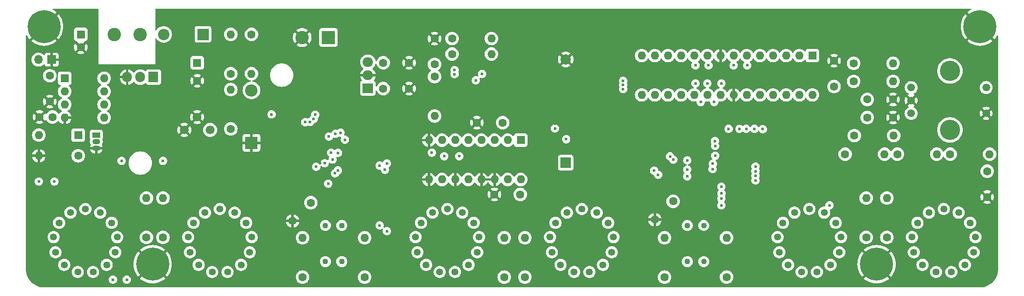
<source format=gbr>
%TF.GenerationSoftware,KiCad,Pcbnew,8.0.4+1*%
%TF.CreationDate,2024-10-13T16:33:14+00:00*%
%TF.ProjectId,nixie,6e697869-652e-46b6-9963-61645f706362,v1.1*%
%TF.SameCoordinates,Original*%
%TF.FileFunction,Copper,L3,Inr*%
%TF.FilePolarity,Positive*%
%FSLAX46Y46*%
G04 Gerber Fmt 4.6, Leading zero omitted, Abs format (unit mm)*
G04 Created by KiCad (PCBNEW 8.0.4+1) date 2024-10-13 16:33:14*
%MOMM*%
%LPD*%
G01*
G04 APERTURE LIST*
%TA.AperFunction,ComponentPad*%
%ADD10R,1.600000X1.600000*%
%TD*%
%TA.AperFunction,ComponentPad*%
%ADD11O,1.600000X1.600000*%
%TD*%
%TA.AperFunction,ComponentPad*%
%ADD12C,1.700000*%
%TD*%
%TA.AperFunction,ComponentPad*%
%ADD13C,1.600000*%
%TD*%
%TA.AperFunction,ComponentPad*%
%ADD14R,2.400000X2.400000*%
%TD*%
%TA.AperFunction,ComponentPad*%
%ADD15O,2.400000X2.400000*%
%TD*%
%TA.AperFunction,ComponentPad*%
%ADD16C,1.346200*%
%TD*%
%TA.AperFunction,ComponentPad*%
%ADD17C,2.600000*%
%TD*%
%TA.AperFunction,ComponentPad*%
%ADD18R,2.000000X2.000000*%
%TD*%
%TA.AperFunction,ComponentPad*%
%ADD19C,2.000000*%
%TD*%
%TA.AperFunction,ComponentPad*%
%ADD20C,1.107440*%
%TD*%
%TA.AperFunction,ComponentPad*%
%ADD21R,1.500000X1.050000*%
%TD*%
%TA.AperFunction,ComponentPad*%
%ADD22O,1.500000X1.050000*%
%TD*%
%TA.AperFunction,ComponentPad*%
%ADD23C,0.800000*%
%TD*%
%TA.AperFunction,ComponentPad*%
%ADD24C,6.400000*%
%TD*%
%TA.AperFunction,ComponentPad*%
%ADD25R,1.905000X2.000000*%
%TD*%
%TA.AperFunction,ComponentPad*%
%ADD26O,1.905000X2.000000*%
%TD*%
%TA.AperFunction,ComponentPad*%
%ADD27R,2.000000X1.905000*%
%TD*%
%TA.AperFunction,ComponentPad*%
%ADD28O,2.000000X1.905000*%
%TD*%
%TA.AperFunction,ComponentPad*%
%ADD29R,2.200000X2.200000*%
%TD*%
%TA.AperFunction,ComponentPad*%
%ADD30O,2.200000X2.200000*%
%TD*%
%TA.AperFunction,ComponentPad*%
%ADD31C,3.915000*%
%TD*%
%TA.AperFunction,ComponentPad*%
%ADD32C,1.500000*%
%TD*%
%TA.AperFunction,ComponentPad*%
%ADD33R,1.700000X1.700000*%
%TD*%
%TA.AperFunction,ComponentPad*%
%ADD34O,1.700000X1.700000*%
%TD*%
%TA.AperFunction,ComponentPad*%
%ADD35R,2.600000X2.600000*%
%TD*%
%TA.AperFunction,ViaPad*%
%ADD36C,0.600000*%
%TD*%
G04 APERTURE END LIST*
D10*
%TO.N,5V*%
%TO.C,U1*%
X168200000Y-86980000D03*
D11*
%TO.N,Net-(U1-Aout)*%
X165660000Y-86980000D03*
%TO.N,OE*%
X163120000Y-86980000D03*
%TO.N,Net-(U1-Bout)*%
X160580000Y-86980000D03*
%TO.N,CLK*%
X158040000Y-86980000D03*
%TO.N,Net-(U1-Cout)*%
X155500000Y-86980000D03*
%TO.N,DATA_IN*%
X152960000Y-86980000D03*
%TO.N,GND*%
X150420000Y-86980000D03*
X150420000Y-94600000D03*
%TO.N,unconnected-(U1-Dout-Pad10)*%
X152960000Y-94600000D03*
%TO.N,GND*%
X155500000Y-94600000D03*
%TO.N,unconnected-(U1-Eout-Pad12)*%
X158040000Y-94600000D03*
%TO.N,GND*%
X160580000Y-94600000D03*
X163120000Y-94600000D03*
%TO.N,unconnected-(U1-Fout-Pad15)*%
X165660000Y-94600000D03*
%TO.N,Vin*%
X168200000Y-94600000D03*
%TD*%
D12*
%TO.N,Net-(R3-Pad1)*%
%TO.C,RV1*%
X108120000Y-85000000D03*
%TO.N,GND*%
X105620000Y-82500000D03*
X103120000Y-85000000D03*
%TD*%
D13*
%TO.N,HV*%
%TO.C,R4*%
X116120000Y-66500000D03*
D11*
%TO.N,Net-(D3-A2)*%
X116120000Y-74120000D03*
%TD*%
D14*
%TO.N,GND*%
%TO.C,D3*%
X116120000Y-87500000D03*
D15*
%TO.N,Net-(D3-A2)*%
X116120000Y-77340000D03*
%TD*%
D16*
%TO.N,/D110*%
%TO.C,N1*%
X89092700Y-102984640D03*
%TO.N,/D11*%
X78907300Y-102984640D03*
%TO.N,/D12*%
X77855740Y-105755780D03*
%TO.N,/D13*%
X78213880Y-108694560D03*
%TO.N,/D14*%
X79895360Y-111132960D03*
%TO.N,/D15*%
X82519180Y-112509640D03*
%TO.N,/D16*%
X85480820Y-112509640D03*
%TO.N,/D17*%
X88104640Y-111132960D03*
%TO.N,/D18*%
X89786120Y-108694560D03*
%TO.N,/D19*%
X90144260Y-105755780D03*
%TO.N,Net-(N1-PadA)*%
X84000000Y-100312560D03*
%TO.N,unconnected-(N1-PadLHDP)*%
X81124720Y-101021220D03*
%TO.N,unconnected-(N1-PadRHDP)*%
X86875280Y-101021220D03*
%TD*%
D13*
%TO.N,ROT_B*%
%TO.C,C13*%
X235200000Y-82600000D03*
%TO.N,GND*%
X240200000Y-82600000D03*
%TD*%
D16*
%TO.N,/D120*%
%TO.C,N4*%
X115092700Y-102984640D03*
%TO.N,/D111*%
X104907300Y-102984640D03*
%TO.N,/D112*%
X103855740Y-105755780D03*
%TO.N,/D113*%
X104213880Y-108694560D03*
%TO.N,/D114*%
X105895360Y-111132960D03*
%TO.N,/D115*%
X108519180Y-112509640D03*
%TO.N,/D116*%
X111480820Y-112509640D03*
%TO.N,/D117*%
X114104640Y-111132960D03*
%TO.N,/D118*%
X115786120Y-108694560D03*
%TO.N,/D119*%
X116144260Y-105755780D03*
%TO.N,Net-(N4-PadA)*%
X110000000Y-100312560D03*
%TO.N,unconnected-(N4-PadLHDP)*%
X107124720Y-101021220D03*
%TO.N,unconnected-(N4-PadRHDP)*%
X112875280Y-101021220D03*
%TD*%
D13*
%TO.N,Vin*%
%TO.C,C10*%
X197667767Y-98832233D03*
%TO.N,GND*%
X194132233Y-102367767D03*
%TD*%
%TO.N,Net-(U2-Vfb)*%
%TO.C,R2*%
X112120000Y-74120000D03*
D11*
%TO.N,HV*%
X112120000Y-66500000D03*
%TD*%
D17*
%TO.N,Vin*%
%TO.C,L1*%
X89620000Y-66500000D03*
%TO.N,Net-(D2-A)*%
X94620000Y-66500000D03*
%TD*%
D10*
%TO.N,Vin*%
%TO.C,C5*%
X83120000Y-66500000D03*
D13*
%TO.N,GND*%
X83120000Y-69000000D03*
%TD*%
D18*
%TO.N,Net-(BT1-+)*%
%TO.C,BT1*%
X176899999Y-91350000D03*
D19*
%TO.N,GND*%
X176899999Y-71349999D03*
%TD*%
D13*
%TO.N,Net-(U2-TC)*%
%TO.C,C2*%
X77620000Y-82500000D03*
%TO.N,GND*%
X75120000Y-82500000D03*
%TD*%
%TO.N,HV*%
%TO.C,R14*%
X208000000Y-113500000D03*
D11*
%TO.N,Net-(N10-PadA)*%
X208000000Y-105880000D03*
%TD*%
D13*
%TO.N,5V*%
%TO.C,R19*%
X232580000Y-72100000D03*
D11*
%TO.N,Net-(R16-Pad2)*%
X240200000Y-72100000D03*
%TD*%
D13*
%TO.N,HV*%
%TO.C,R6*%
X165000000Y-113500000D03*
D11*
%TO.N,Net-(N2-PadA)*%
X165000000Y-105880000D03*
%TD*%
D10*
%TO.N,unconnected-(U6-~{RESET}{slash}PC6-Pad1)*%
%TO.C,U6*%
X224600000Y-70600000D03*
D11*
%TO.N,unconnected-(U6-PD0-Pad2)*%
X222060000Y-70600000D03*
%TO.N,unconnected-(U6-PD1-Pad3)*%
X219520001Y-70600000D03*
%TO.N,SQW*%
X216980000Y-70600000D03*
%TO.N,unconnected-(U6-PD3-Pad5)*%
X214440000Y-70600000D03*
%TO.N,unconnected-(U6-PD4-Pad6)*%
X211900000Y-70600000D03*
%TO.N,5V*%
X209360000Y-70600000D03*
%TO.N,GND*%
X206819999Y-70600000D03*
%TO.N,unconnected-(U6-XTAL1{slash}PB6-Pad9)*%
X204280000Y-70600000D03*
%TO.N,unconnected-(U6-XTAL2{slash}PB7-Pad10)*%
X201740000Y-70600000D03*
%TO.N,DATA_IN*%
X199200000Y-70600000D03*
%TO.N,CLK*%
X196660001Y-70600000D03*
%TO.N,OE*%
X194120000Y-70600000D03*
%TO.N,SCL*%
X191580000Y-70600000D03*
%TO.N,SDA*%
X191580000Y-78220000D03*
%TO.N,ROT_PSH*%
X194120000Y-78220000D03*
%TO.N,ROT_B*%
X196660000Y-78220000D03*
%TO.N,ROT_A*%
X199200000Y-78220000D03*
%TO.N,unconnected-(U6-PB5-Pad19)*%
X201740000Y-78220000D03*
%TO.N,5V*%
X204280000Y-78220000D03*
%TO.N,unconnected-(U6-AREF-Pad21)*%
X206820000Y-78220000D03*
%TO.N,GND*%
X209360000Y-78220000D03*
%TO.N,unconnected-(U6-PC0-Pad23)*%
X211900000Y-78220000D03*
%TO.N,unconnected-(U6-PC1-Pad24)*%
X214440000Y-78220000D03*
%TO.N,unconnected-(U6-PC2-Pad25)*%
X216980000Y-78220000D03*
%TO.N,unconnected-(U6-PC3-Pad26)*%
X219520000Y-78220000D03*
%TO.N,unconnected-(U6-PC4-Pad27)*%
X222060000Y-78220000D03*
%TO.N,unconnected-(U6-PC5-Pad28)*%
X224600000Y-78220000D03*
%TD*%
D13*
%TO.N,Net-(R21-Pad2)*%
%TO.C,R23*%
X251250000Y-89699500D03*
D11*
%TO.N,ROT_PSH*%
X258870000Y-89699500D03*
%TD*%
D13*
%TO.N,Net-(D1-A)*%
%TO.C,R1*%
X82620000Y-90000000D03*
D11*
%TO.N,GND*%
X75000000Y-90000000D03*
%TD*%
D20*
%TO.N,Net-(N7-PadA)*%
%TO.C,N7*%
X133587500Y-103500000D03*
%TO.N,/D121*%
X130412500Y-103500000D03*
%TD*%
D13*
%TO.N,ROT_A*%
%TO.C,R16*%
X232580000Y-75600000D03*
D11*
%TO.N,Net-(R16-Pad2)*%
X240200000Y-75600000D03*
%TD*%
D21*
%TO.N,Net-(D1-K)*%
%TO.C,Q1*%
X86120000Y-86000000D03*
D22*
%TO.N,Net-(D1-A)*%
X86120000Y-87270000D03*
%TO.N,GND*%
X86120000Y-88540000D03*
%TD*%
D13*
%TO.N,HV*%
%TO.C,R8*%
X99000000Y-105810000D03*
D11*
%TO.N,Net-(N4-PadA)*%
X99000000Y-98190000D03*
%TD*%
D13*
%TO.N,5V*%
%TO.C,C11*%
X228780000Y-76600000D03*
%TO.N,GND*%
X228780000Y-71600000D03*
%TD*%
%TO.N,HV*%
%TO.C,R7*%
X235000000Y-105810000D03*
D11*
%TO.N,Net-(N3-PadA)*%
X235000000Y-98190000D03*
%TD*%
D16*
%TO.N,/D210*%
%TO.C,N5*%
X185092700Y-102984640D03*
%TO.N,/D21*%
X174907300Y-102984640D03*
%TO.N,/D22*%
X173855740Y-105755780D03*
%TO.N,/D23*%
X174213880Y-108694560D03*
%TO.N,/D24*%
X175895360Y-111132960D03*
%TO.N,/D25*%
X178519180Y-112509640D03*
%TO.N,/D26*%
X181480820Y-112509640D03*
%TO.N,/D27*%
X184104640Y-111132960D03*
%TO.N,/D28*%
X185786120Y-108694560D03*
%TO.N,/D29*%
X186144260Y-105755780D03*
%TO.N,Net-(N5-PadA)*%
X180000000Y-100312560D03*
%TO.N,unconnected-(N5-PadLHDP)*%
X177124720Y-101021220D03*
%TO.N,unconnected-(N5-PadRHDP)*%
X182875280Y-101021220D03*
%TD*%
D10*
%TO.N,Vin*%
%TO.C,U2*%
X80000000Y-75000000D03*
D11*
%TO.N,Net-(D1-A)*%
X80000000Y-77540000D03*
%TO.N,Net-(U2-TC)*%
X80000000Y-80080000D03*
%TO.N,GND*%
X80000000Y-82620000D03*
%TO.N,Net-(U2-Vfb)*%
X87620000Y-82620000D03*
%TO.N,Vin*%
X87620000Y-80080000D03*
X87620000Y-77540000D03*
X87620000Y-75000000D03*
%TD*%
D13*
%TO.N,ROT_B*%
%TO.C,R18*%
X232700000Y-86100000D03*
D11*
%TO.N,Net-(R18-Pad2)*%
X240320000Y-86100000D03*
%TD*%
D13*
%TO.N,ROT_A*%
%TO.C,C12*%
X235200000Y-79100000D03*
%TO.N,GND*%
X240200000Y-79100000D03*
%TD*%
D20*
%TO.N,Net-(N8-PadA)*%
%TO.C,N8*%
X203587500Y-103500000D03*
%TO.N,/D211*%
X200412500Y-103500000D03*
%TD*%
D13*
%TO.N,ROT_PSH*%
%TO.C,C15*%
X258400000Y-93000000D03*
%TO.N,GND*%
X258400000Y-98000000D03*
%TD*%
%TO.N,Net-(R3-Pad1)*%
%TO.C,R3*%
X112120000Y-84810000D03*
D11*
%TO.N,Net-(U2-Vfb)*%
X112120000Y-77190000D03*
%TD*%
D13*
%TO.N,5V*%
%TO.C,C7*%
X141600000Y-72000000D03*
%TO.N,GND*%
X146600000Y-72000000D03*
%TD*%
%TO.N,HV*%
%TO.C,R10*%
X239000000Y-105810000D03*
D11*
%TO.N,Net-(N6-PadA)*%
X239000000Y-98190000D03*
%TD*%
D16*
%TO.N,/D222*%
%TO.C,N3*%
X229092700Y-102984640D03*
%TO.N,/D213*%
X218907300Y-102984640D03*
%TO.N,/D214*%
X217855740Y-105755780D03*
%TO.N,/D215*%
X218213880Y-108694560D03*
%TO.N,/D216*%
X219895360Y-111132960D03*
%TO.N,/D217*%
X222519180Y-112509640D03*
%TO.N,/D218*%
X225480820Y-112509640D03*
%TO.N,/D219*%
X228104640Y-111132960D03*
%TO.N,/D220*%
X229786120Y-108694560D03*
%TO.N,/D221*%
X230144260Y-105755780D03*
%TO.N,Net-(N3-PadA)*%
X224000000Y-100312560D03*
%TO.N,unconnected-(N3-PadLHDP)*%
X221124720Y-101021220D03*
%TO.N,unconnected-(N3-PadRHDP)*%
X226875280Y-101021220D03*
%TD*%
D23*
%TO.N,GND*%
%TO.C,H4*%
X94600000Y-111000000D03*
X95302944Y-109302944D03*
X95302944Y-112697056D03*
X97000000Y-108600000D03*
D24*
X97000000Y-111000000D03*
D23*
X97000000Y-113400000D03*
X98697056Y-109302944D03*
X98697056Y-112697056D03*
X99400000Y-111000000D03*
%TD*%
D13*
%TO.N,Vin*%
%TO.C,C3*%
X127600000Y-99100000D03*
%TO.N,GND*%
X124064466Y-102635534D03*
%TD*%
D25*
%TO.N,Net-(D1-K)*%
%TO.C,Q2*%
X97160000Y-74770000D03*
D26*
%TO.N,Net-(D2-A)*%
X94620000Y-74770000D03*
%TO.N,GND*%
X92080000Y-74770000D03*
%TD*%
D13*
%TO.N,HV*%
%TO.C,R5*%
X95800000Y-105810000D03*
D11*
%TO.N,Net-(N1-PadA)*%
X95800000Y-98190000D03*
%TD*%
D13*
%TO.N,HV*%
%TO.C,R13*%
X138000000Y-113500000D03*
D11*
%TO.N,Net-(N9-PadA)*%
X138000000Y-105880000D03*
%TD*%
D10*
%TO.N,HV*%
%TO.C,C9*%
X105620000Y-72000000D03*
D13*
%TO.N,GND*%
X105620000Y-75500000D03*
%TD*%
%TO.N,5V*%
%TO.C,R17*%
X154905000Y-67305000D03*
D11*
%TO.N,SDA*%
X162525000Y-67305000D03*
%TD*%
D13*
%TO.N,HV*%
%TO.C,R11*%
X126000000Y-113500000D03*
D11*
%TO.N,Net-(N7-PadA)*%
X126000000Y-105880000D03*
%TD*%
D20*
%TO.N,Net-(N9-PadA)*%
%TO.C,N9*%
X133587500Y-110500000D03*
%TO.N,/D122*%
X130412500Y-110500000D03*
%TD*%
D27*
%TO.N,Vin*%
%TO.C,U4*%
X138630000Y-76940000D03*
D28*
%TO.N,GND*%
X138630000Y-74400000D03*
%TO.N,5V*%
X138630000Y-71860000D03*
%TD*%
D23*
%TO.N,GND*%
%TO.C,H2*%
X254600000Y-65000000D03*
X255302944Y-63302944D03*
X255302944Y-66697056D03*
X257000000Y-62600000D03*
D24*
X257000000Y-65000000D03*
D23*
X257000000Y-67400000D03*
X258697056Y-63302944D03*
X258697056Y-66697056D03*
X259400000Y-65000000D03*
%TD*%
%TO.N,GND*%
%TO.C,H3*%
X234600000Y-111000000D03*
X235302944Y-109302944D03*
X235302944Y-112697056D03*
X237000000Y-108600000D03*
D24*
X237000000Y-111000000D03*
D23*
X237000000Y-113400000D03*
X238697056Y-109302944D03*
X238697056Y-112697056D03*
X239400000Y-111000000D03*
%TD*%
%TO.N,GND*%
%TO.C,H1*%
X73600000Y-65000000D03*
X74302944Y-63302944D03*
X74302944Y-66697056D03*
X76000000Y-62600000D03*
D24*
X76000000Y-65000000D03*
D23*
X76000000Y-67400000D03*
X77697056Y-63302944D03*
X77697056Y-66697056D03*
X78400000Y-65000000D03*
%TD*%
D13*
%TO.N,HV*%
%TO.C,R12*%
X196000000Y-113500000D03*
D11*
%TO.N,Net-(N8-PadA)*%
X196000000Y-105880000D03*
%TD*%
D29*
%TO.N,HV*%
%TO.C,D2*%
X106740000Y-66500000D03*
D30*
%TO.N,Net-(D2-A)*%
X99120000Y-66500000D03*
%TD*%
D16*
%TO.N,/D132*%
%TO.C,N2*%
X159092700Y-102984640D03*
%TO.N,/D123*%
X148907300Y-102984640D03*
%TO.N,/D124*%
X147855740Y-105755780D03*
%TO.N,/D125*%
X148213880Y-108694560D03*
%TO.N,/D126*%
X149895360Y-111132960D03*
%TO.N,/D127*%
X152519180Y-112509640D03*
%TO.N,/D128*%
X155480820Y-112509640D03*
%TO.N,/D129*%
X158104640Y-111132960D03*
%TO.N,/D130*%
X159786120Y-108694560D03*
%TO.N,/D131*%
X160144260Y-105755780D03*
%TO.N,Net-(N2-PadA)*%
X154000000Y-100312560D03*
%TO.N,unconnected-(N2-PadLHDP)*%
X151124720Y-101021220D03*
%TO.N,unconnected-(N2-PadRHDP)*%
X156875280Y-101021220D03*
%TD*%
D13*
%TO.N,5V*%
%TO.C,R15*%
X154905000Y-70305000D03*
D11*
%TO.N,SCL*%
X162525000Y-70305000D03*
%TD*%
D31*
%TO.N,*%
%TO.C,SW1*%
X251200000Y-73600000D03*
X251200000Y-85000000D03*
D32*
%TO.N,Net-(R16-Pad2)*%
X243700000Y-76800000D03*
%TO.N,Net-(R18-Pad2)*%
X243700000Y-81800000D03*
%TO.N,GND*%
X243700000Y-79300000D03*
%TO.N,Net-(R21-Pad2)*%
X258200000Y-76800000D03*
%TO.N,GND*%
X258200000Y-81800000D03*
%TD*%
D20*
%TO.N,Net-(N10-PadA)*%
%TO.C,N10*%
X203587500Y-110500000D03*
%TO.N,/D212*%
X200412500Y-110500000D03*
%TD*%
D33*
%TO.N,GND*%
%TO.C,J2*%
X77475000Y-71400000D03*
D34*
%TO.N,Vin*%
X74935000Y-71400000D03*
%TD*%
D16*
%TO.N,/D232*%
%TO.C,N6*%
X255092700Y-102984640D03*
%TO.N,/D223*%
X244907300Y-102984640D03*
%TO.N,/D224*%
X243855740Y-105755780D03*
%TO.N,/D225*%
X244213880Y-108694560D03*
%TO.N,/D226*%
X245895360Y-111132960D03*
%TO.N,/D227*%
X248519180Y-112509640D03*
%TO.N,/D228*%
X251480820Y-112509640D03*
%TO.N,/D229*%
X254104640Y-111132960D03*
%TO.N,/D230*%
X255786120Y-108694560D03*
%TO.N,/D231*%
X256144260Y-105755780D03*
%TO.N,Net-(N6-PadA)*%
X250000000Y-100312560D03*
%TO.N,unconnected-(N6-PadLHDP)*%
X247124720Y-101021220D03*
%TO.N,unconnected-(N6-PadRHDP)*%
X252875280Y-101021220D03*
%TD*%
D13*
%TO.N,5V*%
%TO.C,R21*%
X241030000Y-89699500D03*
D11*
%TO.N,Net-(R21-Pad2)*%
X248650000Y-89699500D03*
%TD*%
D13*
%TO.N,Vin*%
%TO.C,C8*%
X168100000Y-97500000D03*
%TO.N,GND*%
X163100000Y-97500000D03*
%TD*%
%TO.N,5V*%
%TO.C,C14*%
X151525000Y-72305000D03*
%TO.N,GND*%
X151525000Y-67305000D03*
%TD*%
%TO.N,5V*%
%TO.C,C6*%
X164700000Y-83600000D03*
%TO.N,GND*%
X159700000Y-83600000D03*
%TD*%
%TO.N,HV*%
%TO.C,R9*%
X169000000Y-113500000D03*
D11*
%TO.N,Net-(N5-PadA)*%
X169000000Y-105880000D03*
%TD*%
D10*
%TO.N,Net-(D1-K)*%
%TO.C,D1*%
X82620000Y-86000000D03*
D11*
%TO.N,Net-(D1-A)*%
X75000000Y-86000000D03*
%TD*%
D13*
%TO.N,5V*%
%TO.C,R22*%
X151525000Y-74685000D03*
D11*
%TO.N,SQW*%
X151525000Y-82305000D03*
%TD*%
D13*
%TO.N,Vin*%
%TO.C,C4*%
X141600000Y-77000000D03*
%TO.N,GND*%
X146600000Y-77000000D03*
%TD*%
%TO.N,5V*%
%TO.C,R20*%
X230930000Y-89699500D03*
D11*
%TO.N,Net-(R18-Pad2)*%
X238550000Y-89699500D03*
%TD*%
D13*
%TO.N,Vin*%
%TO.C,C1*%
X77120000Y-74500000D03*
%TO.N,GND*%
X77120000Y-79500000D03*
%TD*%
D35*
%TO.N,Vin*%
%TO.C,J1*%
X131000000Y-67105000D03*
D17*
%TO.N,GND*%
X125920000Y-67105000D03*
%TD*%
D36*
%TO.N,GND*%
X153400000Y-92200000D03*
X85800000Y-71600000D03*
X159600000Y-76600000D03*
X85000000Y-77600000D03*
X211800000Y-83600000D03*
X195600000Y-94400000D03*
X207000000Y-90000000D03*
X198400000Y-91600000D03*
X208400000Y-83600000D03*
X143000000Y-92800000D03*
X206400000Y-91200000D03*
X85800000Y-62400000D03*
X87200000Y-73000000D03*
X83000000Y-75200000D03*
X82800000Y-80000000D03*
X94600000Y-85000000D03*
X200400000Y-89600000D03*
X140600000Y-90800000D03*
X188800000Y-77800000D03*
X160800000Y-73000000D03*
X156300000Y-91200000D03*
X140600000Y-105400000D03*
X189400000Y-70600000D03*
X130800000Y-90600000D03*
X213400000Y-83600000D03*
X199600000Y-76000000D03*
X197400000Y-76000000D03*
X81400000Y-88000000D03*
X213600000Y-91000000D03*
X98200000Y-70600000D03*
X178000000Y-86800000D03*
X206400000Y-92200000D03*
X196000000Y-72600000D03*
X210400000Y-83600000D03*
X74400000Y-78600000D03*
X206800000Y-88600000D03*
X199200000Y-72600000D03*
X85000000Y-75200000D03*
X131200000Y-94200000D03*
X229000000Y-100600000D03*
X85000000Y-80000000D03*
X192600000Y-76000000D03*
X82800000Y-77600000D03*
X129400000Y-91400000D03*
X212200000Y-92200000D03*
X85000000Y-82600000D03*
X187200000Y-77800000D03*
X74400000Y-74600000D03*
X215000000Y-83600000D03*
X195000000Y-76000000D03*
X97000000Y-73000000D03*
X94600000Y-80200000D03*
X193400000Y-72600000D03*
X174800000Y-83800000D03*
%TO.N,Net-(BT1-+)*%
X174800000Y-84700000D03*
X177000000Y-86800000D03*
%TO.N,5V*%
X212000000Y-72500000D03*
X202000000Y-72500000D03*
X202000000Y-76000000D03*
X209370000Y-72500000D03*
X155400000Y-74200000D03*
X204500000Y-72500000D03*
X155400000Y-73400000D03*
X204300000Y-76000000D03*
X207000000Y-76000000D03*
X205600000Y-79600000D03*
X203000000Y-79600000D03*
%TO.N,HV*%
X78000000Y-95000000D03*
X89330000Y-114000000D03*
X91000000Y-91000000D03*
X120000000Y-82000000D03*
X99000000Y-91000000D03*
X75000000Y-95000000D03*
X92000000Y-114000000D03*
%TO.N,/D19*%
X128132515Y-82891036D03*
%TO.N,/D110*%
X128444504Y-82046840D03*
%TO.N,/D17*%
X126500000Y-83500000D03*
%TO.N,/D18*%
X127437349Y-83462654D03*
%TO.N,/D131*%
X142300000Y-104600000D03*
%TO.N,/D132*%
X140905025Y-103494975D03*
%TO.N,/D217*%
X205747228Y-87157278D03*
%TO.N,/D221*%
X213400000Y-84800000D03*
%TO.N,/D218*%
X208400000Y-84800000D03*
%TO.N,/D216*%
X205789950Y-88100000D03*
%TO.N,/D220*%
X211800000Y-84800000D03*
%TO.N,/D215*%
X205789951Y-90000000D03*
%TO.N,Net-(N3-PadA)*%
X227900000Y-99600000D03*
%TO.N,/D214*%
X205350000Y-91550000D03*
%TO.N,/D219*%
X210494975Y-84805025D03*
%TO.N,/D222*%
X215000000Y-84855025D03*
%TO.N,/D213*%
X205300000Y-92600000D03*
%TO.N,/D118*%
X131800000Y-90744975D03*
%TO.N,/D115*%
X131500000Y-89400000D03*
%TO.N,/D119*%
X130300000Y-91444975D03*
%TO.N,/D117*%
X132844022Y-89444022D03*
%TO.N,/D120*%
X128644975Y-92144975D03*
%TO.N,/D116*%
X134200000Y-86900000D03*
%TO.N,/D112*%
X131097919Y-86297919D03*
%TO.N,/D114*%
X133346967Y-85546966D03*
%TO.N,/D113*%
X132352336Y-85750608D03*
%TO.N,/D29*%
X193982519Y-92882168D03*
X197070711Y-90126347D03*
%TO.N,/D210*%
X194770754Y-93701783D03*
X197707109Y-90762745D03*
%TO.N,/D230*%
X213600000Y-92999994D03*
X207018629Y-97281371D03*
%TO.N,/D232*%
X207000000Y-99600000D03*
X213600000Y-94800000D03*
%TO.N,/D231*%
X213600000Y-93899997D03*
X207000000Y-98300000D03*
%TO.N,/D229*%
X213600000Y-92099991D03*
X207002090Y-95997910D03*
%TO.N,SQW*%
X159500000Y-75400000D03*
X160706765Y-74158235D03*
%TO.N,DATA_IN*%
X153400000Y-90100000D03*
X156300000Y-90100000D03*
X188000000Y-77100006D03*
%TO.N,OE*%
X188000000Y-75500000D03*
%TO.N,Net-(U1-Cout)*%
X130964609Y-95407060D03*
X141924265Y-92724265D03*
%TO.N,Net-(U1-Bout)*%
X200400000Y-92700000D03*
X132271498Y-93410661D03*
X142300000Y-91500000D03*
%TO.N,CLK*%
X188000000Y-76300003D03*
%TO.N,Net-(U1-Aout)*%
X200400000Y-90900000D03*
X140900000Y-91900000D03*
X132837185Y-92844975D03*
%TO.N,Net-(U3-DATA_OUT)*%
X151000000Y-89400000D03*
X200400000Y-94000000D03*
%TD*%
%TA.AperFunction,Conductor*%
%TO.N,GND*%
G36*
X162799920Y-94354394D02*
G01*
X162747259Y-94445606D01*
X162720000Y-94547339D01*
X162720000Y-94652661D01*
X162747259Y-94754394D01*
X162799920Y-94845606D01*
X162804314Y-94850000D01*
X160895686Y-94850000D01*
X160900080Y-94845606D01*
X160952741Y-94754394D01*
X160980000Y-94652661D01*
X160980000Y-94547339D01*
X160952741Y-94445606D01*
X160900080Y-94354394D01*
X160895686Y-94350000D01*
X162804314Y-94350000D01*
X162799920Y-94354394D01*
G37*
%TD.AperFunction*%
%TA.AperFunction,Conductor*%
G36*
X86443039Y-61520185D02*
G01*
X86488794Y-61572989D01*
X86500000Y-61624500D01*
X86500000Y-72250000D01*
X97500000Y-72250000D01*
X97500000Y-71152135D01*
X104319500Y-71152135D01*
X104319500Y-72847870D01*
X104319501Y-72847876D01*
X104325908Y-72907483D01*
X104376202Y-73042328D01*
X104376206Y-73042335D01*
X104462452Y-73157544D01*
X104462455Y-73157547D01*
X104577664Y-73243793D01*
X104577671Y-73243797D01*
X104712517Y-73294091D01*
X104712516Y-73294091D01*
X104719444Y-73294835D01*
X104772127Y-73300500D01*
X106467872Y-73300499D01*
X106527483Y-73294091D01*
X106662331Y-73243796D01*
X106777546Y-73157546D01*
X106863796Y-73042331D01*
X106914091Y-72907483D01*
X106920500Y-72847873D01*
X106920499Y-71745646D01*
X137129500Y-71745646D01*
X137129500Y-71974354D01*
X137133562Y-71999998D01*
X137165278Y-72200246D01*
X137165278Y-72200249D01*
X137235950Y-72417755D01*
X137334275Y-72610727D01*
X137339783Y-72621538D01*
X137474214Y-72806566D01*
X137635934Y-72968286D01*
X137720864Y-73029991D01*
X137763529Y-73085321D01*
X137769508Y-73154935D01*
X137736902Y-73216730D01*
X137720864Y-73230627D01*
X137636257Y-73292097D01*
X137474597Y-73453757D01*
X137340211Y-73638723D01*
X137236417Y-73842429D01*
X137165765Y-74059871D01*
X137151491Y-74150000D01*
X138139252Y-74150000D01*
X138117482Y-74187708D01*
X138080000Y-74327591D01*
X138080000Y-74472409D01*
X138117482Y-74612292D01*
X138139252Y-74650000D01*
X137151491Y-74650000D01*
X137165765Y-74740128D01*
X137236417Y-74957570D01*
X137340213Y-75161279D01*
X137473011Y-75344060D01*
X137496491Y-75409866D01*
X137480666Y-75477920D01*
X137430560Y-75526615D01*
X137416026Y-75533127D01*
X137387671Y-75543702D01*
X137387664Y-75543706D01*
X137272455Y-75629952D01*
X137272452Y-75629955D01*
X137186206Y-75745164D01*
X137186202Y-75745171D01*
X137135908Y-75880017D01*
X137129501Y-75939616D01*
X137129501Y-75939623D01*
X137129500Y-75939635D01*
X137129500Y-77940370D01*
X137129501Y-77940376D01*
X137135908Y-77999983D01*
X137186202Y-78134828D01*
X137186206Y-78134835D01*
X137272452Y-78250044D01*
X137272455Y-78250047D01*
X137387664Y-78336293D01*
X137387671Y-78336297D01*
X137522517Y-78386591D01*
X137522516Y-78386591D01*
X137529444Y-78387335D01*
X137582127Y-78393000D01*
X139677872Y-78392999D01*
X139737483Y-78386591D01*
X139872331Y-78336296D01*
X139987546Y-78250046D01*
X140073796Y-78134831D01*
X140124091Y-77999983D01*
X140130500Y-77940373D01*
X140130499Y-77482370D01*
X140150183Y-77415334D01*
X140202987Y-77369579D01*
X140272146Y-77359635D01*
X140335702Y-77388660D01*
X140369940Y-77441935D01*
X140371407Y-77441402D01*
X140373261Y-77446497D01*
X140469431Y-77652732D01*
X140469432Y-77652734D01*
X140599954Y-77839141D01*
X140760858Y-78000045D01*
X140760861Y-78000047D01*
X140947266Y-78130568D01*
X141153504Y-78226739D01*
X141373308Y-78285635D01*
X141535230Y-78299801D01*
X141599998Y-78305468D01*
X141600000Y-78305468D01*
X141600002Y-78305468D01*
X141656673Y-78300509D01*
X141826692Y-78285635D01*
X142046496Y-78226739D01*
X142252734Y-78130568D01*
X142439139Y-78000047D01*
X142600047Y-77839139D01*
X142730568Y-77652734D01*
X142826739Y-77446496D01*
X142885635Y-77226692D01*
X142905468Y-77000000D01*
X142905468Y-76999997D01*
X145295034Y-76999997D01*
X145295034Y-77000002D01*
X145314858Y-77226599D01*
X145314860Y-77226610D01*
X145373730Y-77446317D01*
X145373735Y-77446331D01*
X145469863Y-77652478D01*
X145520974Y-77725472D01*
X146200000Y-77046446D01*
X146200000Y-77052661D01*
X146227259Y-77154394D01*
X146279920Y-77245606D01*
X146354394Y-77320080D01*
X146445606Y-77372741D01*
X146547339Y-77400000D01*
X146553553Y-77400000D01*
X145874526Y-78079025D01*
X145947513Y-78130132D01*
X145947521Y-78130136D01*
X146153668Y-78226264D01*
X146153682Y-78226269D01*
X146373389Y-78285139D01*
X146373400Y-78285141D01*
X146599998Y-78304966D01*
X146600002Y-78304966D01*
X146826599Y-78285141D01*
X146826610Y-78285139D01*
X147046317Y-78226269D01*
X147046331Y-78226264D01*
X147059768Y-78219998D01*
X190274532Y-78219998D01*
X190274532Y-78220001D01*
X190294364Y-78446686D01*
X190294366Y-78446697D01*
X190353258Y-78666488D01*
X190353261Y-78666497D01*
X190449431Y-78872732D01*
X190449432Y-78872734D01*
X190579954Y-79059141D01*
X190740858Y-79220045D01*
X190740861Y-79220047D01*
X190927266Y-79350568D01*
X191133504Y-79446739D01*
X191353308Y-79505635D01*
X191515230Y-79519801D01*
X191579998Y-79525468D01*
X191580000Y-79525468D01*
X191580002Y-79525468D01*
X191636673Y-79520509D01*
X191806692Y-79505635D01*
X192026496Y-79446739D01*
X192232734Y-79350568D01*
X192419139Y-79220047D01*
X192580047Y-79059139D01*
X192710568Y-78872734D01*
X192737618Y-78814724D01*
X192783790Y-78762285D01*
X192850983Y-78743133D01*
X192917865Y-78763348D01*
X192962382Y-78814725D01*
X192989429Y-78872728D01*
X192989432Y-78872734D01*
X193119954Y-79059141D01*
X193280858Y-79220045D01*
X193280861Y-79220047D01*
X193467266Y-79350568D01*
X193673504Y-79446739D01*
X193893308Y-79505635D01*
X194055230Y-79519801D01*
X194119998Y-79525468D01*
X194120000Y-79525468D01*
X194120002Y-79525468D01*
X194176673Y-79520509D01*
X194346692Y-79505635D01*
X194566496Y-79446739D01*
X194772734Y-79350568D01*
X194959139Y-79220047D01*
X195120047Y-79059139D01*
X195250568Y-78872734D01*
X195277618Y-78814724D01*
X195323790Y-78762285D01*
X195390983Y-78743133D01*
X195457865Y-78763348D01*
X195502382Y-78814725D01*
X195529429Y-78872728D01*
X195529432Y-78872734D01*
X195659954Y-79059141D01*
X195820858Y-79220045D01*
X195820861Y-79220047D01*
X196007266Y-79350568D01*
X196213504Y-79446739D01*
X196433308Y-79505635D01*
X196595230Y-79519801D01*
X196659998Y-79525468D01*
X196660000Y-79525468D01*
X196660002Y-79525468D01*
X196716673Y-79520509D01*
X196886692Y-79505635D01*
X197106496Y-79446739D01*
X197312734Y-79350568D01*
X197499139Y-79220047D01*
X197660047Y-79059139D01*
X197790568Y-78872734D01*
X197817618Y-78814724D01*
X197863790Y-78762285D01*
X197930983Y-78743133D01*
X197997865Y-78763348D01*
X198042382Y-78814725D01*
X198069429Y-78872728D01*
X198069432Y-78872734D01*
X198199954Y-79059141D01*
X198360858Y-79220045D01*
X198360861Y-79220047D01*
X198547266Y-79350568D01*
X198753504Y-79446739D01*
X198973308Y-79505635D01*
X199135230Y-79519801D01*
X199199998Y-79525468D01*
X199200000Y-79525468D01*
X199200002Y-79525468D01*
X199256673Y-79520509D01*
X199426692Y-79505635D01*
X199646496Y-79446739D01*
X199852734Y-79350568D01*
X200039139Y-79220047D01*
X200200047Y-79059139D01*
X200330568Y-78872734D01*
X200357618Y-78814724D01*
X200403790Y-78762285D01*
X200470983Y-78743133D01*
X200537865Y-78763348D01*
X200582382Y-78814725D01*
X200609429Y-78872728D01*
X200609432Y-78872734D01*
X200739954Y-79059141D01*
X200900858Y-79220045D01*
X200900861Y-79220047D01*
X201087266Y-79350568D01*
X201293504Y-79446739D01*
X201513308Y-79505635D01*
X201675230Y-79519801D01*
X201739998Y-79525468D01*
X201740000Y-79525468D01*
X201740002Y-79525468D01*
X201796673Y-79520509D01*
X201966692Y-79505635D01*
X202038343Y-79486436D01*
X202108191Y-79488099D01*
X202166054Y-79527261D01*
X202193558Y-79591489D01*
X202193652Y-79593081D01*
X202193655Y-79593081D01*
X202214630Y-79779249D01*
X202214631Y-79779254D01*
X202274211Y-79949523D01*
X202356196Y-80080000D01*
X202370184Y-80102262D01*
X202497738Y-80229816D01*
X202650478Y-80325789D01*
X202700019Y-80343124D01*
X202820745Y-80385368D01*
X202820750Y-80385369D01*
X202999996Y-80405565D01*
X203000000Y-80405565D01*
X203000004Y-80405565D01*
X203179249Y-80385369D01*
X203179252Y-80385368D01*
X203179255Y-80385368D01*
X203349522Y-80325789D01*
X203502262Y-80229816D01*
X203629816Y-80102262D01*
X203725789Y-79949522D01*
X203785368Y-79779255D01*
X203788357Y-79752732D01*
X203806345Y-79593080D01*
X203807799Y-79593243D01*
X203825250Y-79533813D01*
X203878054Y-79488058D01*
X203947212Y-79478114D01*
X203961645Y-79481074D01*
X204053308Y-79505635D01*
X204215230Y-79519801D01*
X204279998Y-79525468D01*
X204280000Y-79525468D01*
X204280002Y-79525468D01*
X204336673Y-79520509D01*
X204506692Y-79505635D01*
X204638680Y-79470269D01*
X204708528Y-79471932D01*
X204766391Y-79511094D01*
X204793895Y-79575323D01*
X204793956Y-79593036D01*
X204794435Y-79593036D01*
X204794435Y-79600003D01*
X204814630Y-79779249D01*
X204814631Y-79779254D01*
X204874211Y-79949523D01*
X204956196Y-80080000D01*
X204970184Y-80102262D01*
X205097738Y-80229816D01*
X205250478Y-80325789D01*
X205300019Y-80343124D01*
X205420745Y-80385368D01*
X205420750Y-80385369D01*
X205599996Y-80405565D01*
X205600000Y-80405565D01*
X205600004Y-80405565D01*
X205779249Y-80385369D01*
X205779252Y-80385368D01*
X205779255Y-80385368D01*
X205949522Y-80325789D01*
X206102262Y-80229816D01*
X206229816Y-80102262D01*
X206325789Y-79949522D01*
X206385368Y-79779255D01*
X206388357Y-79752732D01*
X206405255Y-79602754D01*
X206432321Y-79538340D01*
X206489916Y-79498785D01*
X206559753Y-79496647D01*
X206560422Y-79496823D01*
X206593308Y-79505635D01*
X206755230Y-79519801D01*
X206819998Y-79525468D01*
X206820000Y-79525468D01*
X206820002Y-79525468D01*
X206876673Y-79520509D01*
X207046692Y-79505635D01*
X207266496Y-79446739D01*
X207472734Y-79350568D01*
X207659139Y-79220047D01*
X207820047Y-79059139D01*
X207950568Y-78872734D01*
X207977895Y-78814129D01*
X208024064Y-78761695D01*
X208091257Y-78742542D01*
X208158139Y-78762757D01*
X208202657Y-78814133D01*
X208229865Y-78872482D01*
X208360342Y-79058820D01*
X208521179Y-79219657D01*
X208707517Y-79350134D01*
X208913673Y-79446265D01*
X208913682Y-79446269D01*
X209109999Y-79498872D01*
X209110000Y-79498871D01*
X209110000Y-78535686D01*
X209114394Y-78540080D01*
X209205606Y-78592741D01*
X209307339Y-78620000D01*
X209412661Y-78620000D01*
X209514394Y-78592741D01*
X209605606Y-78540080D01*
X209610000Y-78535686D01*
X209610000Y-79498872D01*
X209806317Y-79446269D01*
X209806326Y-79446265D01*
X210012482Y-79350134D01*
X210198820Y-79219657D01*
X210359657Y-79058820D01*
X210490132Y-78872484D01*
X210517341Y-78814134D01*
X210563513Y-78761695D01*
X210630707Y-78742542D01*
X210697588Y-78762757D01*
X210742106Y-78814133D01*
X210769431Y-78872732D01*
X210769432Y-78872734D01*
X210899954Y-79059141D01*
X211060858Y-79220045D01*
X211060861Y-79220047D01*
X211247266Y-79350568D01*
X211453504Y-79446739D01*
X211673308Y-79505635D01*
X211835230Y-79519801D01*
X211899998Y-79525468D01*
X211900000Y-79525468D01*
X211900002Y-79525468D01*
X211956673Y-79520509D01*
X212126692Y-79505635D01*
X212346496Y-79446739D01*
X212552734Y-79350568D01*
X212739139Y-79220047D01*
X212900047Y-79059139D01*
X213030568Y-78872734D01*
X213057618Y-78814724D01*
X213103790Y-78762285D01*
X213170983Y-78743133D01*
X213237865Y-78763348D01*
X213282382Y-78814725D01*
X213309429Y-78872728D01*
X213309432Y-78872734D01*
X213439954Y-79059141D01*
X213600858Y-79220045D01*
X213600861Y-79220047D01*
X213787266Y-79350568D01*
X213993504Y-79446739D01*
X214213308Y-79505635D01*
X214375230Y-79519801D01*
X214439998Y-79525468D01*
X214440000Y-79525468D01*
X214440002Y-79525468D01*
X214496673Y-79520509D01*
X214666692Y-79505635D01*
X214886496Y-79446739D01*
X215092734Y-79350568D01*
X215279139Y-79220047D01*
X215440047Y-79059139D01*
X215570568Y-78872734D01*
X215597618Y-78814724D01*
X215643790Y-78762285D01*
X215710983Y-78743133D01*
X215777865Y-78763348D01*
X215822382Y-78814725D01*
X215849429Y-78872728D01*
X215849432Y-78872734D01*
X215979954Y-79059141D01*
X216140858Y-79220045D01*
X216140861Y-79220047D01*
X216327266Y-79350568D01*
X216533504Y-79446739D01*
X216753308Y-79505635D01*
X216915230Y-79519801D01*
X216979998Y-79525468D01*
X216980000Y-79525468D01*
X216980002Y-79525468D01*
X217036673Y-79520509D01*
X217206692Y-79505635D01*
X217426496Y-79446739D01*
X217632734Y-79350568D01*
X217819139Y-79220047D01*
X217980047Y-79059139D01*
X218110568Y-78872734D01*
X218137618Y-78814724D01*
X218183790Y-78762285D01*
X218250983Y-78743133D01*
X218317865Y-78763348D01*
X218362382Y-78814725D01*
X218389429Y-78872728D01*
X218389432Y-78872734D01*
X218519954Y-79059141D01*
X218680858Y-79220045D01*
X218680861Y-79220047D01*
X218867266Y-79350568D01*
X219073504Y-79446739D01*
X219293308Y-79505635D01*
X219455230Y-79519801D01*
X219519998Y-79525468D01*
X219520000Y-79525468D01*
X219520002Y-79525468D01*
X219576673Y-79520509D01*
X219746692Y-79505635D01*
X219966496Y-79446739D01*
X220172734Y-79350568D01*
X220359139Y-79220047D01*
X220520047Y-79059139D01*
X220650568Y-78872734D01*
X220677618Y-78814724D01*
X220723790Y-78762285D01*
X220790983Y-78743133D01*
X220857865Y-78763348D01*
X220902382Y-78814725D01*
X220929429Y-78872728D01*
X220929432Y-78872734D01*
X221059954Y-79059141D01*
X221220858Y-79220045D01*
X221220861Y-79220047D01*
X221407266Y-79350568D01*
X221613504Y-79446739D01*
X221833308Y-79505635D01*
X221995230Y-79519801D01*
X222059998Y-79525468D01*
X222060000Y-79525468D01*
X222060002Y-79525468D01*
X222116673Y-79520509D01*
X222286692Y-79505635D01*
X222506496Y-79446739D01*
X222712734Y-79350568D01*
X222899139Y-79220047D01*
X223060047Y-79059139D01*
X223190568Y-78872734D01*
X223217618Y-78814724D01*
X223263790Y-78762285D01*
X223330983Y-78743133D01*
X223397865Y-78763348D01*
X223442382Y-78814725D01*
X223469429Y-78872728D01*
X223469432Y-78872734D01*
X223599954Y-79059141D01*
X223760858Y-79220045D01*
X223760861Y-79220047D01*
X223947266Y-79350568D01*
X224153504Y-79446739D01*
X224373308Y-79505635D01*
X224535230Y-79519801D01*
X224599998Y-79525468D01*
X224600000Y-79525468D01*
X224600002Y-79525468D01*
X224656673Y-79520509D01*
X224826692Y-79505635D01*
X225046496Y-79446739D01*
X225252734Y-79350568D01*
X225439139Y-79220047D01*
X225559188Y-79099998D01*
X233894532Y-79099998D01*
X233894532Y-79100001D01*
X233914364Y-79326686D01*
X233914366Y-79326697D01*
X233973258Y-79546488D01*
X233973261Y-79546497D01*
X234069431Y-79752732D01*
X234069432Y-79752734D01*
X234199954Y-79939141D01*
X234360858Y-80100045D01*
X234360861Y-80100047D01*
X234547266Y-80230568D01*
X234753504Y-80326739D01*
X234973308Y-80385635D01*
X235135230Y-80399801D01*
X235199998Y-80405468D01*
X235200000Y-80405468D01*
X235200002Y-80405468D01*
X235256673Y-80400509D01*
X235426692Y-80385635D01*
X235646496Y-80326739D01*
X235852734Y-80230568D01*
X236039139Y-80100047D01*
X236200047Y-79939139D01*
X236330568Y-79752734D01*
X236426739Y-79546496D01*
X236485635Y-79326692D01*
X236505468Y-79100000D01*
X236505468Y-79099997D01*
X238895034Y-79099997D01*
X238895034Y-79100002D01*
X238914858Y-79326599D01*
X238914860Y-79326610D01*
X238973730Y-79546317D01*
X238973735Y-79546331D01*
X239069863Y-79752478D01*
X239120974Y-79825472D01*
X239800000Y-79146446D01*
X239800000Y-79152661D01*
X239827259Y-79254394D01*
X239879920Y-79345606D01*
X239954394Y-79420080D01*
X240045606Y-79472741D01*
X240147339Y-79500000D01*
X240153553Y-79500000D01*
X239474526Y-80179025D01*
X239547513Y-80230132D01*
X239547521Y-80230136D01*
X239753668Y-80326264D01*
X239753682Y-80326269D01*
X239973389Y-80385139D01*
X239973400Y-80385141D01*
X240199998Y-80404966D01*
X240200002Y-80404966D01*
X240426599Y-80385141D01*
X240426610Y-80385139D01*
X240646317Y-80326269D01*
X240646331Y-80326264D01*
X240852478Y-80230136D01*
X240925471Y-80179024D01*
X240246447Y-79500000D01*
X240252661Y-79500000D01*
X240354394Y-79472741D01*
X240445606Y-79420080D01*
X240520080Y-79345606D01*
X240572741Y-79254394D01*
X240600000Y-79152661D01*
X240600000Y-79146447D01*
X241279024Y-79825471D01*
X241330136Y-79752478D01*
X241426264Y-79546331D01*
X241426269Y-79546317D01*
X241485139Y-79326610D01*
X241485141Y-79326599D01*
X241504966Y-79100002D01*
X241504966Y-79099997D01*
X241485141Y-78873400D01*
X241485139Y-78873389D01*
X241426269Y-78653682D01*
X241426264Y-78653668D01*
X241330136Y-78447521D01*
X241330132Y-78447513D01*
X241279025Y-78374526D01*
X240600000Y-79053551D01*
X240600000Y-79047339D01*
X240572741Y-78945606D01*
X240520080Y-78854394D01*
X240445606Y-78779920D01*
X240354394Y-78727259D01*
X240252661Y-78700000D01*
X240246448Y-78700000D01*
X240925472Y-78020974D01*
X240852478Y-77969863D01*
X240646331Y-77873735D01*
X240646317Y-77873730D01*
X240426610Y-77814860D01*
X240426599Y-77814858D01*
X240200002Y-77795034D01*
X240199998Y-77795034D01*
X239973400Y-77814858D01*
X239973389Y-77814860D01*
X239753682Y-77873730D01*
X239753673Y-77873734D01*
X239547516Y-77969866D01*
X239547512Y-77969868D01*
X239474526Y-78020973D01*
X239474526Y-78020974D01*
X240153553Y-78700000D01*
X240147339Y-78700000D01*
X240045606Y-78727259D01*
X239954394Y-78779920D01*
X239879920Y-78854394D01*
X239827259Y-78945606D01*
X239800000Y-79047339D01*
X239800000Y-79053552D01*
X239120974Y-78374526D01*
X239120973Y-78374526D01*
X239069868Y-78447512D01*
X239069866Y-78447516D01*
X238973734Y-78653673D01*
X238973730Y-78653682D01*
X238914860Y-78873389D01*
X238914858Y-78873400D01*
X238895034Y-79099997D01*
X236505468Y-79099997D01*
X236503902Y-79082105D01*
X236492295Y-78949431D01*
X236485635Y-78873308D01*
X236432025Y-78673231D01*
X236426741Y-78653511D01*
X236426738Y-78653502D01*
X236406652Y-78610427D01*
X236330568Y-78447266D01*
X236217048Y-78285141D01*
X236200045Y-78260858D01*
X236039141Y-78099954D01*
X235852734Y-77969432D01*
X235852732Y-77969431D01*
X235646497Y-77873261D01*
X235646488Y-77873258D01*
X235426697Y-77814366D01*
X235426693Y-77814365D01*
X235426692Y-77814365D01*
X235426691Y-77814364D01*
X235426686Y-77814364D01*
X235200002Y-77794532D01*
X235199998Y-77794532D01*
X234973313Y-77814364D01*
X234973302Y-77814366D01*
X234753511Y-77873258D01*
X234753502Y-77873261D01*
X234547267Y-77969431D01*
X234547265Y-77969432D01*
X234360858Y-78099954D01*
X234199954Y-78260858D01*
X234069432Y-78447265D01*
X234069431Y-78447267D01*
X233973261Y-78653502D01*
X233973258Y-78653511D01*
X233914366Y-78873302D01*
X233914364Y-78873313D01*
X233894532Y-79099998D01*
X225559188Y-79099998D01*
X225600047Y-79059139D01*
X225730568Y-78872734D01*
X225826739Y-78666496D01*
X225885635Y-78446692D01*
X225905468Y-78220000D01*
X225902847Y-78190047D01*
X225897606Y-78130136D01*
X225885635Y-77993308D01*
X225826739Y-77773504D01*
X225730568Y-77567266D01*
X225600047Y-77380861D01*
X225600045Y-77380858D01*
X225439141Y-77219954D01*
X225252734Y-77089432D01*
X225252732Y-77089431D01*
X225046497Y-76993261D01*
X225046488Y-76993258D01*
X224826697Y-76934366D01*
X224826693Y-76934365D01*
X224826692Y-76934365D01*
X224826691Y-76934364D01*
X224826686Y-76934364D01*
X224600002Y-76914532D01*
X224599998Y-76914532D01*
X224373313Y-76934364D01*
X224373302Y-76934366D01*
X224153511Y-76993258D01*
X224153502Y-76993261D01*
X223947267Y-77089431D01*
X223947265Y-77089432D01*
X223760858Y-77219954D01*
X223599954Y-77380858D01*
X223469432Y-77567265D01*
X223469431Y-77567267D01*
X223442382Y-77625275D01*
X223396209Y-77677714D01*
X223329016Y-77696866D01*
X223262135Y-77676650D01*
X223217618Y-77625275D01*
X223209039Y-77606877D01*
X223190568Y-77567266D01*
X223060047Y-77380861D01*
X223060045Y-77380858D01*
X222899141Y-77219954D01*
X222712734Y-77089432D01*
X222712732Y-77089431D01*
X222506497Y-76993261D01*
X222506488Y-76993258D01*
X222286697Y-76934366D01*
X222286693Y-76934365D01*
X222286692Y-76934365D01*
X222286691Y-76934364D01*
X222286686Y-76934364D01*
X222060002Y-76914532D01*
X222059998Y-76914532D01*
X221833313Y-76934364D01*
X221833302Y-76934366D01*
X221613511Y-76993258D01*
X221613502Y-76993261D01*
X221407267Y-77089431D01*
X221407265Y-77089432D01*
X221220858Y-77219954D01*
X221059954Y-77380858D01*
X220929432Y-77567265D01*
X220929431Y-77567267D01*
X220902382Y-77625275D01*
X220856209Y-77677714D01*
X220789016Y-77696866D01*
X220722135Y-77676650D01*
X220677618Y-77625275D01*
X220669039Y-77606877D01*
X220650568Y-77567266D01*
X220520047Y-77380861D01*
X220520045Y-77380858D01*
X220359141Y-77219954D01*
X220172734Y-77089432D01*
X220172732Y-77089431D01*
X219966497Y-76993261D01*
X219966488Y-76993258D01*
X219746697Y-76934366D01*
X219746693Y-76934365D01*
X219746692Y-76934365D01*
X219746691Y-76934364D01*
X219746686Y-76934364D01*
X219520002Y-76914532D01*
X219519998Y-76914532D01*
X219293313Y-76934364D01*
X219293302Y-76934366D01*
X219073511Y-76993258D01*
X219073502Y-76993261D01*
X218867267Y-77089431D01*
X218867265Y-77089432D01*
X218680858Y-77219954D01*
X218519954Y-77380858D01*
X218389432Y-77567265D01*
X218389431Y-77567267D01*
X218362382Y-77625275D01*
X218316209Y-77677714D01*
X218249016Y-77696866D01*
X218182135Y-77676650D01*
X218137618Y-77625275D01*
X218129039Y-77606877D01*
X218110568Y-77567266D01*
X217980047Y-77380861D01*
X217980045Y-77380858D01*
X217819141Y-77219954D01*
X217632734Y-77089432D01*
X217632732Y-77089431D01*
X217426497Y-76993261D01*
X217426488Y-76993258D01*
X217206697Y-76934366D01*
X217206693Y-76934365D01*
X217206692Y-76934365D01*
X217206691Y-76934364D01*
X217206686Y-76934364D01*
X216980002Y-76914532D01*
X216979998Y-76914532D01*
X216753313Y-76934364D01*
X216753302Y-76934366D01*
X216533511Y-76993258D01*
X216533502Y-76993261D01*
X216327267Y-77089431D01*
X216327265Y-77089432D01*
X216140858Y-77219954D01*
X215979954Y-77380858D01*
X215849432Y-77567265D01*
X215849431Y-77567267D01*
X215822382Y-77625275D01*
X215776209Y-77677714D01*
X215709016Y-77696866D01*
X215642135Y-77676650D01*
X215597618Y-77625275D01*
X215589039Y-77606877D01*
X215570568Y-77567266D01*
X215440047Y-77380861D01*
X215440045Y-77380858D01*
X215279141Y-77219954D01*
X215092734Y-77089432D01*
X215092732Y-77089431D01*
X214886497Y-76993261D01*
X214886488Y-76993258D01*
X214666697Y-76934366D01*
X214666693Y-76934365D01*
X214666692Y-76934365D01*
X214666691Y-76934364D01*
X214666686Y-76934364D01*
X214440002Y-76914532D01*
X214439998Y-76914532D01*
X214213313Y-76934364D01*
X214213302Y-76934366D01*
X213993511Y-76993258D01*
X213993502Y-76993261D01*
X213787267Y-77089431D01*
X213787265Y-77089432D01*
X213600858Y-77219954D01*
X213439954Y-77380858D01*
X213309432Y-77567265D01*
X213309431Y-77567267D01*
X213282382Y-77625275D01*
X213236209Y-77677714D01*
X213169016Y-77696866D01*
X213102135Y-77676650D01*
X213057618Y-77625275D01*
X213049039Y-77606877D01*
X213030568Y-77567266D01*
X212900047Y-77380861D01*
X212900045Y-77380858D01*
X212739141Y-77219954D01*
X212552734Y-77089432D01*
X212552732Y-77089431D01*
X212346497Y-76993261D01*
X212346488Y-76993258D01*
X212126697Y-76934366D01*
X212126693Y-76934365D01*
X212126692Y-76934365D01*
X212126691Y-76934364D01*
X212126686Y-76934364D01*
X211900002Y-76914532D01*
X211899998Y-76914532D01*
X211673313Y-76934364D01*
X211673302Y-76934366D01*
X211453511Y-76993258D01*
X211453502Y-76993261D01*
X211247267Y-77089431D01*
X211247265Y-77089432D01*
X211060858Y-77219954D01*
X210899954Y-77380858D01*
X210769433Y-77567264D01*
X210769432Y-77567266D01*
X210756893Y-77594157D01*
X210742106Y-77625867D01*
X210695933Y-77678306D01*
X210628739Y-77697457D01*
X210561858Y-77677241D01*
X210517342Y-77625865D01*
X210490135Y-77567520D01*
X210490134Y-77567518D01*
X210359657Y-77381179D01*
X210198820Y-77220342D01*
X210012482Y-77089865D01*
X209806328Y-76993734D01*
X209610000Y-76941127D01*
X209610000Y-77904314D01*
X209605606Y-77899920D01*
X209514394Y-77847259D01*
X209412661Y-77820000D01*
X209307339Y-77820000D01*
X209205606Y-77847259D01*
X209114394Y-77899920D01*
X209110000Y-77904314D01*
X209110000Y-76941127D01*
X208913671Y-76993734D01*
X208707517Y-77089865D01*
X208521179Y-77220342D01*
X208360342Y-77381179D01*
X208229867Y-77567515D01*
X208202657Y-77625867D01*
X208156484Y-77678306D01*
X208089290Y-77697457D01*
X208022409Y-77677241D01*
X207977893Y-77625865D01*
X207966889Y-77602268D01*
X207950568Y-77567266D01*
X207820047Y-77380861D01*
X207820045Y-77380858D01*
X207659141Y-77219954D01*
X207472734Y-77089432D01*
X207472732Y-77089431D01*
X207266497Y-76993261D01*
X207261402Y-76991407D01*
X207262020Y-76989708D01*
X207209249Y-76957533D01*
X207178728Y-76894682D01*
X207187032Y-76825307D01*
X207231525Y-76771435D01*
X207260060Y-76757093D01*
X207349522Y-76725789D01*
X207502262Y-76629816D01*
X207532080Y-76599998D01*
X227474532Y-76599998D01*
X227474532Y-76600001D01*
X227494364Y-76826686D01*
X227494366Y-76826697D01*
X227553258Y-77046488D01*
X227553261Y-77046497D01*
X227649431Y-77252732D01*
X227649432Y-77252734D01*
X227779954Y-77439141D01*
X227940858Y-77600045D01*
X227940861Y-77600047D01*
X228127266Y-77730568D01*
X228333504Y-77826739D01*
X228553308Y-77885635D01*
X228715230Y-77899801D01*
X228779998Y-77905468D01*
X228780000Y-77905468D01*
X228780002Y-77905468D01*
X228843414Y-77899920D01*
X229006692Y-77885635D01*
X229226496Y-77826739D01*
X229432734Y-77730568D01*
X229619139Y-77600047D01*
X229780047Y-77439139D01*
X229910568Y-77252734D01*
X230006739Y-77046496D01*
X230065635Y-76826692D01*
X230085458Y-76600112D01*
X230085468Y-76600001D01*
X230085468Y-76599998D01*
X230074904Y-76479252D01*
X230065635Y-76373308D01*
X230016505Y-76189953D01*
X230006741Y-76153511D01*
X230006738Y-76153502D01*
X229910568Y-75947266D01*
X229789058Y-75773730D01*
X229780045Y-75760858D01*
X229619185Y-75599998D01*
X231274532Y-75599998D01*
X231274532Y-75600001D01*
X231294364Y-75826686D01*
X231294366Y-75826697D01*
X231353258Y-76046488D01*
X231353261Y-76046497D01*
X231449431Y-76252732D01*
X231449432Y-76252734D01*
X231579954Y-76439141D01*
X231740858Y-76600045D01*
X231740954Y-76600112D01*
X231927266Y-76730568D01*
X232133504Y-76826739D01*
X232133509Y-76826740D01*
X232133511Y-76826741D01*
X232173176Y-76837369D01*
X232353308Y-76885635D01*
X232515230Y-76899801D01*
X232579998Y-76905468D01*
X232580000Y-76905468D01*
X232580002Y-76905468D01*
X232636673Y-76900509D01*
X232806692Y-76885635D01*
X233026496Y-76826739D01*
X233232734Y-76730568D01*
X233419139Y-76600047D01*
X233580047Y-76439139D01*
X233710568Y-76252734D01*
X233806739Y-76046496D01*
X233865635Y-75826692D01*
X233885468Y-75600000D01*
X233885468Y-75599998D01*
X238894532Y-75599998D01*
X238894532Y-75600001D01*
X238914364Y-75826686D01*
X238914366Y-75826697D01*
X238973258Y-76046488D01*
X238973261Y-76046497D01*
X239069431Y-76252732D01*
X239069432Y-76252734D01*
X239199954Y-76439141D01*
X239360858Y-76600045D01*
X239360954Y-76600112D01*
X239547266Y-76730568D01*
X239753504Y-76826739D01*
X239753509Y-76826740D01*
X239753511Y-76826741D01*
X239793176Y-76837369D01*
X239973308Y-76885635D01*
X240135230Y-76899801D01*
X240199998Y-76905468D01*
X240200000Y-76905468D01*
X240200002Y-76905468D01*
X240256673Y-76900509D01*
X240426692Y-76885635D01*
X240646496Y-76826739D01*
X240703844Y-76799997D01*
X242444723Y-76799997D01*
X242444723Y-76800002D01*
X242452215Y-76885633D01*
X242462220Y-77000002D01*
X242463793Y-77017975D01*
X242463793Y-77017979D01*
X242520422Y-77229322D01*
X242520424Y-77229326D01*
X242520425Y-77229330D01*
X242543708Y-77279260D01*
X242612897Y-77427638D01*
X242637998Y-77463486D01*
X242738402Y-77606877D01*
X242893123Y-77761598D01*
X243072361Y-77887102D01*
X243174986Y-77934957D01*
X243181285Y-77937894D01*
X243233724Y-77984066D01*
X243252876Y-78051260D01*
X243232660Y-78118141D01*
X243181285Y-78162658D01*
X243072613Y-78213333D01*
X243010428Y-78256874D01*
X243570591Y-78817037D01*
X243507007Y-78834075D01*
X243392993Y-78899901D01*
X243299901Y-78992993D01*
X243234075Y-79107007D01*
X243217037Y-79170590D01*
X242656874Y-78610428D01*
X242613333Y-78672613D01*
X242520898Y-78870840D01*
X242520894Y-78870849D01*
X242464289Y-79082105D01*
X242464287Y-79082115D01*
X242445225Y-79299999D01*
X242445225Y-79300000D01*
X242464287Y-79517884D01*
X242464289Y-79517894D01*
X242520894Y-79729150D01*
X242520898Y-79729159D01*
X242613333Y-79927387D01*
X242656874Y-79989571D01*
X243217037Y-79429408D01*
X243234075Y-79492993D01*
X243299901Y-79607007D01*
X243392993Y-79700099D01*
X243507007Y-79765925D01*
X243570590Y-79782962D01*
X243010427Y-80343124D01*
X243072612Y-80386667D01*
X243181285Y-80437342D01*
X243233724Y-80483514D01*
X243252876Y-80550708D01*
X243232660Y-80617589D01*
X243181285Y-80662106D01*
X243072362Y-80712898D01*
X243072357Y-80712900D01*
X242893121Y-80838402D01*
X242738402Y-80993121D01*
X242612900Y-81172357D01*
X242612898Y-81172361D01*
X242520426Y-81370668D01*
X242520422Y-81370677D01*
X242463793Y-81582020D01*
X242463793Y-81582024D01*
X242444723Y-81799997D01*
X242444723Y-81800002D01*
X242446685Y-81822423D01*
X242459378Y-81967517D01*
X242463793Y-82017975D01*
X242463793Y-82017979D01*
X242520422Y-82229322D01*
X242520424Y-82229326D01*
X242520425Y-82229330D01*
X242560078Y-82314366D01*
X242612897Y-82427638D01*
X242626692Y-82447339D01*
X242738402Y-82606877D01*
X242893123Y-82761598D01*
X243072361Y-82887102D01*
X243270670Y-82979575D01*
X243482023Y-83036207D01*
X243664926Y-83052208D01*
X243699998Y-83055277D01*
X243700000Y-83055277D01*
X243700002Y-83055277D01*
X243728254Y-83052805D01*
X243917977Y-83036207D01*
X244129330Y-82979575D01*
X244327639Y-82887102D01*
X244506877Y-82761598D01*
X244661598Y-82606877D01*
X244787102Y-82427639D01*
X244879575Y-82229330D01*
X244936207Y-82017977D01*
X244953315Y-81822423D01*
X244955277Y-81800002D01*
X244955277Y-81799999D01*
X256945225Y-81799999D01*
X256945225Y-81800000D01*
X256964287Y-82017884D01*
X256964289Y-82017894D01*
X257020894Y-82229150D01*
X257020898Y-82229159D01*
X257113333Y-82427387D01*
X257156874Y-82489571D01*
X257717037Y-81929408D01*
X257734075Y-81992993D01*
X257799901Y-82107007D01*
X257892993Y-82200099D01*
X258007007Y-82265925D01*
X258070590Y-82282962D01*
X257510427Y-82843124D01*
X257572612Y-82886666D01*
X257770840Y-82979101D01*
X257770849Y-82979105D01*
X257982105Y-83035710D01*
X257982115Y-83035712D01*
X258199999Y-83054775D01*
X258200001Y-83054775D01*
X258417884Y-83035712D01*
X258417894Y-83035710D01*
X258629150Y-82979105D01*
X258629164Y-82979100D01*
X258827383Y-82886669D01*
X258827385Y-82886668D01*
X258889571Y-82843124D01*
X258329410Y-82282962D01*
X258392993Y-82265925D01*
X258507007Y-82200099D01*
X258600099Y-82107007D01*
X258665925Y-81992993D01*
X258682962Y-81929409D01*
X259243124Y-82489570D01*
X259286668Y-82427385D01*
X259286669Y-82427383D01*
X259379100Y-82229164D01*
X259379105Y-82229150D01*
X259435710Y-82017894D01*
X259435712Y-82017884D01*
X259454775Y-81800000D01*
X259454775Y-81799999D01*
X259435712Y-81582115D01*
X259435710Y-81582105D01*
X259379105Y-81370849D01*
X259379101Y-81370840D01*
X259286667Y-81172614D01*
X259286666Y-81172612D01*
X259243124Y-81110428D01*
X259243124Y-81110427D01*
X258682962Y-81670589D01*
X258665925Y-81607007D01*
X258600099Y-81492993D01*
X258507007Y-81399901D01*
X258392993Y-81334075D01*
X258329409Y-81317037D01*
X258889571Y-80756874D01*
X258827387Y-80713333D01*
X258629159Y-80620898D01*
X258629150Y-80620894D01*
X258417894Y-80564289D01*
X258417884Y-80564287D01*
X258200001Y-80545225D01*
X258199999Y-80545225D01*
X257982115Y-80564287D01*
X257982105Y-80564289D01*
X257770849Y-80620894D01*
X257770840Y-80620898D01*
X257572613Y-80713333D01*
X257510428Y-80756874D01*
X258070591Y-81317037D01*
X258007007Y-81334075D01*
X257892993Y-81399901D01*
X257799901Y-81492993D01*
X257734075Y-81607007D01*
X257717037Y-81670591D01*
X257156874Y-81110428D01*
X257113333Y-81172613D01*
X257020898Y-81370840D01*
X257020894Y-81370849D01*
X256964289Y-81582105D01*
X256964287Y-81582115D01*
X256945225Y-81799999D01*
X244955277Y-81799999D01*
X244955277Y-81799997D01*
X244951569Y-81757618D01*
X244936207Y-81582023D01*
X244891777Y-81416210D01*
X244879577Y-81370677D01*
X244879576Y-81370676D01*
X244879575Y-81370670D01*
X244787102Y-81172362D01*
X244787100Y-81172359D01*
X244787099Y-81172357D01*
X244661599Y-80993124D01*
X244587614Y-80919139D01*
X244506877Y-80838402D01*
X244327639Y-80712898D01*
X244218714Y-80662105D01*
X244166275Y-80615934D01*
X244147123Y-80548741D01*
X244167339Y-80481859D01*
X244218715Y-80437342D01*
X244327383Y-80386669D01*
X244327385Y-80386668D01*
X244389571Y-80343124D01*
X243829410Y-79782962D01*
X243892993Y-79765925D01*
X244007007Y-79700099D01*
X244100099Y-79607007D01*
X244165925Y-79492993D01*
X244182962Y-79429409D01*
X244743124Y-79989570D01*
X244786668Y-79927385D01*
X244786669Y-79927383D01*
X244879100Y-79729164D01*
X244879105Y-79729150D01*
X244935710Y-79517894D01*
X244935712Y-79517884D01*
X244954775Y-79300000D01*
X244954775Y-79299999D01*
X244935712Y-79082115D01*
X244935710Y-79082105D01*
X244879105Y-78870849D01*
X244879101Y-78870840D01*
X244786667Y-78672614D01*
X244786666Y-78672612D01*
X244743124Y-78610428D01*
X244743124Y-78610427D01*
X244182962Y-79170589D01*
X244165925Y-79107007D01*
X244100099Y-78992993D01*
X244007007Y-78899901D01*
X243892993Y-78834075D01*
X243829409Y-78817037D01*
X244389571Y-78256874D01*
X244327386Y-78213332D01*
X244327384Y-78213331D01*
X244218715Y-78162658D01*
X244166275Y-78116486D01*
X244147123Y-78049292D01*
X244167339Y-77982411D01*
X244218715Y-77937894D01*
X244327639Y-77887102D01*
X244506877Y-77761598D01*
X244661598Y-77606877D01*
X244787102Y-77427639D01*
X244879575Y-77229330D01*
X244936207Y-77017977D01*
X244955277Y-76800000D01*
X244955277Y-76799997D01*
X256944723Y-76799997D01*
X256944723Y-76800002D01*
X256952215Y-76885633D01*
X256962220Y-77000002D01*
X256963793Y-77017975D01*
X256963793Y-77017979D01*
X257020422Y-77229322D01*
X257020424Y-77229326D01*
X257020425Y-77229330D01*
X257043708Y-77279260D01*
X257112897Y-77427638D01*
X257137998Y-77463486D01*
X257238402Y-77606877D01*
X257393123Y-77761598D01*
X257572361Y-77887102D01*
X257770670Y-77979575D01*
X257770676Y-77979576D01*
X257770677Y-77979577D01*
X257796470Y-77986488D01*
X257982023Y-78036207D01*
X258164926Y-78052208D01*
X258199998Y-78055277D01*
X258200000Y-78055277D01*
X258200002Y-78055277D01*
X258228254Y-78052805D01*
X258417977Y-78036207D01*
X258629330Y-77979575D01*
X258827639Y-77887102D01*
X259006877Y-77761598D01*
X259161598Y-77606877D01*
X259287102Y-77427639D01*
X259379575Y-77229330D01*
X259436207Y-77017977D01*
X259455277Y-76800000D01*
X259452862Y-76772401D01*
X259449399Y-76732812D01*
X259436207Y-76582023D01*
X259389961Y-76409431D01*
X259379577Y-76370677D01*
X259379576Y-76370676D01*
X259379575Y-76370670D01*
X259287102Y-76172362D01*
X259287100Y-76172359D01*
X259287099Y-76172357D01*
X259161599Y-75993124D01*
X259088294Y-75919819D01*
X259006877Y-75838402D01*
X258830441Y-75714860D01*
X258827638Y-75712897D01*
X258720838Y-75663096D01*
X258629330Y-75620425D01*
X258629326Y-75620424D01*
X258629322Y-75620422D01*
X258417977Y-75563793D01*
X258200002Y-75544723D01*
X258199998Y-75544723D01*
X258054682Y-75557436D01*
X257982023Y-75563793D01*
X257982020Y-75563793D01*
X257770677Y-75620422D01*
X257770668Y-75620426D01*
X257572361Y-75712898D01*
X257572357Y-75712900D01*
X257393121Y-75838402D01*
X257238402Y-75993121D01*
X257112900Y-76172357D01*
X257112898Y-76172361D01*
X257053378Y-76300003D01*
X257028585Y-76353172D01*
X257020426Y-76370668D01*
X257020422Y-76370677D01*
X256963793Y-76582020D01*
X256963793Y-76582023D01*
X256961397Y-76609410D01*
X256944723Y-76799997D01*
X244955277Y-76799997D01*
X244952862Y-76772401D01*
X244949399Y-76732812D01*
X244936207Y-76582023D01*
X244889961Y-76409431D01*
X244879577Y-76370677D01*
X244879576Y-76370676D01*
X244879575Y-76370670D01*
X244787102Y-76172362D01*
X244787100Y-76172359D01*
X244787099Y-76172357D01*
X244661599Y-75993124D01*
X244588294Y-75919819D01*
X244506877Y-75838402D01*
X244330441Y-75714860D01*
X244327638Y-75712897D01*
X244220838Y-75663096D01*
X244129330Y-75620425D01*
X244129326Y-75620424D01*
X244129322Y-75620422D01*
X243917977Y-75563793D01*
X243700002Y-75544723D01*
X243699998Y-75544723D01*
X243554682Y-75557436D01*
X243482023Y-75563793D01*
X243482020Y-75563793D01*
X243270677Y-75620422D01*
X243270668Y-75620426D01*
X243072361Y-75712898D01*
X243072357Y-75712900D01*
X242893121Y-75838402D01*
X242738402Y-75993121D01*
X242612900Y-76172357D01*
X242612898Y-76172361D01*
X242553378Y-76300003D01*
X242528585Y-76353172D01*
X242520426Y-76370668D01*
X242520422Y-76370677D01*
X242463793Y-76582020D01*
X242463793Y-76582023D01*
X242461397Y-76609410D01*
X242444723Y-76799997D01*
X240703844Y-76799997D01*
X240852734Y-76730568D01*
X241039139Y-76600047D01*
X241200047Y-76439139D01*
X241330568Y-76252734D01*
X241426739Y-76046496D01*
X241485635Y-75826692D01*
X241505468Y-75600000D01*
X241485635Y-75373308D01*
X241428822Y-75161279D01*
X241426741Y-75153511D01*
X241426738Y-75153502D01*
X241405384Y-75107708D01*
X241330568Y-74947266D01*
X241232839Y-74807693D01*
X241200045Y-74760858D01*
X241039141Y-74599954D01*
X240852734Y-74469432D01*
X240852732Y-74469431D01*
X240646497Y-74373261D01*
X240646488Y-74373258D01*
X240426697Y-74314366D01*
X240426693Y-74314365D01*
X240426692Y-74314365D01*
X240426691Y-74314364D01*
X240426686Y-74314364D01*
X240200002Y-74294532D01*
X240199998Y-74294532D01*
X239973313Y-74314364D01*
X239973302Y-74314366D01*
X239753511Y-74373258D01*
X239753502Y-74373261D01*
X239547267Y-74469431D01*
X239547265Y-74469432D01*
X239360858Y-74599954D01*
X239199954Y-74760858D01*
X239069432Y-74947265D01*
X239069431Y-74947267D01*
X238973261Y-75153502D01*
X238973258Y-75153511D01*
X238914366Y-75373302D01*
X238914364Y-75373313D01*
X238894532Y-75599998D01*
X233885468Y-75599998D01*
X233865635Y-75373308D01*
X233808822Y-75161279D01*
X233806741Y-75153511D01*
X233806738Y-75153502D01*
X233785384Y-75107708D01*
X233710568Y-74947266D01*
X233612839Y-74807693D01*
X233580045Y-74760858D01*
X233419141Y-74599954D01*
X233232734Y-74469432D01*
X233232732Y-74469431D01*
X233026497Y-74373261D01*
X233026488Y-74373258D01*
X232806697Y-74314366D01*
X232806693Y-74314365D01*
X232806692Y-74314365D01*
X232806691Y-74314364D01*
X232806686Y-74314364D01*
X232580002Y-74294532D01*
X232579998Y-74294532D01*
X232353313Y-74314364D01*
X232353302Y-74314366D01*
X232133511Y-74373258D01*
X232133502Y-74373261D01*
X231927267Y-74469431D01*
X231927265Y-74469432D01*
X231740858Y-74599954D01*
X231579954Y-74760858D01*
X231449432Y-74947265D01*
X231449431Y-74947267D01*
X231353261Y-75153502D01*
X231353258Y-75153511D01*
X231294366Y-75373302D01*
X231294364Y-75373313D01*
X231274532Y-75599998D01*
X229619185Y-75599998D01*
X229619141Y-75599954D01*
X229432734Y-75469432D01*
X229432732Y-75469431D01*
X229226497Y-75373261D01*
X229226488Y-75373258D01*
X229006697Y-75314366D01*
X229006693Y-75314365D01*
X229006692Y-75314365D01*
X229006691Y-75314364D01*
X229006686Y-75314364D01*
X228780002Y-75294532D01*
X228779998Y-75294532D01*
X228553313Y-75314364D01*
X228553302Y-75314366D01*
X228333511Y-75373258D01*
X228333502Y-75373261D01*
X228127267Y-75469431D01*
X228127265Y-75469432D01*
X227940858Y-75599954D01*
X227779954Y-75760858D01*
X227649432Y-75947265D01*
X227649431Y-75947267D01*
X227553261Y-76153502D01*
X227553258Y-76153511D01*
X227494366Y-76373302D01*
X227494364Y-76373313D01*
X227474532Y-76599998D01*
X207532080Y-76599998D01*
X207629816Y-76502262D01*
X207725789Y-76349522D01*
X207785368Y-76179255D01*
X207786145Y-76172361D01*
X207805565Y-76000003D01*
X207805565Y-75999996D01*
X207785369Y-75820750D01*
X207785368Y-75820745D01*
X207768753Y-75773261D01*
X207725789Y-75650478D01*
X207706905Y-75620425D01*
X207664326Y-75552661D01*
X207629816Y-75497738D01*
X207502262Y-75370184D01*
X207464948Y-75346738D01*
X207349523Y-75274211D01*
X207179254Y-75214631D01*
X207179249Y-75214630D01*
X207000004Y-75194435D01*
X206999996Y-75194435D01*
X206820750Y-75214630D01*
X206820745Y-75214631D01*
X206650476Y-75274211D01*
X206497737Y-75370184D01*
X206370184Y-75497737D01*
X206274211Y-75650476D01*
X206214631Y-75820745D01*
X206214630Y-75820750D01*
X206194435Y-75999996D01*
X206194435Y-76000003D01*
X206214630Y-76179249D01*
X206214631Y-76179254D01*
X206274211Y-76349523D01*
X206370184Y-76502262D01*
X206497738Y-76629816D01*
X206625449Y-76710062D01*
X206671739Y-76762396D01*
X206682387Y-76831449D01*
X206654012Y-76895298D01*
X206595623Y-76933670D01*
X206591570Y-76934830D01*
X206373508Y-76993259D01*
X206373502Y-76993261D01*
X206167267Y-77089431D01*
X206167265Y-77089432D01*
X205980858Y-77219954D01*
X205819954Y-77380858D01*
X205689432Y-77567265D01*
X205689431Y-77567267D01*
X205662382Y-77625275D01*
X205616209Y-77677714D01*
X205549016Y-77696866D01*
X205482135Y-77676650D01*
X205437618Y-77625275D01*
X205429039Y-77606877D01*
X205410568Y-77567266D01*
X205280047Y-77380861D01*
X205280045Y-77380858D01*
X205119141Y-77219954D01*
X204932734Y-77089432D01*
X204932732Y-77089431D01*
X204726497Y-76993261D01*
X204726490Y-76993259D01*
X204638306Y-76969630D01*
X204578646Y-76933264D01*
X204548117Y-76870417D01*
X204556412Y-76801042D01*
X204600898Y-76747164D01*
X204629446Y-76732813D01*
X204649522Y-76725789D01*
X204802262Y-76629816D01*
X204929816Y-76502262D01*
X205025789Y-76349522D01*
X205085368Y-76179255D01*
X205086145Y-76172361D01*
X205105565Y-76000003D01*
X205105565Y-75999996D01*
X205085369Y-75820750D01*
X205085368Y-75820745D01*
X205068753Y-75773261D01*
X205025789Y-75650478D01*
X205006905Y-75620425D01*
X204964326Y-75552661D01*
X204929816Y-75497738D01*
X204802262Y-75370184D01*
X204764948Y-75346738D01*
X204649523Y-75274211D01*
X204479254Y-75214631D01*
X204479249Y-75214630D01*
X204300004Y-75194435D01*
X204299996Y-75194435D01*
X204120750Y-75214630D01*
X204120745Y-75214631D01*
X203950476Y-75274211D01*
X203797737Y-75370184D01*
X203670184Y-75497737D01*
X203574211Y-75650476D01*
X203514631Y-75820745D01*
X203514630Y-75820750D01*
X203494435Y-75999996D01*
X203494435Y-76000003D01*
X203514630Y-76179249D01*
X203514631Y-76179254D01*
X203574211Y-76349523D01*
X203670184Y-76502262D01*
X203797738Y-76629816D01*
X203813814Y-76639917D01*
X203950479Y-76725790D01*
X203953208Y-76726745D01*
X203954734Y-76727839D01*
X203956753Y-76728812D01*
X203956582Y-76729165D01*
X204009983Y-76767467D01*
X204035730Y-76832420D01*
X204022273Y-76900981D01*
X203973886Y-76951384D01*
X203944345Y-76963561D01*
X203833511Y-76993258D01*
X203833502Y-76993261D01*
X203627267Y-77089431D01*
X203627265Y-77089432D01*
X203440858Y-77219954D01*
X203279954Y-77380858D01*
X203149432Y-77567265D01*
X203149431Y-77567267D01*
X203122382Y-77625275D01*
X203076209Y-77677714D01*
X203009016Y-77696866D01*
X202942135Y-77676650D01*
X202897618Y-77625275D01*
X202889039Y-77606877D01*
X202870568Y-77567266D01*
X202740047Y-77380861D01*
X202740045Y-77380858D01*
X202579141Y-77219954D01*
X202392734Y-77089432D01*
X202392732Y-77089431D01*
X202300641Y-77046488D01*
X202204860Y-77001824D01*
X202152422Y-76955652D01*
X202133270Y-76888459D01*
X202153486Y-76821578D01*
X202206651Y-76776243D01*
X202216307Y-76772402D01*
X202349522Y-76725789D01*
X202502262Y-76629816D01*
X202629816Y-76502262D01*
X202725789Y-76349522D01*
X202785368Y-76179255D01*
X202786145Y-76172361D01*
X202805565Y-76000003D01*
X202805565Y-75999996D01*
X202785369Y-75820750D01*
X202785368Y-75820745D01*
X202768753Y-75773261D01*
X202725789Y-75650478D01*
X202706905Y-75620425D01*
X202664326Y-75552661D01*
X202629816Y-75497738D01*
X202502262Y-75370184D01*
X202464948Y-75346738D01*
X202349523Y-75274211D01*
X202179254Y-75214631D01*
X202179249Y-75214630D01*
X202000004Y-75194435D01*
X201999996Y-75194435D01*
X201820750Y-75214630D01*
X201820745Y-75214631D01*
X201650476Y-75274211D01*
X201497737Y-75370184D01*
X201370184Y-75497737D01*
X201274211Y-75650476D01*
X201214631Y-75820745D01*
X201214630Y-75820750D01*
X201194435Y-75999996D01*
X201194435Y-76000003D01*
X201214630Y-76179249D01*
X201214631Y-76179254D01*
X201274211Y-76349523D01*
X201370184Y-76502262D01*
X201497738Y-76629816D01*
X201529105Y-76649525D01*
X201612591Y-76701983D01*
X201658882Y-76754318D01*
X201669530Y-76823371D01*
X201641155Y-76887220D01*
X201582765Y-76925592D01*
X201557427Y-76930505D01*
X201513312Y-76934364D01*
X201513302Y-76934366D01*
X201293511Y-76993258D01*
X201293502Y-76993261D01*
X201087267Y-77089431D01*
X201087265Y-77089432D01*
X200900858Y-77219954D01*
X200739954Y-77380858D01*
X200609432Y-77567265D01*
X200609431Y-77567267D01*
X200582382Y-77625275D01*
X200536209Y-77677714D01*
X200469016Y-77696866D01*
X200402135Y-77676650D01*
X200357618Y-77625275D01*
X200349039Y-77606877D01*
X200330568Y-77567266D01*
X200200047Y-77380861D01*
X200200045Y-77380858D01*
X200039141Y-77219954D01*
X199852734Y-77089432D01*
X199852732Y-77089431D01*
X199646497Y-76993261D01*
X199646488Y-76993258D01*
X199426697Y-76934366D01*
X199426693Y-76934365D01*
X199426692Y-76934365D01*
X199426691Y-76934364D01*
X199426686Y-76934364D01*
X199200002Y-76914532D01*
X199199998Y-76914532D01*
X198973313Y-76934364D01*
X198973302Y-76934366D01*
X198753511Y-76993258D01*
X198753502Y-76993261D01*
X198547267Y-77089431D01*
X198547265Y-77089432D01*
X198360858Y-77219954D01*
X198199954Y-77380858D01*
X198069432Y-77567265D01*
X198069431Y-77567267D01*
X198042382Y-77625275D01*
X197996209Y-77677714D01*
X197929016Y-77696866D01*
X197862135Y-77676650D01*
X197817618Y-77625275D01*
X197809039Y-77606877D01*
X197790568Y-77567266D01*
X197660047Y-77380861D01*
X197660045Y-77380858D01*
X197499141Y-77219954D01*
X197312734Y-77089432D01*
X197312732Y-77089431D01*
X197106497Y-76993261D01*
X197106488Y-76993258D01*
X196886697Y-76934366D01*
X196886693Y-76934365D01*
X196886692Y-76934365D01*
X196886691Y-76934364D01*
X196886686Y-76934364D01*
X196660002Y-76914532D01*
X196659998Y-76914532D01*
X196433313Y-76934364D01*
X196433302Y-76934366D01*
X196213511Y-76993258D01*
X196213502Y-76993261D01*
X196007267Y-77089431D01*
X196007265Y-77089432D01*
X195820858Y-77219954D01*
X195659954Y-77380858D01*
X195529432Y-77567265D01*
X195529431Y-77567267D01*
X195502382Y-77625275D01*
X195456209Y-77677714D01*
X195389016Y-77696866D01*
X195322135Y-77676650D01*
X195277618Y-77625275D01*
X195269039Y-77606877D01*
X195250568Y-77567266D01*
X195120047Y-77380861D01*
X195120045Y-77380858D01*
X194959141Y-77219954D01*
X194772734Y-77089432D01*
X194772732Y-77089431D01*
X194566497Y-76993261D01*
X194566488Y-76993258D01*
X194346697Y-76934366D01*
X194346693Y-76934365D01*
X194346692Y-76934365D01*
X194346691Y-76934364D01*
X194346686Y-76934364D01*
X194120002Y-76914532D01*
X194119998Y-76914532D01*
X193893313Y-76934364D01*
X193893302Y-76934366D01*
X193673511Y-76993258D01*
X193673502Y-76993261D01*
X193467267Y-77089431D01*
X193467265Y-77089432D01*
X193280858Y-77219954D01*
X193119954Y-77380858D01*
X192989432Y-77567265D01*
X192989431Y-77567267D01*
X192962382Y-77625275D01*
X192916209Y-77677714D01*
X192849016Y-77696866D01*
X192782135Y-77676650D01*
X192737618Y-77625275D01*
X192729039Y-77606877D01*
X192710568Y-77567266D01*
X192580047Y-77380861D01*
X192580045Y-77380858D01*
X192419141Y-77219954D01*
X192232734Y-77089432D01*
X192232732Y-77089431D01*
X192026497Y-76993261D01*
X192026488Y-76993258D01*
X191806697Y-76934366D01*
X191806693Y-76934365D01*
X191806692Y-76934365D01*
X191806691Y-76934364D01*
X191806686Y-76934364D01*
X191580002Y-76914532D01*
X191579998Y-76914532D01*
X191353313Y-76934364D01*
X191353302Y-76934366D01*
X191133511Y-76993258D01*
X191133502Y-76993261D01*
X190927267Y-77089431D01*
X190927265Y-77089432D01*
X190740858Y-77219954D01*
X190579954Y-77380858D01*
X190449432Y-77567265D01*
X190449431Y-77567267D01*
X190353261Y-77773502D01*
X190353258Y-77773511D01*
X190294366Y-77993302D01*
X190294364Y-77993313D01*
X190274532Y-78219998D01*
X147059768Y-78219998D01*
X147252478Y-78130136D01*
X147325471Y-78079024D01*
X146646447Y-77400000D01*
X146652661Y-77400000D01*
X146754394Y-77372741D01*
X146845606Y-77320080D01*
X146920080Y-77245606D01*
X146972741Y-77154394D01*
X147000000Y-77052661D01*
X147000000Y-77046447D01*
X147679024Y-77725471D01*
X147730136Y-77652478D01*
X147826264Y-77446331D01*
X147826269Y-77446317D01*
X147885139Y-77226610D01*
X147885141Y-77226599D01*
X147904966Y-77000002D01*
X147904966Y-76999997D01*
X147885141Y-76773400D01*
X147885139Y-76773389D01*
X147826269Y-76553682D01*
X147826264Y-76553668D01*
X147730136Y-76347521D01*
X147730132Y-76347513D01*
X147679025Y-76274526D01*
X147000000Y-76953551D01*
X147000000Y-76947339D01*
X146972741Y-76845606D01*
X146920080Y-76754394D01*
X146845606Y-76679920D01*
X146754394Y-76627259D01*
X146652661Y-76600000D01*
X146646448Y-76600000D01*
X147325472Y-75920974D01*
X147252478Y-75869863D01*
X147046331Y-75773735D01*
X147046317Y-75773730D01*
X146826610Y-75714860D01*
X146826599Y-75714858D01*
X146600002Y-75695034D01*
X146599998Y-75695034D01*
X146373400Y-75714858D01*
X146373389Y-75714860D01*
X146153682Y-75773730D01*
X146153673Y-75773734D01*
X145947516Y-75869866D01*
X145947512Y-75869868D01*
X145874526Y-75920973D01*
X145874526Y-75920974D01*
X146553553Y-76600000D01*
X146547339Y-76600000D01*
X146445606Y-76627259D01*
X146354394Y-76679920D01*
X146279920Y-76754394D01*
X146227259Y-76845606D01*
X146200000Y-76947339D01*
X146200000Y-76953552D01*
X145520974Y-76274526D01*
X145520973Y-76274526D01*
X145469868Y-76347512D01*
X145469866Y-76347516D01*
X145373734Y-76553673D01*
X145373730Y-76553682D01*
X145314860Y-76773389D01*
X145314858Y-76773400D01*
X145295034Y-76999997D01*
X142905468Y-76999997D01*
X142904878Y-76993261D01*
X142898534Y-76920743D01*
X142885635Y-76773308D01*
X142826739Y-76553504D01*
X142730568Y-76347266D01*
X142600047Y-76160861D01*
X142600045Y-76160858D01*
X142439141Y-75999954D01*
X142252734Y-75869432D01*
X142252732Y-75869431D01*
X142046497Y-75773261D01*
X142046488Y-75773258D01*
X141826697Y-75714366D01*
X141826693Y-75714365D01*
X141826692Y-75714365D01*
X141826691Y-75714364D01*
X141826686Y-75714364D01*
X141600002Y-75694532D01*
X141599998Y-75694532D01*
X141373313Y-75714364D01*
X141373302Y-75714366D01*
X141153511Y-75773258D01*
X141153502Y-75773261D01*
X140947267Y-75869431D01*
X140947265Y-75869432D01*
X140760858Y-75999954D01*
X140599954Y-76160858D01*
X140469432Y-76347265D01*
X140469431Y-76347267D01*
X140373261Y-76553502D01*
X140371407Y-76558598D01*
X140369333Y-76557843D01*
X140337877Y-76609410D01*
X140275019Y-76639917D01*
X140205646Y-76631598D01*
X140151784Y-76587094D01*
X140130533Y-76520534D01*
X140130499Y-76517627D01*
X140130499Y-75939629D01*
X140130498Y-75939623D01*
X140130497Y-75939616D01*
X140124091Y-75880017D01*
X140121377Y-75872741D01*
X140073797Y-75745171D01*
X140073793Y-75745164D01*
X139987547Y-75629955D01*
X139987544Y-75629952D01*
X139872335Y-75543706D01*
X139872326Y-75543701D01*
X139843974Y-75533127D01*
X139788040Y-75491257D01*
X139763622Y-75425792D01*
X139778473Y-75357519D01*
X139786988Y-75344059D01*
X139919788Y-75161276D01*
X140023582Y-74957570D01*
X140094234Y-74740128D01*
X140108509Y-74650000D01*
X139120748Y-74650000D01*
X139142518Y-74612292D01*
X139180000Y-74472409D01*
X139180000Y-74327591D01*
X139142518Y-74187708D01*
X139120748Y-74150000D01*
X140108509Y-74150000D01*
X140094234Y-74059871D01*
X140023582Y-73842429D01*
X139919788Y-73638723D01*
X139785402Y-73453757D01*
X139623742Y-73292097D01*
X139539135Y-73230626D01*
X139496470Y-73175296D01*
X139490491Y-73105682D01*
X139523097Y-73043887D01*
X139539125Y-73029999D01*
X139624066Y-72968286D01*
X139785786Y-72806566D01*
X139920217Y-72621538D01*
X140024048Y-72417758D01*
X140081853Y-72239852D01*
X140121290Y-72182177D01*
X140185649Y-72154978D01*
X140254495Y-72166892D01*
X140305971Y-72214136D01*
X140319559Y-72246077D01*
X140373258Y-72446488D01*
X140373261Y-72446497D01*
X140469431Y-72652732D01*
X140469432Y-72652734D01*
X140599954Y-72839141D01*
X140760858Y-73000045D01*
X140760861Y-73000047D01*
X140947266Y-73130568D01*
X141153504Y-73226739D01*
X141153509Y-73226740D01*
X141153511Y-73226741D01*
X141168014Y-73230627D01*
X141373308Y-73285635D01*
X141535230Y-73299801D01*
X141599998Y-73305468D01*
X141600000Y-73305468D01*
X141600002Y-73305468D01*
X141656807Y-73300498D01*
X141826692Y-73285635D01*
X142046496Y-73226739D01*
X142252734Y-73130568D01*
X142439139Y-73000047D01*
X142600047Y-72839139D01*
X142730568Y-72652734D01*
X142826739Y-72446496D01*
X142885635Y-72226692D01*
X142905468Y-72000000D01*
X142905468Y-71999997D01*
X145295034Y-71999997D01*
X145295034Y-72000002D01*
X145314858Y-72226599D01*
X145314860Y-72226610D01*
X145373730Y-72446317D01*
X145373735Y-72446331D01*
X145469863Y-72652478D01*
X145520974Y-72725472D01*
X146200000Y-72046446D01*
X146200000Y-72052661D01*
X146227259Y-72154394D01*
X146279920Y-72245606D01*
X146354394Y-72320080D01*
X146445606Y-72372741D01*
X146547339Y-72400000D01*
X146553553Y-72400000D01*
X145874526Y-73079025D01*
X145947513Y-73130132D01*
X145947521Y-73130136D01*
X146153668Y-73226264D01*
X146153682Y-73226269D01*
X146373389Y-73285139D01*
X146373400Y-73285141D01*
X146599998Y-73304966D01*
X146600002Y-73304966D01*
X146826599Y-73285141D01*
X146826610Y-73285139D01*
X147046317Y-73226269D01*
X147046331Y-73226264D01*
X147252478Y-73130136D01*
X147325471Y-73079024D01*
X146646447Y-72400000D01*
X146652661Y-72400000D01*
X146754394Y-72372741D01*
X146845606Y-72320080D01*
X146920080Y-72245606D01*
X146972741Y-72154394D01*
X147000000Y-72052661D01*
X147000000Y-72046447D01*
X147679024Y-72725471D01*
X147730136Y-72652478D01*
X147826264Y-72446331D01*
X147826269Y-72446317D01*
X147864135Y-72304998D01*
X150219532Y-72304998D01*
X150219532Y-72305001D01*
X150239364Y-72531686D01*
X150239366Y-72531697D01*
X150298258Y-72751488D01*
X150298261Y-72751497D01*
X150394431Y-72957732D01*
X150394432Y-72957734D01*
X150524954Y-73144141D01*
X150685858Y-73305045D01*
X150812079Y-73393425D01*
X150855704Y-73448001D01*
X150862898Y-73517500D01*
X150831376Y-73579855D01*
X150812079Y-73596575D01*
X150685858Y-73684954D01*
X150524954Y-73845858D01*
X150394432Y-74032265D01*
X150394431Y-74032267D01*
X150298261Y-74238502D01*
X150298258Y-74238511D01*
X150239366Y-74458302D01*
X150239364Y-74458313D01*
X150219532Y-74684998D01*
X150219532Y-74685001D01*
X150239364Y-74911686D01*
X150239366Y-74911697D01*
X150298258Y-75131488D01*
X150298261Y-75131497D01*
X150394431Y-75337732D01*
X150394432Y-75337734D01*
X150524954Y-75524141D01*
X150685858Y-75685045D01*
X150685861Y-75685047D01*
X150872266Y-75815568D01*
X151078504Y-75911739D01*
X151298308Y-75970635D01*
X151456317Y-75984459D01*
X151524998Y-75990468D01*
X151525000Y-75990468D01*
X151525002Y-75990468D01*
X151593683Y-75984459D01*
X151751692Y-75970635D01*
X151971496Y-75911739D01*
X152177734Y-75815568D01*
X152364139Y-75685047D01*
X152525047Y-75524139D01*
X152611972Y-75399996D01*
X158694435Y-75399996D01*
X158694435Y-75400003D01*
X158714630Y-75579249D01*
X158714631Y-75579254D01*
X158774211Y-75749523D01*
X158859043Y-75884532D01*
X158870184Y-75902262D01*
X158997738Y-76029816D01*
X159046121Y-76060217D01*
X159142442Y-76120740D01*
X159150478Y-76125789D01*
X159259816Y-76164048D01*
X159320745Y-76185368D01*
X159320750Y-76185369D01*
X159499996Y-76205565D01*
X159500000Y-76205565D01*
X159500004Y-76205565D01*
X159679249Y-76185369D01*
X159679252Y-76185368D01*
X159679255Y-76185368D01*
X159849522Y-76125789D01*
X160002262Y-76029816D01*
X160129816Y-75902262D01*
X160225789Y-75749522D01*
X160285368Y-75579255D01*
X160285369Y-75579249D01*
X160294299Y-75499996D01*
X187194435Y-75499996D01*
X187194435Y-75500003D01*
X187214630Y-75679249D01*
X187214633Y-75679262D01*
X187276510Y-75856094D01*
X187274366Y-75856843D01*
X187283960Y-75915161D01*
X187275612Y-75943595D01*
X187276510Y-75943909D01*
X187214633Y-76120740D01*
X187214630Y-76120753D01*
X187194435Y-76299999D01*
X187194435Y-76300006D01*
X187214630Y-76479252D01*
X187214633Y-76479265D01*
X187276510Y-76656097D01*
X187274366Y-76656846D01*
X187283960Y-76715164D01*
X187275612Y-76743598D01*
X187276510Y-76743912D01*
X187214633Y-76920743D01*
X187214630Y-76920756D01*
X187194435Y-77100002D01*
X187194435Y-77100009D01*
X187214630Y-77279255D01*
X187214631Y-77279260D01*
X187274211Y-77449529D01*
X187368787Y-77600045D01*
X187370184Y-77602268D01*
X187497738Y-77729822D01*
X187567269Y-77773511D01*
X187632285Y-77814364D01*
X187650478Y-77825795D01*
X187787480Y-77873734D01*
X187820745Y-77885374D01*
X187820750Y-77885375D01*
X187999996Y-77905571D01*
X188000000Y-77905571D01*
X188000004Y-77905571D01*
X188179249Y-77885375D01*
X188179252Y-77885374D01*
X188179255Y-77885374D01*
X188349522Y-77825795D01*
X188502262Y-77729822D01*
X188629816Y-77602268D01*
X188725789Y-77449528D01*
X188785368Y-77279261D01*
X188790995Y-77229322D01*
X188805565Y-77100009D01*
X188805565Y-77100002D01*
X188785369Y-76920756D01*
X188785368Y-76920751D01*
X188723489Y-76743911D01*
X188725635Y-76743159D01*
X188716037Y-76684860D01*
X188724391Y-76656413D01*
X188723489Y-76656098D01*
X188785366Y-76479265D01*
X188785369Y-76479252D01*
X188805565Y-76300006D01*
X188805565Y-76299999D01*
X188785369Y-76120753D01*
X188785368Y-76120748D01*
X188723489Y-75943908D01*
X188725635Y-75943156D01*
X188716037Y-75884857D01*
X188724391Y-75856410D01*
X188723489Y-75856095D01*
X188785366Y-75679262D01*
X188785369Y-75679249D01*
X188805565Y-75500003D01*
X188805565Y-75499996D01*
X188785369Y-75320750D01*
X188785368Y-75320745D01*
X188726578Y-75152734D01*
X188725789Y-75150478D01*
X188713862Y-75131497D01*
X188662955Y-75050478D01*
X188629816Y-74997738D01*
X188502262Y-74870184D01*
X188466186Y-74847516D01*
X188349523Y-74774211D01*
X188179254Y-74714631D01*
X188179249Y-74714630D01*
X188000004Y-74694435D01*
X187999996Y-74694435D01*
X187820750Y-74714630D01*
X187820745Y-74714631D01*
X187650476Y-74774211D01*
X187497737Y-74870184D01*
X187370184Y-74997737D01*
X187274211Y-75150476D01*
X187214631Y-75320745D01*
X187214630Y-75320750D01*
X187194435Y-75499996D01*
X160294299Y-75499996D01*
X160305565Y-75400003D01*
X160305565Y-75399996D01*
X160285369Y-75220750D01*
X160285368Y-75220745D01*
X160226120Y-75051424D01*
X160222559Y-74981645D01*
X160257288Y-74921017D01*
X160319281Y-74888790D01*
X160384117Y-74893428D01*
X160527502Y-74943601D01*
X160527508Y-74943602D01*
X160527510Y-74943603D01*
X160527511Y-74943603D01*
X160527515Y-74943604D01*
X160706761Y-74963800D01*
X160706765Y-74963800D01*
X160706769Y-74963800D01*
X160886014Y-74943604D01*
X160886017Y-74943603D01*
X160886020Y-74943603D01*
X161056287Y-74884024D01*
X161209027Y-74788051D01*
X161336581Y-74660497D01*
X161432554Y-74507757D01*
X161492133Y-74337490D01*
X161492134Y-74337484D01*
X161512330Y-74158238D01*
X161512330Y-74158231D01*
X161492134Y-73978985D01*
X161492133Y-73978980D01*
X161447001Y-73850000D01*
X161432554Y-73808713D01*
X161336581Y-73655973D01*
X161280602Y-73599994D01*
X248737140Y-73599994D01*
X248737140Y-73600005D01*
X248756558Y-73908667D01*
X248756559Y-73908671D01*
X248756559Y-73908675D01*
X248756560Y-73908678D01*
X248814515Y-74212488D01*
X248841173Y-74294532D01*
X248910088Y-74506632D01*
X248910089Y-74506633D01*
X248910091Y-74506639D01*
X249041779Y-74786492D01*
X249041783Y-74786499D01*
X249041784Y-74786500D01*
X249207500Y-75047628D01*
X249207503Y-75047632D01*
X249207504Y-75047633D01*
X249404652Y-75285944D01*
X249576521Y-75447339D01*
X249630112Y-75497664D01*
X249630122Y-75497672D01*
X249880322Y-75679453D01*
X249880327Y-75679455D01*
X249880334Y-75679461D01*
X250151365Y-75828462D01*
X250151370Y-75828464D01*
X250151372Y-75828465D01*
X250151373Y-75828466D01*
X250438930Y-75942318D01*
X250438933Y-75942319D01*
X250689946Y-76006768D01*
X250738506Y-76019236D01*
X250802878Y-76027368D01*
X251045344Y-76057999D01*
X251045353Y-76057999D01*
X251045356Y-76058000D01*
X251045358Y-76058000D01*
X251354642Y-76058000D01*
X251354644Y-76058000D01*
X251354647Y-76057999D01*
X251354655Y-76057999D01*
X251577752Y-76029815D01*
X251661494Y-76019236D01*
X251961066Y-75942319D01*
X251967845Y-75939635D01*
X252248626Y-75828466D01*
X252248627Y-75828465D01*
X252248625Y-75828465D01*
X252248635Y-75828462D01*
X252519666Y-75679461D01*
X252769886Y-75497666D01*
X252995348Y-75285944D01*
X253192496Y-75047633D01*
X253358221Y-74786492D01*
X253489909Y-74506639D01*
X253585485Y-74212488D01*
X253643440Y-73908678D01*
X253644407Y-73893308D01*
X253662860Y-73600005D01*
X253662860Y-73599994D01*
X253643441Y-73291332D01*
X253643440Y-73291328D01*
X253643440Y-73291322D01*
X253585485Y-72987512D01*
X253489909Y-72693361D01*
X253358221Y-72413508D01*
X253268037Y-72271401D01*
X253192499Y-72152371D01*
X253190933Y-72150478D01*
X252995348Y-71914056D01*
X252769886Y-71702334D01*
X252769883Y-71702332D01*
X252769877Y-71702327D01*
X252519677Y-71520546D01*
X252519670Y-71520541D01*
X252519666Y-71520539D01*
X252248635Y-71371538D01*
X252248632Y-71371536D01*
X252248627Y-71371534D01*
X252248626Y-71371533D01*
X251961069Y-71257681D01*
X251961066Y-71257680D01*
X251661497Y-71180764D01*
X251661484Y-71180762D01*
X251354655Y-71142000D01*
X251354644Y-71142000D01*
X251045356Y-71142000D01*
X251045344Y-71142000D01*
X250738515Y-71180762D01*
X250738502Y-71180764D01*
X250438933Y-71257680D01*
X250438930Y-71257681D01*
X250151373Y-71371533D01*
X250151372Y-71371534D01*
X249880334Y-71520539D01*
X249880322Y-71520546D01*
X249630122Y-71702327D01*
X249630112Y-71702335D01*
X249419620Y-71900000D01*
X249404652Y-71914056D01*
X249356104Y-71972741D01*
X249207500Y-72152371D01*
X249041784Y-72413499D01*
X249041781Y-72413503D01*
X249041779Y-72413508D01*
X248910091Y-72693361D01*
X248910089Y-72693366D01*
X248910088Y-72693367D01*
X248820763Y-72968283D01*
X248814515Y-72987512D01*
X248757739Y-73285141D01*
X248756559Y-73291328D01*
X248756558Y-73291332D01*
X248737140Y-73599994D01*
X161280602Y-73599994D01*
X161209027Y-73528419D01*
X161191650Y-73517500D01*
X161056288Y-73432446D01*
X160886019Y-73372866D01*
X160886014Y-73372865D01*
X160706769Y-73352670D01*
X160706761Y-73352670D01*
X160527515Y-73372865D01*
X160527510Y-73372866D01*
X160357241Y-73432446D01*
X160204502Y-73528419D01*
X160076949Y-73655972D01*
X159980976Y-73808711D01*
X159921396Y-73978980D01*
X159921395Y-73978985D01*
X159901200Y-74158231D01*
X159901200Y-74158238D01*
X159921395Y-74337484D01*
X159921397Y-74337492D01*
X159980644Y-74506811D01*
X159984205Y-74576590D01*
X159949476Y-74637217D01*
X159887483Y-74669444D01*
X159822647Y-74664807D01*
X159679254Y-74614631D01*
X159679249Y-74614630D01*
X159500004Y-74594435D01*
X159499996Y-74594435D01*
X159320750Y-74614630D01*
X159320745Y-74614631D01*
X159150476Y-74674211D01*
X158997737Y-74770184D01*
X158870184Y-74897737D01*
X158774211Y-75050476D01*
X158714631Y-75220745D01*
X158714630Y-75220750D01*
X158694435Y-75399996D01*
X152611972Y-75399996D01*
X152655568Y-75337734D01*
X152751739Y-75131496D01*
X152810635Y-74911692D01*
X152829643Y-74694435D01*
X152830468Y-74685001D01*
X152830468Y-74684998D01*
X152824312Y-74614632D01*
X152810635Y-74458308D01*
X152751739Y-74238504D01*
X152655568Y-74032266D01*
X152527945Y-73850000D01*
X152525045Y-73845858D01*
X152364142Y-73684955D01*
X152332095Y-73662516D01*
X152237919Y-73596573D01*
X152194295Y-73541999D01*
X152187101Y-73472501D01*
X152218623Y-73410146D01*
X152230336Y-73399996D01*
X154594435Y-73399996D01*
X154594435Y-73400003D01*
X154614630Y-73579249D01*
X154614633Y-73579262D01*
X154676510Y-73756094D01*
X154674364Y-73756844D01*
X154683962Y-73815144D01*
X154675609Y-73843590D01*
X154676510Y-73843906D01*
X154614633Y-74020737D01*
X154614630Y-74020750D01*
X154594435Y-74199996D01*
X154594435Y-74200003D01*
X154614630Y-74379249D01*
X154614631Y-74379254D01*
X154674211Y-74549523D01*
X154759338Y-74685001D01*
X154770184Y-74702262D01*
X154897738Y-74829816D01*
X154961983Y-74870184D01*
X155028050Y-74911697D01*
X155050478Y-74925789D01*
X155210105Y-74981645D01*
X155220745Y-74985368D01*
X155220750Y-74985369D01*
X155399996Y-75005565D01*
X155400000Y-75005565D01*
X155400004Y-75005565D01*
X155579249Y-74985369D01*
X155579252Y-74985368D01*
X155579255Y-74985368D01*
X155749522Y-74925789D01*
X155902262Y-74829816D01*
X156029816Y-74702262D01*
X156125789Y-74549522D01*
X156185368Y-74379255D01*
X156185369Y-74379249D01*
X156205565Y-74200003D01*
X156205565Y-74199996D01*
X156185369Y-74020750D01*
X156185366Y-74020737D01*
X156123489Y-73843905D01*
X156125637Y-73843153D01*
X156116035Y-73784872D01*
X156124392Y-73756411D01*
X156123489Y-73756095D01*
X156185366Y-73579262D01*
X156185369Y-73579249D01*
X156205565Y-73400003D01*
X156205565Y-73399996D01*
X156185369Y-73220750D01*
X156185368Y-73220745D01*
X156153813Y-73130567D01*
X156125789Y-73050478D01*
X156120672Y-73042335D01*
X156035939Y-72907483D01*
X156029816Y-72897738D01*
X155902262Y-72770184D01*
X155874491Y-72752734D01*
X155749523Y-72674211D01*
X155579254Y-72614631D01*
X155579249Y-72614630D01*
X155400004Y-72594435D01*
X155399996Y-72594435D01*
X155220750Y-72614630D01*
X155220745Y-72614631D01*
X155050476Y-72674211D01*
X154897737Y-72770184D01*
X154770184Y-72897737D01*
X154674211Y-73050476D01*
X154614631Y-73220745D01*
X154614630Y-73220750D01*
X154594435Y-73399996D01*
X152230336Y-73399996D01*
X152237915Y-73393429D01*
X152364139Y-73305047D01*
X152525047Y-73144139D01*
X152655568Y-72957734D01*
X152751739Y-72751496D01*
X152810635Y-72531692D01*
X152829090Y-72320750D01*
X152830468Y-72305001D01*
X152830468Y-72304998D01*
X152823609Y-72226599D01*
X152810635Y-72078308D01*
X152754092Y-71867284D01*
X152751741Y-71858511D01*
X152751738Y-71858502D01*
X152746858Y-71848036D01*
X152655568Y-71652266D01*
X152525047Y-71465861D01*
X152525045Y-71465858D01*
X152364141Y-71304954D01*
X152177734Y-71174432D01*
X152177732Y-71174431D01*
X151971497Y-71078261D01*
X151971488Y-71078258D01*
X151751697Y-71019366D01*
X151751693Y-71019365D01*
X151751692Y-71019365D01*
X151751691Y-71019364D01*
X151751686Y-71019364D01*
X151525002Y-70999532D01*
X151524998Y-70999532D01*
X151298313Y-71019364D01*
X151298302Y-71019366D01*
X151078511Y-71078258D01*
X151078502Y-71078261D01*
X150872267Y-71174431D01*
X150872265Y-71174432D01*
X150685858Y-71304954D01*
X150524954Y-71465858D01*
X150394432Y-71652265D01*
X150394431Y-71652267D01*
X150298261Y-71858502D01*
X150298258Y-71858511D01*
X150239366Y-72078302D01*
X150239364Y-72078313D01*
X150219532Y-72304998D01*
X147864135Y-72304998D01*
X147885139Y-72226610D01*
X147885141Y-72226599D01*
X147904966Y-72000002D01*
X147904966Y-71999997D01*
X147885141Y-71773400D01*
X147885139Y-71773389D01*
X147826269Y-71553682D01*
X147826264Y-71553668D01*
X147730136Y-71347521D01*
X147730132Y-71347513D01*
X147679025Y-71274526D01*
X147000000Y-71953551D01*
X147000000Y-71947339D01*
X146972741Y-71845606D01*
X146920080Y-71754394D01*
X146845606Y-71679920D01*
X146754394Y-71627259D01*
X146652661Y-71600000D01*
X146646448Y-71600000D01*
X147325472Y-70920974D01*
X147252478Y-70869863D01*
X147046331Y-70773735D01*
X147046317Y-70773730D01*
X146826610Y-70714860D01*
X146826599Y-70714858D01*
X146600002Y-70695034D01*
X146599998Y-70695034D01*
X146373400Y-70714858D01*
X146373389Y-70714860D01*
X146153682Y-70773730D01*
X146153673Y-70773734D01*
X145947516Y-70869866D01*
X145947512Y-70869868D01*
X145874526Y-70920973D01*
X145874526Y-70920974D01*
X146553553Y-71600000D01*
X146547339Y-71600000D01*
X146445606Y-71627259D01*
X146354394Y-71679920D01*
X146279920Y-71754394D01*
X146227259Y-71845606D01*
X146200000Y-71947339D01*
X146200000Y-71953552D01*
X145520974Y-71274526D01*
X145520973Y-71274526D01*
X145469868Y-71347512D01*
X145469866Y-71347516D01*
X145373734Y-71553673D01*
X145373730Y-71553682D01*
X145314860Y-71773389D01*
X145314858Y-71773400D01*
X145295034Y-71999997D01*
X142905468Y-71999997D01*
X142885635Y-71773308D01*
X142826739Y-71553504D01*
X142730568Y-71347266D01*
X142623757Y-71194723D01*
X142600045Y-71160858D01*
X142439141Y-70999954D01*
X142252734Y-70869432D01*
X142252732Y-70869431D01*
X142046497Y-70773261D01*
X142046488Y-70773258D01*
X141826697Y-70714366D01*
X141826693Y-70714365D01*
X141826692Y-70714365D01*
X141826691Y-70714364D01*
X141826686Y-70714364D01*
X141600002Y-70694532D01*
X141599998Y-70694532D01*
X141373313Y-70714364D01*
X141373302Y-70714366D01*
X141153511Y-70773258D01*
X141153502Y-70773261D01*
X140947267Y-70869431D01*
X140947265Y-70869432D01*
X140760858Y-70999954D01*
X140599954Y-71160858D01*
X140469432Y-71347265D01*
X140469431Y-71347267D01*
X140373261Y-71553502D01*
X140373258Y-71553511D01*
X140352548Y-71630805D01*
X140316183Y-71690466D01*
X140253336Y-71720995D01*
X140183961Y-71712700D01*
X140130083Y-71668215D01*
X140110300Y-71618110D01*
X140107439Y-71600045D01*
X140094722Y-71519755D01*
X140094721Y-71519751D01*
X140094721Y-71519750D01*
X140024049Y-71302244D01*
X140001343Y-71257681D01*
X139920217Y-71098462D01*
X139785786Y-70913434D01*
X139624066Y-70751714D01*
X139439038Y-70617283D01*
X139405114Y-70599998D01*
X139235255Y-70513450D01*
X139017748Y-70442778D01*
X138848326Y-70415944D01*
X138791854Y-70407000D01*
X138468146Y-70407000D01*
X138392849Y-70418926D01*
X138242253Y-70442778D01*
X138242250Y-70442778D01*
X138024744Y-70513450D01*
X137820961Y-70617283D01*
X137772268Y-70652661D01*
X137635934Y-70751714D01*
X137635932Y-70751716D01*
X137635931Y-70751716D01*
X137474216Y-70913431D01*
X137474216Y-70913432D01*
X137474214Y-70913434D01*
X137442074Y-70957671D01*
X137339783Y-71098461D01*
X137235950Y-71302244D01*
X137165278Y-71519750D01*
X137165278Y-71519753D01*
X137138240Y-71690466D01*
X137129500Y-71745646D01*
X106920499Y-71745646D01*
X106920499Y-71152128D01*
X106914091Y-71092517D01*
X106896926Y-71046496D01*
X106863797Y-70957671D01*
X106863793Y-70957664D01*
X106777547Y-70842455D01*
X106777544Y-70842452D01*
X106662335Y-70756206D01*
X106662328Y-70756202D01*
X106527482Y-70705908D01*
X106527483Y-70705908D01*
X106467883Y-70699501D01*
X106467881Y-70699500D01*
X106467873Y-70699500D01*
X106467864Y-70699500D01*
X104772129Y-70699500D01*
X104772123Y-70699501D01*
X104712516Y-70705908D01*
X104577671Y-70756202D01*
X104577664Y-70756206D01*
X104462455Y-70842452D01*
X104462452Y-70842455D01*
X104376206Y-70957664D01*
X104376202Y-70957671D01*
X104325908Y-71092517D01*
X104319501Y-71152116D01*
X104319501Y-71152123D01*
X104319500Y-71152135D01*
X97500000Y-71152135D01*
X97500000Y-70304998D01*
X153599532Y-70304998D01*
X153599532Y-70305001D01*
X153619364Y-70531686D01*
X153619366Y-70531697D01*
X153678258Y-70751488D01*
X153678261Y-70751497D01*
X153774431Y-70957732D01*
X153774432Y-70957734D01*
X153904954Y-71144141D01*
X154065858Y-71305045D01*
X154065861Y-71305047D01*
X154252266Y-71435568D01*
X154458504Y-71531739D01*
X154678308Y-71590635D01*
X154840230Y-71604801D01*
X154904998Y-71610468D01*
X154905000Y-71610468D01*
X154905002Y-71610468D01*
X154961673Y-71605509D01*
X155131692Y-71590635D01*
X155351496Y-71531739D01*
X155557734Y-71435568D01*
X155744139Y-71305047D01*
X155905047Y-71144139D01*
X156035568Y-70957734D01*
X156131739Y-70751496D01*
X156190635Y-70531692D01*
X156210468Y-70305000D01*
X156210468Y-70304998D01*
X161219532Y-70304998D01*
X161219532Y-70305001D01*
X161239364Y-70531686D01*
X161239366Y-70531697D01*
X161298258Y-70751488D01*
X161298261Y-70751497D01*
X161394431Y-70957732D01*
X161394432Y-70957734D01*
X161524954Y-71144141D01*
X161685858Y-71305045D01*
X161685861Y-71305047D01*
X161872266Y-71435568D01*
X162078504Y-71531739D01*
X162298308Y-71590635D01*
X162460230Y-71604801D01*
X162524998Y-71610468D01*
X162525000Y-71610468D01*
X162525002Y-71610468D01*
X162581673Y-71605509D01*
X162751692Y-71590635D01*
X162971496Y-71531739D01*
X163177734Y-71435568D01*
X163299949Y-71349993D01*
X175394858Y-71349993D01*
X175394858Y-71350004D01*
X175415384Y-71597728D01*
X175415386Y-71597737D01*
X175476411Y-71838716D01*
X175576265Y-72066363D01*
X175676563Y-72219881D01*
X176457860Y-71438583D01*
X176480666Y-71523693D01*
X176539909Y-71626305D01*
X176623693Y-71710089D01*
X176726305Y-71769332D01*
X176811413Y-71792136D01*
X176029941Y-72573608D01*
X176076767Y-72610054D01*
X176076769Y-72610055D01*
X176295384Y-72728363D01*
X176295395Y-72728368D01*
X176530505Y-72809082D01*
X176775706Y-72849999D01*
X177024292Y-72849999D01*
X177269492Y-72809082D01*
X177504602Y-72728368D01*
X177504613Y-72728363D01*
X177723227Y-72610056D01*
X177723230Y-72610054D01*
X177770055Y-72573608D01*
X176988584Y-71792137D01*
X177073693Y-71769332D01*
X177176305Y-71710089D01*
X177260089Y-71626305D01*
X177319332Y-71523693D01*
X177342136Y-71438584D01*
X178123433Y-72219881D01*
X178223730Y-72066368D01*
X178323586Y-71838716D01*
X178384611Y-71597737D01*
X178384613Y-71597728D01*
X178405140Y-71350004D01*
X178405140Y-71349993D01*
X178384613Y-71102269D01*
X178384611Y-71102260D01*
X178323586Y-70861281D01*
X178223730Y-70633629D01*
X178201757Y-70599998D01*
X190274532Y-70599998D01*
X190274532Y-70600001D01*
X190294364Y-70826686D01*
X190294366Y-70826697D01*
X190353258Y-71046488D01*
X190353261Y-71046497D01*
X190449431Y-71252732D01*
X190449432Y-71252734D01*
X190579954Y-71439141D01*
X190740858Y-71600045D01*
X190740861Y-71600047D01*
X190927266Y-71730568D01*
X191133504Y-71826739D01*
X191133509Y-71826740D01*
X191133511Y-71826741D01*
X191178203Y-71838716D01*
X191353308Y-71885635D01*
X191515230Y-71899801D01*
X191579998Y-71905468D01*
X191580000Y-71905468D01*
X191580002Y-71905468D01*
X191642499Y-71900000D01*
X191806692Y-71885635D01*
X192026496Y-71826739D01*
X192232734Y-71730568D01*
X192419139Y-71600047D01*
X192580047Y-71439139D01*
X192710568Y-71252734D01*
X192737618Y-71194724D01*
X192783790Y-71142285D01*
X192850983Y-71123133D01*
X192917865Y-71143348D01*
X192962382Y-71194725D01*
X192989429Y-71252728D01*
X192989432Y-71252734D01*
X193119954Y-71439141D01*
X193280858Y-71600045D01*
X193280861Y-71600047D01*
X193467266Y-71730568D01*
X193673504Y-71826739D01*
X193673509Y-71826740D01*
X193673511Y-71826741D01*
X193718203Y-71838716D01*
X193893308Y-71885635D01*
X194055230Y-71899801D01*
X194119998Y-71905468D01*
X194120000Y-71905468D01*
X194120002Y-71905468D01*
X194182499Y-71900000D01*
X194346692Y-71885635D01*
X194566496Y-71826739D01*
X194772734Y-71730568D01*
X194959139Y-71600047D01*
X195120047Y-71439139D01*
X195250568Y-71252734D01*
X195277620Y-71194719D01*
X195323789Y-71142285D01*
X195390983Y-71123132D01*
X195457864Y-71143347D01*
X195502382Y-71194723D01*
X195529432Y-71252732D01*
X195529433Y-71252734D01*
X195659955Y-71439141D01*
X195820859Y-71600045D01*
X195820862Y-71600047D01*
X196007267Y-71730568D01*
X196213505Y-71826739D01*
X196213510Y-71826740D01*
X196213512Y-71826741D01*
X196258204Y-71838716D01*
X196433309Y-71885635D01*
X196595231Y-71899801D01*
X196659999Y-71905468D01*
X196660001Y-71905468D01*
X196660003Y-71905468D01*
X196722500Y-71900000D01*
X196886693Y-71885635D01*
X197106497Y-71826739D01*
X197312735Y-71730568D01*
X197499140Y-71600047D01*
X197660048Y-71439139D01*
X197790569Y-71252734D01*
X197817618Y-71194726D01*
X197863790Y-71142287D01*
X197930983Y-71123135D01*
X197997865Y-71143350D01*
X198042381Y-71194724D01*
X198069432Y-71252734D01*
X198104098Y-71302242D01*
X198199954Y-71439141D01*
X198360858Y-71600045D01*
X198360861Y-71600047D01*
X198547266Y-71730568D01*
X198753504Y-71826739D01*
X198753509Y-71826740D01*
X198753511Y-71826741D01*
X198798203Y-71838716D01*
X198973308Y-71885635D01*
X199135230Y-71899801D01*
X199199998Y-71905468D01*
X199200000Y-71905468D01*
X199200002Y-71905468D01*
X199262499Y-71900000D01*
X199426692Y-71885635D01*
X199646496Y-71826739D01*
X199852734Y-71730568D01*
X200039139Y-71600047D01*
X200200047Y-71439139D01*
X200330568Y-71252734D01*
X200357618Y-71194724D01*
X200403790Y-71142285D01*
X200470983Y-71123133D01*
X200537865Y-71143348D01*
X200582382Y-71194725D01*
X200609429Y-71252728D01*
X200609432Y-71252734D01*
X200739954Y-71439141D01*
X200900858Y-71600045D01*
X200900861Y-71600047D01*
X201087266Y-71730568D01*
X201293504Y-71826739D01*
X201293506Y-71826739D01*
X201298598Y-71828593D01*
X201297735Y-71830962D01*
X201348349Y-71861714D01*
X201378968Y-71924517D01*
X201370772Y-71993905D01*
X201361708Y-72011227D01*
X201274211Y-72150476D01*
X201214631Y-72320745D01*
X201214630Y-72320750D01*
X201194435Y-72499996D01*
X201194435Y-72500003D01*
X201214630Y-72679249D01*
X201214631Y-72679254D01*
X201274211Y-72849523D01*
X201348835Y-72968286D01*
X201370184Y-73002262D01*
X201497738Y-73129816D01*
X201537715Y-73154935D01*
X201642450Y-73220745D01*
X201650478Y-73225789D01*
X201775397Y-73269500D01*
X201820745Y-73285368D01*
X201820750Y-73285369D01*
X201999996Y-73305565D01*
X202000000Y-73305565D01*
X202000004Y-73305565D01*
X202179249Y-73285369D01*
X202179252Y-73285368D01*
X202179255Y-73285368D01*
X202349522Y-73225789D01*
X202502262Y-73129816D01*
X202629816Y-73002262D01*
X202725789Y-72849522D01*
X202785368Y-72679255D01*
X202785394Y-72679024D01*
X202805565Y-72500003D01*
X202805565Y-72499996D01*
X202785369Y-72320750D01*
X202785368Y-72320745D01*
X202760613Y-72250000D01*
X202725789Y-72150478D01*
X202629816Y-71997738D01*
X202502262Y-71870184D01*
X202497647Y-71867284D01*
X202451355Y-71814950D01*
X202440706Y-71745897D01*
X202469081Y-71682048D01*
X202492495Y-71660715D01*
X202579139Y-71600047D01*
X202740047Y-71439139D01*
X202870568Y-71252734D01*
X202897618Y-71194724D01*
X202943790Y-71142285D01*
X203010983Y-71123133D01*
X203077865Y-71143348D01*
X203122382Y-71194725D01*
X203149429Y-71252728D01*
X203149432Y-71252734D01*
X203279954Y-71439141D01*
X203440858Y-71600045D01*
X203440861Y-71600047D01*
X203627266Y-71730568D01*
X203817628Y-71819335D01*
X203870065Y-71865506D01*
X203889217Y-71932700D01*
X203870215Y-71997688D01*
X203774211Y-72150476D01*
X203714631Y-72320745D01*
X203714630Y-72320750D01*
X203694435Y-72499996D01*
X203694435Y-72500003D01*
X203714630Y-72679249D01*
X203714631Y-72679254D01*
X203774211Y-72849523D01*
X203848835Y-72968286D01*
X203870184Y-73002262D01*
X203997738Y-73129816D01*
X204037715Y-73154935D01*
X204142450Y-73220745D01*
X204150478Y-73225789D01*
X204275397Y-73269500D01*
X204320745Y-73285368D01*
X204320750Y-73285369D01*
X204499996Y-73305565D01*
X204500000Y-73305565D01*
X204500004Y-73305565D01*
X204679249Y-73285369D01*
X204679252Y-73285368D01*
X204679255Y-73285368D01*
X204849522Y-73225789D01*
X205002262Y-73129816D01*
X205129816Y-73002262D01*
X205225789Y-72849522D01*
X205285368Y-72679255D01*
X205285394Y-72679024D01*
X205305565Y-72500003D01*
X205305565Y-72499996D01*
X205285369Y-72320750D01*
X205285368Y-72320745D01*
X205260613Y-72250000D01*
X205225789Y-72150478D01*
X205129816Y-71997738D01*
X205002262Y-71870184D01*
X204997338Y-71865260D01*
X204999214Y-71863383D01*
X204966046Y-71816111D01*
X204963208Y-71746299D01*
X204998564Y-71686035D01*
X205012375Y-71674803D01*
X205119139Y-71600047D01*
X205280047Y-71439139D01*
X205410568Y-71252734D01*
X205437893Y-71194134D01*
X205484065Y-71141695D01*
X205551258Y-71122543D01*
X205618139Y-71142758D01*
X205662657Y-71194135D01*
X205689863Y-71252479D01*
X205689864Y-71252481D01*
X205820341Y-71438820D01*
X205981178Y-71599657D01*
X206167516Y-71730134D01*
X206373672Y-71826265D01*
X206373681Y-71826269D01*
X206569998Y-71878872D01*
X206569999Y-71878871D01*
X206569999Y-70915686D01*
X206574393Y-70920080D01*
X206665605Y-70972741D01*
X206767338Y-71000000D01*
X206872660Y-71000000D01*
X206974393Y-70972741D01*
X207065605Y-70920080D01*
X207069999Y-70915686D01*
X207069999Y-71878872D01*
X207266316Y-71826269D01*
X207266325Y-71826265D01*
X207472481Y-71730134D01*
X207658819Y-71599657D01*
X207819656Y-71438820D01*
X207950132Y-71252483D01*
X207977340Y-71194134D01*
X208023512Y-71141694D01*
X208090705Y-71122541D01*
X208157586Y-71142756D01*
X208202104Y-71194130D01*
X208229432Y-71252734D01*
X208264098Y-71302242D01*
X208359954Y-71439141D01*
X208520858Y-71600045D01*
X208520861Y-71600047D01*
X208707266Y-71730568D01*
X208751424Y-71751159D01*
X208803863Y-71797332D01*
X208823014Y-71864526D01*
X208802798Y-71931407D01*
X208786700Y-71951221D01*
X208740184Y-71997737D01*
X208644211Y-72150476D01*
X208584631Y-72320745D01*
X208584630Y-72320750D01*
X208564435Y-72499996D01*
X208564435Y-72500003D01*
X208584630Y-72679249D01*
X208584631Y-72679254D01*
X208644211Y-72849523D01*
X208718835Y-72968286D01*
X208740184Y-73002262D01*
X208867738Y-73129816D01*
X208907715Y-73154935D01*
X209012450Y-73220745D01*
X209020478Y-73225789D01*
X209145397Y-73269500D01*
X209190745Y-73285368D01*
X209190750Y-73285369D01*
X209369996Y-73305565D01*
X209370000Y-73305565D01*
X209370004Y-73305565D01*
X209549249Y-73285369D01*
X209549252Y-73285368D01*
X209549255Y-73285368D01*
X209719522Y-73225789D01*
X209872262Y-73129816D01*
X209999816Y-73002262D01*
X210095789Y-72849522D01*
X210155368Y-72679255D01*
X210155394Y-72679024D01*
X210175565Y-72500003D01*
X210175565Y-72499996D01*
X210155369Y-72320750D01*
X210155368Y-72320745D01*
X210130613Y-72250000D01*
X210095789Y-72150478D01*
X209999816Y-71997738D01*
X209946939Y-71944861D01*
X209913454Y-71883538D01*
X209918438Y-71813846D01*
X209960310Y-71757913D01*
X209982210Y-71744801D01*
X210012734Y-71730568D01*
X210199139Y-71600047D01*
X210360047Y-71439139D01*
X210490568Y-71252734D01*
X210517618Y-71194724D01*
X210563790Y-71142285D01*
X210630983Y-71123133D01*
X210697865Y-71143348D01*
X210742382Y-71194725D01*
X210769429Y-71252728D01*
X210769432Y-71252734D01*
X210899954Y-71439141D01*
X211060858Y-71600045D01*
X211060861Y-71600047D01*
X211247266Y-71730568D01*
X211352803Y-71779781D01*
X211405241Y-71825952D01*
X211424393Y-71893146D01*
X211404177Y-71960027D01*
X211388080Y-71979841D01*
X211370185Y-71997735D01*
X211370184Y-71997737D01*
X211274211Y-72150476D01*
X211214631Y-72320745D01*
X211214630Y-72320750D01*
X211194435Y-72499996D01*
X211194435Y-72500003D01*
X211214630Y-72679249D01*
X211214631Y-72679254D01*
X211274211Y-72849523D01*
X211348835Y-72968286D01*
X211370184Y-73002262D01*
X211497738Y-73129816D01*
X211537715Y-73154935D01*
X211642450Y-73220745D01*
X211650478Y-73225789D01*
X211775397Y-73269500D01*
X211820745Y-73285368D01*
X211820750Y-73285369D01*
X211999996Y-73305565D01*
X212000000Y-73305565D01*
X212000004Y-73305565D01*
X212179249Y-73285369D01*
X212179252Y-73285368D01*
X212179255Y-73285368D01*
X212349522Y-73225789D01*
X212502262Y-73129816D01*
X212629816Y-73002262D01*
X212725789Y-72849522D01*
X212785368Y-72679255D01*
X212785394Y-72679024D01*
X212805565Y-72500003D01*
X212805565Y-72499996D01*
X212785369Y-72320750D01*
X212785368Y-72320745D01*
X212760613Y-72250000D01*
X212725789Y-72150478D01*
X212629816Y-71997738D01*
X212545425Y-71913347D01*
X212511940Y-71852024D01*
X212516924Y-71782332D01*
X212558796Y-71726399D01*
X212561948Y-71724116D01*
X212739139Y-71600047D01*
X212900047Y-71439139D01*
X213030568Y-71252734D01*
X213057618Y-71194724D01*
X213103790Y-71142285D01*
X213170983Y-71123133D01*
X213237865Y-71143348D01*
X213282382Y-71194725D01*
X213309429Y-71252728D01*
X213309432Y-71252734D01*
X213439954Y-71439141D01*
X213600858Y-71600045D01*
X213600861Y-71600047D01*
X213787266Y-71730568D01*
X213993504Y-71826739D01*
X213993509Y-71826740D01*
X213993511Y-71826741D01*
X214038203Y-71838716D01*
X214213308Y-71885635D01*
X214375230Y-71899801D01*
X214439998Y-71905468D01*
X214440000Y-71905468D01*
X214440002Y-71905468D01*
X214502499Y-71900000D01*
X214666692Y-71885635D01*
X214886496Y-71826739D01*
X215092734Y-71730568D01*
X215279139Y-71600047D01*
X215440047Y-71439139D01*
X215570568Y-71252734D01*
X215597618Y-71194724D01*
X215643790Y-71142285D01*
X215710983Y-71123133D01*
X215777865Y-71143348D01*
X215822382Y-71194725D01*
X215849429Y-71252728D01*
X215849432Y-71252734D01*
X215979954Y-71439141D01*
X216140858Y-71600045D01*
X216140861Y-71600047D01*
X216327266Y-71730568D01*
X216533504Y-71826739D01*
X216533509Y-71826740D01*
X216533511Y-71826741D01*
X216578203Y-71838716D01*
X216753308Y-71885635D01*
X216915230Y-71899801D01*
X216979998Y-71905468D01*
X216980000Y-71905468D01*
X216980002Y-71905468D01*
X217042499Y-71900000D01*
X217206692Y-71885635D01*
X217426496Y-71826739D01*
X217632734Y-71730568D01*
X217819139Y-71600047D01*
X217980047Y-71439139D01*
X218110568Y-71252734D01*
X218137620Y-71194719D01*
X218183789Y-71142285D01*
X218250983Y-71123132D01*
X218317864Y-71143347D01*
X218362382Y-71194723D01*
X218389432Y-71252732D01*
X218389433Y-71252734D01*
X218519955Y-71439141D01*
X218680859Y-71600045D01*
X218680862Y-71600047D01*
X218867267Y-71730568D01*
X219073505Y-71826739D01*
X219073510Y-71826740D01*
X219073512Y-71826741D01*
X219118204Y-71838716D01*
X219293309Y-71885635D01*
X219455231Y-71899801D01*
X219519999Y-71905468D01*
X219520001Y-71905468D01*
X219520003Y-71905468D01*
X219582500Y-71900000D01*
X219746693Y-71885635D01*
X219966497Y-71826739D01*
X220172735Y-71730568D01*
X220359140Y-71600047D01*
X220520048Y-71439139D01*
X220650569Y-71252734D01*
X220677618Y-71194726D01*
X220723790Y-71142287D01*
X220790983Y-71123135D01*
X220857865Y-71143350D01*
X220902381Y-71194724D01*
X220929432Y-71252734D01*
X220964098Y-71302242D01*
X221059954Y-71439141D01*
X221220858Y-71600045D01*
X221220861Y-71600047D01*
X221407266Y-71730568D01*
X221613504Y-71826739D01*
X221613509Y-71826740D01*
X221613511Y-71826741D01*
X221658203Y-71838716D01*
X221833308Y-71885635D01*
X221995230Y-71899801D01*
X222059998Y-71905468D01*
X222060000Y-71905468D01*
X222060002Y-71905468D01*
X222122499Y-71900000D01*
X222286692Y-71885635D01*
X222506496Y-71826739D01*
X222712734Y-71730568D01*
X222899139Y-71600047D01*
X223060047Y-71439139D01*
X223077272Y-71414539D01*
X223131848Y-71370913D01*
X223201346Y-71363718D01*
X223263701Y-71395239D01*
X223299116Y-71455468D01*
X223302138Y-71472406D01*
X223305908Y-71507483D01*
X223356202Y-71642328D01*
X223356206Y-71642335D01*
X223442452Y-71757544D01*
X223442455Y-71757547D01*
X223557664Y-71843793D01*
X223557671Y-71843797D01*
X223692517Y-71894091D01*
X223692516Y-71894091D01*
X223699444Y-71894835D01*
X223752127Y-71900500D01*
X225447872Y-71900499D01*
X225507483Y-71894091D01*
X225642331Y-71843796D01*
X225757546Y-71757546D01*
X225843796Y-71642331D01*
X225859586Y-71599997D01*
X227475034Y-71599997D01*
X227475034Y-71600002D01*
X227494858Y-71826599D01*
X227494860Y-71826610D01*
X227553730Y-72046317D01*
X227553735Y-72046331D01*
X227649863Y-72252478D01*
X227700974Y-72325472D01*
X228380000Y-71646446D01*
X228380000Y-71652661D01*
X228407259Y-71754394D01*
X228459920Y-71845606D01*
X228534394Y-71920080D01*
X228625606Y-71972741D01*
X228727339Y-72000000D01*
X228733553Y-72000000D01*
X228054526Y-72679025D01*
X228127513Y-72730132D01*
X228127521Y-72730136D01*
X228333668Y-72826264D01*
X228333682Y-72826269D01*
X228553389Y-72885139D01*
X228553400Y-72885141D01*
X228779998Y-72904966D01*
X228780002Y-72904966D01*
X229006599Y-72885141D01*
X229006610Y-72885139D01*
X229226317Y-72826269D01*
X229226331Y-72826264D01*
X229432478Y-72730136D01*
X229505471Y-72679024D01*
X228826447Y-72000000D01*
X228832661Y-72000000D01*
X228934394Y-71972741D01*
X229025606Y-71920080D01*
X229100080Y-71845606D01*
X229152741Y-71754394D01*
X229180000Y-71652661D01*
X229180000Y-71646447D01*
X229859024Y-72325471D01*
X229910136Y-72252478D01*
X229981239Y-72099998D01*
X231274532Y-72099998D01*
X231274532Y-72100001D01*
X231294364Y-72326686D01*
X231294366Y-72326697D01*
X231353258Y-72546488D01*
X231353261Y-72546497D01*
X231449431Y-72752732D01*
X231449432Y-72752734D01*
X231579954Y-72939141D01*
X231740858Y-73100045D01*
X231740861Y-73100047D01*
X231927266Y-73230568D01*
X232133504Y-73326739D01*
X232353308Y-73385635D01*
X232515230Y-73399801D01*
X232579998Y-73405468D01*
X232580000Y-73405468D01*
X232580002Y-73405468D01*
X232642545Y-73399996D01*
X232806692Y-73385635D01*
X233026496Y-73326739D01*
X233232734Y-73230568D01*
X233419139Y-73100047D01*
X233580047Y-72939139D01*
X233710568Y-72752734D01*
X233806739Y-72546496D01*
X233865635Y-72326692D01*
X233885468Y-72100000D01*
X233885468Y-72099998D01*
X238894532Y-72099998D01*
X238894532Y-72100001D01*
X238914364Y-72326686D01*
X238914366Y-72326697D01*
X238973258Y-72546488D01*
X238973261Y-72546497D01*
X239069431Y-72752732D01*
X239069432Y-72752734D01*
X239199954Y-72939141D01*
X239360858Y-73100045D01*
X239360861Y-73100047D01*
X239547266Y-73230568D01*
X239753504Y-73326739D01*
X239973308Y-73385635D01*
X240135230Y-73399801D01*
X240199998Y-73405468D01*
X240200000Y-73405468D01*
X240200002Y-73405468D01*
X240262545Y-73399996D01*
X240426692Y-73385635D01*
X240646496Y-73326739D01*
X240852734Y-73230568D01*
X241039139Y-73100047D01*
X241200047Y-72939139D01*
X241330568Y-72752734D01*
X241426739Y-72546496D01*
X241485635Y-72326692D01*
X241505468Y-72100000D01*
X241485635Y-71873308D01*
X241426739Y-71653504D01*
X241330568Y-71447266D01*
X241200047Y-71260861D01*
X241200045Y-71260858D01*
X241039141Y-71099954D01*
X240852734Y-70969432D01*
X240852732Y-70969431D01*
X240646497Y-70873261D01*
X240646488Y-70873258D01*
X240426697Y-70814366D01*
X240426693Y-70814365D01*
X240426692Y-70814365D01*
X240426691Y-70814364D01*
X240426686Y-70814364D01*
X240200002Y-70794532D01*
X240199998Y-70794532D01*
X239973313Y-70814364D01*
X239973302Y-70814366D01*
X239753511Y-70873258D01*
X239753502Y-70873261D01*
X239547267Y-70969431D01*
X239547265Y-70969432D01*
X239360858Y-71099954D01*
X239199954Y-71260858D01*
X239069432Y-71447265D01*
X239069431Y-71447267D01*
X238973261Y-71653502D01*
X238973258Y-71653511D01*
X238914366Y-71873302D01*
X238914364Y-71873313D01*
X238894532Y-72099998D01*
X233885468Y-72099998D01*
X233865635Y-71873308D01*
X233806739Y-71653504D01*
X233710568Y-71447266D01*
X233580047Y-71260861D01*
X233580045Y-71260858D01*
X233419141Y-71099954D01*
X233232734Y-70969432D01*
X233232732Y-70969431D01*
X233026497Y-70873261D01*
X233026488Y-70873258D01*
X232806697Y-70814366D01*
X232806693Y-70814365D01*
X232806692Y-70814365D01*
X232806691Y-70814364D01*
X232806686Y-70814364D01*
X232580002Y-70794532D01*
X232579998Y-70794532D01*
X232353313Y-70814364D01*
X232353302Y-70814366D01*
X232133511Y-70873258D01*
X232133502Y-70873261D01*
X231927267Y-70969431D01*
X231927265Y-70969432D01*
X231740858Y-71099954D01*
X231579954Y-71260858D01*
X231449432Y-71447265D01*
X231449431Y-71447267D01*
X231353261Y-71653502D01*
X231353258Y-71653511D01*
X231294366Y-71873302D01*
X231294364Y-71873313D01*
X231274532Y-72099998D01*
X229981239Y-72099998D01*
X230006264Y-72046331D01*
X230006269Y-72046317D01*
X230065139Y-71826610D01*
X230065141Y-71826599D01*
X230084966Y-71600002D01*
X230084966Y-71599997D01*
X230065141Y-71373400D01*
X230065139Y-71373389D01*
X230006269Y-71153682D01*
X230006264Y-71153668D01*
X229910136Y-70947521D01*
X229910132Y-70947513D01*
X229859025Y-70874526D01*
X229180000Y-71553551D01*
X229180000Y-71547339D01*
X229152741Y-71445606D01*
X229100080Y-71354394D01*
X229025606Y-71279920D01*
X228934394Y-71227259D01*
X228832661Y-71200000D01*
X228826448Y-71200000D01*
X229505472Y-70520974D01*
X229432478Y-70469863D01*
X229226331Y-70373735D01*
X229226317Y-70373730D01*
X229006610Y-70314860D01*
X229006599Y-70314858D01*
X228780002Y-70295034D01*
X228779998Y-70295034D01*
X228553400Y-70314858D01*
X228553389Y-70314860D01*
X228333682Y-70373730D01*
X228333673Y-70373734D01*
X228127516Y-70469866D01*
X228127512Y-70469868D01*
X228054526Y-70520973D01*
X228054526Y-70520974D01*
X228733553Y-71200000D01*
X228727339Y-71200000D01*
X228625606Y-71227259D01*
X228534394Y-71279920D01*
X228459920Y-71354394D01*
X228407259Y-71445606D01*
X228380000Y-71547339D01*
X228380000Y-71553552D01*
X227700974Y-70874526D01*
X227700973Y-70874526D01*
X227649868Y-70947512D01*
X227649866Y-70947516D01*
X227553734Y-71153673D01*
X227553730Y-71153682D01*
X227494860Y-71373389D01*
X227494858Y-71373400D01*
X227475034Y-71599997D01*
X225859586Y-71599997D01*
X225894091Y-71507483D01*
X225900500Y-71447873D01*
X225900499Y-69752128D01*
X225894091Y-69692517D01*
X225879157Y-69652478D01*
X225843797Y-69557671D01*
X225843793Y-69557664D01*
X225757547Y-69442455D01*
X225757544Y-69442452D01*
X225642335Y-69356206D01*
X225642328Y-69356202D01*
X225507482Y-69305908D01*
X225507483Y-69305908D01*
X225447883Y-69299501D01*
X225447881Y-69299500D01*
X225447873Y-69299500D01*
X225447864Y-69299500D01*
X223752129Y-69299500D01*
X223752123Y-69299501D01*
X223692516Y-69305908D01*
X223557671Y-69356202D01*
X223557664Y-69356206D01*
X223442455Y-69442452D01*
X223442452Y-69442455D01*
X223356206Y-69557664D01*
X223356202Y-69557671D01*
X223305908Y-69692516D01*
X223302137Y-69727596D01*
X223275398Y-69792146D01*
X223218006Y-69831994D01*
X223148180Y-69834487D01*
X223088092Y-69798834D01*
X223077273Y-69785462D01*
X223060045Y-69760858D01*
X222899141Y-69599954D01*
X222712734Y-69469432D01*
X222712732Y-69469431D01*
X222506497Y-69373261D01*
X222506488Y-69373258D01*
X222286697Y-69314366D01*
X222286693Y-69314365D01*
X222286692Y-69314365D01*
X222286691Y-69314364D01*
X222286686Y-69314364D01*
X222060002Y-69294532D01*
X222059998Y-69294532D01*
X221833313Y-69314364D01*
X221833302Y-69314366D01*
X221613511Y-69373258D01*
X221613502Y-69373261D01*
X221407267Y-69469431D01*
X221407265Y-69469432D01*
X221220858Y-69599954D01*
X221059954Y-69760858D01*
X220929432Y-69947265D01*
X220929428Y-69947272D01*
X220902381Y-70005274D01*
X220856208Y-70057713D01*
X220789014Y-70076864D01*
X220722133Y-70056647D01*
X220677618Y-70005273D01*
X220661932Y-69971634D01*
X220650569Y-69947266D01*
X220520048Y-69760861D01*
X220520046Y-69760858D01*
X220359142Y-69599954D01*
X220172735Y-69469432D01*
X220172733Y-69469431D01*
X219966498Y-69373261D01*
X219966489Y-69373258D01*
X219746698Y-69314366D01*
X219746694Y-69314365D01*
X219746693Y-69314365D01*
X219746692Y-69314364D01*
X219746687Y-69314364D01*
X219520003Y-69294532D01*
X219519999Y-69294532D01*
X219293314Y-69314364D01*
X219293303Y-69314366D01*
X219073512Y-69373258D01*
X219073503Y-69373261D01*
X218867268Y-69469431D01*
X218867266Y-69469432D01*
X218680859Y-69599954D01*
X218519955Y-69760858D01*
X218389434Y-69947264D01*
X218362382Y-70005277D01*
X218316209Y-70057716D01*
X218249015Y-70076867D01*
X218182134Y-70056651D01*
X218137618Y-70005275D01*
X218121931Y-69971634D01*
X218110568Y-69947266D01*
X217980047Y-69760861D01*
X217980045Y-69760858D01*
X217819141Y-69599954D01*
X217632734Y-69469432D01*
X217632732Y-69469431D01*
X217426497Y-69373261D01*
X217426488Y-69373258D01*
X217206697Y-69314366D01*
X217206693Y-69314365D01*
X217206692Y-69314365D01*
X217206691Y-69314364D01*
X217206686Y-69314364D01*
X216980002Y-69294532D01*
X216979998Y-69294532D01*
X216753313Y-69314364D01*
X216753302Y-69314366D01*
X216533511Y-69373258D01*
X216533502Y-69373261D01*
X216327267Y-69469431D01*
X216327265Y-69469432D01*
X216140858Y-69599954D01*
X215979954Y-69760858D01*
X215849432Y-69947265D01*
X215849431Y-69947267D01*
X215822382Y-70005275D01*
X215776209Y-70057714D01*
X215709016Y-70076866D01*
X215642135Y-70056650D01*
X215597618Y-70005275D01*
X215581931Y-69971634D01*
X215570568Y-69947266D01*
X215440047Y-69760861D01*
X215440045Y-69760858D01*
X215279141Y-69599954D01*
X215092734Y-69469432D01*
X215092732Y-69469431D01*
X214886497Y-69373261D01*
X214886488Y-69373258D01*
X214666697Y-69314366D01*
X214666693Y-69314365D01*
X214666692Y-69314365D01*
X214666691Y-69314364D01*
X214666686Y-69314364D01*
X214440002Y-69294532D01*
X214439998Y-69294532D01*
X214213313Y-69314364D01*
X214213302Y-69314366D01*
X213993511Y-69373258D01*
X213993502Y-69373261D01*
X213787267Y-69469431D01*
X213787265Y-69469432D01*
X213600858Y-69599954D01*
X213439954Y-69760858D01*
X213309432Y-69947265D01*
X213309431Y-69947267D01*
X213282382Y-70005275D01*
X213236209Y-70057714D01*
X213169016Y-70076866D01*
X213102135Y-70056650D01*
X213057618Y-70005275D01*
X213041931Y-69971634D01*
X213030568Y-69947266D01*
X212900047Y-69760861D01*
X212900045Y-69760858D01*
X212739141Y-69599954D01*
X212552734Y-69469432D01*
X212552732Y-69469431D01*
X212346497Y-69373261D01*
X212346488Y-69373258D01*
X212126697Y-69314366D01*
X212126693Y-69314365D01*
X212126692Y-69314365D01*
X212126691Y-69314364D01*
X212126686Y-69314364D01*
X211900002Y-69294532D01*
X211899998Y-69294532D01*
X211673313Y-69314364D01*
X211673302Y-69314366D01*
X211453511Y-69373258D01*
X211453502Y-69373261D01*
X211247267Y-69469431D01*
X211247265Y-69469432D01*
X211060858Y-69599954D01*
X210899954Y-69760858D01*
X210769432Y-69947265D01*
X210769431Y-69947267D01*
X210742382Y-70005275D01*
X210696209Y-70057714D01*
X210629016Y-70076866D01*
X210562135Y-70056650D01*
X210517618Y-70005275D01*
X210501931Y-69971634D01*
X210490568Y-69947266D01*
X210360047Y-69760861D01*
X210360045Y-69760858D01*
X210199141Y-69599954D01*
X210012734Y-69469432D01*
X210012732Y-69469431D01*
X209806497Y-69373261D01*
X209806488Y-69373258D01*
X209586697Y-69314366D01*
X209586693Y-69314365D01*
X209586692Y-69314365D01*
X209586691Y-69314364D01*
X209586686Y-69314364D01*
X209360002Y-69294532D01*
X209359998Y-69294532D01*
X209133313Y-69314364D01*
X209133302Y-69314366D01*
X208913511Y-69373258D01*
X208913502Y-69373261D01*
X208707267Y-69469431D01*
X208707265Y-69469432D01*
X208520858Y-69599954D01*
X208359954Y-69760858D01*
X208229432Y-69947265D01*
X208229428Y-69947272D01*
X208202104Y-70005868D01*
X208155931Y-70058307D01*
X208088737Y-70077458D01*
X208021856Y-70057241D01*
X207977340Y-70005866D01*
X207950131Y-69947515D01*
X207819656Y-69761179D01*
X207658819Y-69600342D01*
X207472481Y-69469865D01*
X207266327Y-69373734D01*
X207069999Y-69321127D01*
X207069999Y-70284314D01*
X207065605Y-70279920D01*
X206974393Y-70227259D01*
X206872660Y-70200000D01*
X206767338Y-70200000D01*
X206665605Y-70227259D01*
X206574393Y-70279920D01*
X206569999Y-70284314D01*
X206569999Y-69321127D01*
X206373670Y-69373734D01*
X206167516Y-69469865D01*
X205981178Y-69600342D01*
X205820341Y-69761179D01*
X205689864Y-69947517D01*
X205662657Y-70005865D01*
X205616485Y-70058304D01*
X205549291Y-70077456D01*
X205482410Y-70057240D01*
X205437893Y-70005865D01*
X205437618Y-70005275D01*
X205410568Y-69947266D01*
X205280047Y-69760861D01*
X205280045Y-69760858D01*
X205119141Y-69599954D01*
X204932734Y-69469432D01*
X204932732Y-69469431D01*
X204726497Y-69373261D01*
X204726488Y-69373258D01*
X204506697Y-69314366D01*
X204506693Y-69314365D01*
X204506692Y-69314365D01*
X204506691Y-69314364D01*
X204506686Y-69314364D01*
X204280002Y-69294532D01*
X204279998Y-69294532D01*
X204053313Y-69314364D01*
X204053302Y-69314366D01*
X203833511Y-69373258D01*
X203833502Y-69373261D01*
X203627267Y-69469431D01*
X203627265Y-69469432D01*
X203440858Y-69599954D01*
X203279954Y-69760858D01*
X203149432Y-69947265D01*
X203149431Y-69947267D01*
X203122382Y-70005275D01*
X203076209Y-70057714D01*
X203009016Y-70076866D01*
X202942135Y-70056650D01*
X202897618Y-70005275D01*
X202881931Y-69971634D01*
X202870568Y-69947266D01*
X202740047Y-69760861D01*
X202740045Y-69760858D01*
X202579141Y-69599954D01*
X202392734Y-69469432D01*
X202392732Y-69469431D01*
X202186497Y-69373261D01*
X202186488Y-69373258D01*
X201966697Y-69314366D01*
X201966693Y-69314365D01*
X201966692Y-69314365D01*
X201966691Y-69314364D01*
X201966686Y-69314364D01*
X201740002Y-69294532D01*
X201739998Y-69294532D01*
X201513313Y-69314364D01*
X201513302Y-69314366D01*
X201293511Y-69373258D01*
X201293502Y-69373261D01*
X201087267Y-69469431D01*
X201087265Y-69469432D01*
X200900858Y-69599954D01*
X200739954Y-69760858D01*
X200609432Y-69947265D01*
X200609431Y-69947267D01*
X200582382Y-70005275D01*
X200536209Y-70057714D01*
X200469016Y-70076866D01*
X200402135Y-70056650D01*
X200357618Y-70005275D01*
X200341931Y-69971634D01*
X200330568Y-69947266D01*
X200200047Y-69760861D01*
X200200045Y-69760858D01*
X200039141Y-69599954D01*
X199852734Y-69469432D01*
X199852732Y-69469431D01*
X199646497Y-69373261D01*
X199646488Y-69373258D01*
X199426697Y-69314366D01*
X199426693Y-69314365D01*
X199426692Y-69314365D01*
X199426691Y-69314364D01*
X199426686Y-69314364D01*
X199200002Y-69294532D01*
X199199998Y-69294532D01*
X198973313Y-69314364D01*
X198973302Y-69314366D01*
X198753511Y-69373258D01*
X198753502Y-69373261D01*
X198547267Y-69469431D01*
X198547265Y-69469432D01*
X198360858Y-69599954D01*
X198199954Y-69760858D01*
X198069432Y-69947265D01*
X198069428Y-69947272D01*
X198042381Y-70005274D01*
X197996208Y-70057713D01*
X197929014Y-70076864D01*
X197862133Y-70056647D01*
X197817618Y-70005273D01*
X197801932Y-69971634D01*
X197790569Y-69947266D01*
X197660048Y-69760861D01*
X197660046Y-69760858D01*
X197499142Y-69599954D01*
X197312735Y-69469432D01*
X197312733Y-69469431D01*
X197106498Y-69373261D01*
X197106489Y-69373258D01*
X196886698Y-69314366D01*
X196886694Y-69314365D01*
X196886693Y-69314365D01*
X196886692Y-69314364D01*
X196886687Y-69314364D01*
X196660003Y-69294532D01*
X196659999Y-69294532D01*
X196433314Y-69314364D01*
X196433303Y-69314366D01*
X196213512Y-69373258D01*
X196213503Y-69373261D01*
X196007268Y-69469431D01*
X196007266Y-69469432D01*
X195820859Y-69599954D01*
X195659955Y-69760858D01*
X195529434Y-69947264D01*
X195502382Y-70005277D01*
X195456209Y-70057716D01*
X195389015Y-70076867D01*
X195322134Y-70056651D01*
X195277618Y-70005275D01*
X195261931Y-69971634D01*
X195250568Y-69947266D01*
X195120047Y-69760861D01*
X195120045Y-69760858D01*
X194959141Y-69599954D01*
X194772734Y-69469432D01*
X194772732Y-69469431D01*
X194566497Y-69373261D01*
X194566488Y-69373258D01*
X194346697Y-69314366D01*
X194346693Y-69314365D01*
X194346692Y-69314365D01*
X194346691Y-69314364D01*
X194346686Y-69314364D01*
X194120002Y-69294532D01*
X194119998Y-69294532D01*
X193893313Y-69314364D01*
X193893302Y-69314366D01*
X193673511Y-69373258D01*
X193673502Y-69373261D01*
X193467267Y-69469431D01*
X193467265Y-69469432D01*
X193280858Y-69599954D01*
X193119954Y-69760858D01*
X192989432Y-69947265D01*
X192989431Y-69947267D01*
X192962382Y-70005275D01*
X192916209Y-70057714D01*
X192849016Y-70076866D01*
X192782135Y-70056650D01*
X192737618Y-70005275D01*
X192721931Y-69971634D01*
X192710568Y-69947266D01*
X192580047Y-69760861D01*
X192580045Y-69760858D01*
X192419141Y-69599954D01*
X192232734Y-69469432D01*
X192232732Y-69469431D01*
X192026497Y-69373261D01*
X192026488Y-69373258D01*
X191806697Y-69314366D01*
X191806693Y-69314365D01*
X191806692Y-69314365D01*
X191806691Y-69314364D01*
X191806686Y-69314364D01*
X191580002Y-69294532D01*
X191579998Y-69294532D01*
X191353313Y-69314364D01*
X191353302Y-69314366D01*
X191133511Y-69373258D01*
X191133502Y-69373261D01*
X190927267Y-69469431D01*
X190927265Y-69469432D01*
X190740858Y-69599954D01*
X190579954Y-69760858D01*
X190449432Y-69947265D01*
X190449431Y-69947267D01*
X190353261Y-70153502D01*
X190353258Y-70153511D01*
X190294366Y-70373302D01*
X190294364Y-70373313D01*
X190274532Y-70599998D01*
X178201757Y-70599998D01*
X178123433Y-70480115D01*
X177342136Y-71261413D01*
X177319332Y-71176305D01*
X177260089Y-71073693D01*
X177176305Y-70989909D01*
X177073693Y-70930666D01*
X176988584Y-70907861D01*
X177770056Y-70126389D01*
X177770055Y-70126388D01*
X177723228Y-70089942D01*
X177504613Y-69971634D01*
X177504602Y-69971629D01*
X177269492Y-69890915D01*
X177024292Y-69849999D01*
X176775706Y-69849999D01*
X176530505Y-69890915D01*
X176295395Y-69971629D01*
X176295389Y-69971631D01*
X176076760Y-70089948D01*
X176029941Y-70126387D01*
X176029941Y-70126389D01*
X176811413Y-70907860D01*
X176726305Y-70930666D01*
X176623693Y-70989909D01*
X176539909Y-71073693D01*
X176480666Y-71176305D01*
X176457861Y-71261413D01*
X175676563Y-70480115D01*
X175576266Y-70633631D01*
X175476411Y-70861281D01*
X175415386Y-71102260D01*
X175415384Y-71102269D01*
X175394858Y-71349993D01*
X163299949Y-71349993D01*
X163364139Y-71305047D01*
X163525047Y-71144139D01*
X163655568Y-70957734D01*
X163751739Y-70751496D01*
X163810635Y-70531692D01*
X163830468Y-70305000D01*
X163828730Y-70285139D01*
X163823579Y-70226264D01*
X163810635Y-70078308D01*
X163765916Y-69911415D01*
X163751741Y-69858511D01*
X163751738Y-69858502D01*
X163723914Y-69798834D01*
X163655568Y-69652266D01*
X163527851Y-69469865D01*
X163525045Y-69465858D01*
X163364141Y-69304954D01*
X163177734Y-69174432D01*
X163177732Y-69174431D01*
X162971497Y-69078261D01*
X162971488Y-69078258D01*
X162751697Y-69019366D01*
X162751693Y-69019365D01*
X162751692Y-69019365D01*
X162751691Y-69019364D01*
X162751686Y-69019364D01*
X162525002Y-68999532D01*
X162524998Y-68999532D01*
X162298313Y-69019364D01*
X162298302Y-69019366D01*
X162078511Y-69078258D01*
X162078502Y-69078261D01*
X161872267Y-69174431D01*
X161872265Y-69174432D01*
X161685858Y-69304954D01*
X161524954Y-69465858D01*
X161394432Y-69652265D01*
X161394431Y-69652267D01*
X161298261Y-69858502D01*
X161298258Y-69858511D01*
X161239366Y-70078302D01*
X161239364Y-70078313D01*
X161219532Y-70304998D01*
X156210468Y-70304998D01*
X156208730Y-70285139D01*
X156203579Y-70226264D01*
X156190635Y-70078308D01*
X156145916Y-69911415D01*
X156131741Y-69858511D01*
X156131738Y-69858502D01*
X156103914Y-69798834D01*
X156035568Y-69652266D01*
X155907851Y-69469865D01*
X155905045Y-69465858D01*
X155744141Y-69304954D01*
X155557734Y-69174432D01*
X155557732Y-69174431D01*
X155351497Y-69078261D01*
X155351488Y-69078258D01*
X155131697Y-69019366D01*
X155131693Y-69019365D01*
X155131692Y-69019365D01*
X155131691Y-69019364D01*
X155131686Y-69019364D01*
X154905002Y-68999532D01*
X154904998Y-68999532D01*
X154678313Y-69019364D01*
X154678302Y-69019366D01*
X154458511Y-69078258D01*
X154458502Y-69078261D01*
X154252267Y-69174431D01*
X154252265Y-69174432D01*
X154065858Y-69304954D01*
X153904954Y-69465858D01*
X153774432Y-69652265D01*
X153774431Y-69652267D01*
X153678261Y-69858502D01*
X153678258Y-69858511D01*
X153619366Y-70078302D01*
X153619364Y-70078313D01*
X153599532Y-70304998D01*
X97500000Y-70304998D01*
X97500000Y-67359238D01*
X97519685Y-67292199D01*
X97572489Y-67246444D01*
X97641647Y-67236500D01*
X97705203Y-67265525D01*
X97729727Y-67294448D01*
X97821160Y-67443654D01*
X97821161Y-67443656D01*
X97834603Y-67459394D01*
X97984776Y-67635224D01*
X98120720Y-67751331D01*
X98176343Y-67798838D01*
X98176345Y-67798838D01*
X98179634Y-67800854D01*
X98391140Y-67930466D01*
X98552918Y-67997476D01*
X98623889Y-68026873D01*
X98868852Y-68085683D01*
X99120000Y-68105449D01*
X99371148Y-68085683D01*
X99616111Y-68026873D01*
X99848859Y-67930466D01*
X100063659Y-67798836D01*
X100255224Y-67635224D01*
X100418836Y-67443659D01*
X100550466Y-67228859D01*
X100646873Y-66996111D01*
X100705683Y-66751148D01*
X100725449Y-66500000D01*
X100705683Y-66248852D01*
X100646873Y-66003889D01*
X100645068Y-65999532D01*
X100550466Y-65771140D01*
X100418839Y-65556346D01*
X100418838Y-65556343D01*
X100370676Y-65499953D01*
X100255224Y-65364776D01*
X100240423Y-65352135D01*
X105139500Y-65352135D01*
X105139500Y-67647870D01*
X105139501Y-67647876D01*
X105145908Y-67707483D01*
X105196202Y-67842328D01*
X105196206Y-67842335D01*
X105282452Y-67957544D01*
X105282455Y-67957547D01*
X105397664Y-68043793D01*
X105397671Y-68043797D01*
X105532517Y-68094091D01*
X105532516Y-68094091D01*
X105539444Y-68094835D01*
X105592127Y-68100500D01*
X107887872Y-68100499D01*
X107947483Y-68094091D01*
X108082331Y-68043796D01*
X108197546Y-67957546D01*
X108283796Y-67842331D01*
X108334091Y-67707483D01*
X108340500Y-67647873D01*
X108340499Y-66499998D01*
X110814532Y-66499998D01*
X110814532Y-66500001D01*
X110834364Y-66726686D01*
X110834366Y-66726697D01*
X110893258Y-66946488D01*
X110893261Y-66946497D01*
X110989431Y-67152732D01*
X110989432Y-67152734D01*
X111119954Y-67339141D01*
X111280858Y-67500045D01*
X111280861Y-67500047D01*
X111467266Y-67630568D01*
X111673504Y-67726739D01*
X111673509Y-67726740D01*
X111673511Y-67726741D01*
X111726415Y-67740916D01*
X111893308Y-67785635D01*
X112055230Y-67799801D01*
X112119998Y-67805468D01*
X112120000Y-67805468D01*
X112120002Y-67805468D01*
X112176807Y-67800498D01*
X112346692Y-67785635D01*
X112566496Y-67726739D01*
X112772734Y-67630568D01*
X112959139Y-67500047D01*
X113120047Y-67339139D01*
X113250568Y-67152734D01*
X113346739Y-66946496D01*
X113405635Y-66726692D01*
X113425468Y-66500000D01*
X113425468Y-66499998D01*
X114814532Y-66499998D01*
X114814532Y-66500001D01*
X114834364Y-66726686D01*
X114834366Y-66726697D01*
X114893258Y-66946488D01*
X114893261Y-66946497D01*
X114989431Y-67152732D01*
X114989432Y-67152734D01*
X115119954Y-67339141D01*
X115280858Y-67500045D01*
X115280861Y-67500047D01*
X115467266Y-67630568D01*
X115673504Y-67726739D01*
X115673509Y-67726740D01*
X115673511Y-67726741D01*
X115726415Y-67740916D01*
X115893308Y-67785635D01*
X116055230Y-67799801D01*
X116119998Y-67805468D01*
X116120000Y-67805468D01*
X116120002Y-67805468D01*
X116176807Y-67800498D01*
X116346692Y-67785635D01*
X116566496Y-67726739D01*
X116772734Y-67630568D01*
X116959139Y-67500047D01*
X117120047Y-67339139D01*
X117250568Y-67152734D01*
X117272829Y-67104995D01*
X124114953Y-67104995D01*
X124114953Y-67105004D01*
X124135113Y-67374026D01*
X124135113Y-67374028D01*
X124195142Y-67637033D01*
X124195148Y-67637052D01*
X124293709Y-67888181D01*
X124293708Y-67888181D01*
X124428602Y-68121822D01*
X124482294Y-68189151D01*
X124482295Y-68189151D01*
X125318958Y-67352488D01*
X125343978Y-67412890D01*
X125415112Y-67519351D01*
X125505649Y-67609888D01*
X125612110Y-67681022D01*
X125672510Y-67706041D01*
X124834848Y-68543702D01*
X125017483Y-68668220D01*
X125017485Y-68668221D01*
X125260539Y-68785269D01*
X125260537Y-68785269D01*
X125518337Y-68864790D01*
X125518343Y-68864792D01*
X125785101Y-68904999D01*
X125785110Y-68905000D01*
X126054890Y-68905000D01*
X126054898Y-68904999D01*
X126321656Y-68864792D01*
X126321662Y-68864790D01*
X126579461Y-68785269D01*
X126822521Y-68668218D01*
X127005150Y-68543702D01*
X126167488Y-67706041D01*
X126227890Y-67681022D01*
X126334351Y-67609888D01*
X126424888Y-67519351D01*
X126496022Y-67412890D01*
X126521041Y-67352488D01*
X127357703Y-68189151D01*
X127357704Y-68189150D01*
X127411393Y-68121828D01*
X127411400Y-68121817D01*
X127546290Y-67888181D01*
X127644851Y-67637052D01*
X127644857Y-67637033D01*
X127704886Y-67374028D01*
X127704886Y-67374026D01*
X127725047Y-67105004D01*
X127725047Y-67104995D01*
X127704886Y-66835973D01*
X127704886Y-66835971D01*
X127644857Y-66572966D01*
X127644851Y-66572947D01*
X127546290Y-66321818D01*
X127546291Y-66321818D01*
X127411397Y-66088177D01*
X127357704Y-66020847D01*
X126521041Y-66857510D01*
X126496022Y-66797110D01*
X126424888Y-66690649D01*
X126334351Y-66600112D01*
X126227890Y-66528978D01*
X126167488Y-66503958D01*
X126914311Y-65757135D01*
X129199500Y-65757135D01*
X129199500Y-68452870D01*
X129199501Y-68452876D01*
X129205908Y-68512483D01*
X129256202Y-68647328D01*
X129256206Y-68647335D01*
X129342452Y-68762544D01*
X129342455Y-68762547D01*
X129457664Y-68848793D01*
X129457671Y-68848797D01*
X129592517Y-68899091D01*
X129592516Y-68899091D01*
X129599444Y-68899835D01*
X129652127Y-68905500D01*
X132347872Y-68905499D01*
X132407483Y-68899091D01*
X132542331Y-68848796D01*
X132657546Y-68762546D01*
X132743796Y-68647331D01*
X132794091Y-68512483D01*
X132800500Y-68452873D01*
X132800500Y-67304997D01*
X150220034Y-67304997D01*
X150220034Y-67305002D01*
X150239858Y-67531599D01*
X150239860Y-67531610D01*
X150298730Y-67751317D01*
X150298735Y-67751331D01*
X150394863Y-67957478D01*
X150445974Y-68030472D01*
X151125000Y-67351446D01*
X151125000Y-67357661D01*
X151152259Y-67459394D01*
X151204920Y-67550606D01*
X151279394Y-67625080D01*
X151370606Y-67677741D01*
X151472339Y-67705000D01*
X151478553Y-67705000D01*
X150799526Y-68384025D01*
X150872513Y-68435132D01*
X150872521Y-68435136D01*
X151078668Y-68531264D01*
X151078682Y-68531269D01*
X151298389Y-68590139D01*
X151298400Y-68590141D01*
X151524998Y-68609966D01*
X151525002Y-68609966D01*
X151751599Y-68590141D01*
X151751610Y-68590139D01*
X151971317Y-68531269D01*
X151971331Y-68531264D01*
X152177478Y-68435136D01*
X152250471Y-68384024D01*
X151571447Y-67705000D01*
X151577661Y-67705000D01*
X151679394Y-67677741D01*
X151770606Y-67625080D01*
X151845080Y-67550606D01*
X151897741Y-67459394D01*
X151925000Y-67357661D01*
X151925000Y-67351447D01*
X152604024Y-68030471D01*
X152655136Y-67957478D01*
X152751264Y-67751331D01*
X152751269Y-67751317D01*
X152810139Y-67531610D01*
X152810141Y-67531599D01*
X152829966Y-67305002D01*
X152829966Y-67304998D01*
X153599532Y-67304998D01*
X153599532Y-67305001D01*
X153619364Y-67531686D01*
X153619366Y-67531697D01*
X153678258Y-67751488D01*
X153678261Y-67751497D01*
X153774431Y-67957732D01*
X153774432Y-67957734D01*
X153904954Y-68144141D01*
X154065858Y-68305045D01*
X154065861Y-68305047D01*
X154252266Y-68435568D01*
X154458504Y-68531739D01*
X154678308Y-68590635D01*
X154840230Y-68604801D01*
X154904998Y-68610468D01*
X154905000Y-68610468D01*
X154905002Y-68610468D01*
X154961673Y-68605509D01*
X155131692Y-68590635D01*
X155351496Y-68531739D01*
X155557734Y-68435568D01*
X155744139Y-68305047D01*
X155905047Y-68144139D01*
X156035568Y-67957734D01*
X156131739Y-67751496D01*
X156190635Y-67531692D01*
X156210468Y-67305000D01*
X156210468Y-67304998D01*
X161219532Y-67304998D01*
X161219532Y-67305001D01*
X161239364Y-67531686D01*
X161239366Y-67531697D01*
X161298258Y-67751488D01*
X161298261Y-67751497D01*
X161394431Y-67957732D01*
X161394432Y-67957734D01*
X161524954Y-68144141D01*
X161685858Y-68305045D01*
X161685861Y-68305047D01*
X161872266Y-68435568D01*
X162078504Y-68531739D01*
X162298308Y-68590635D01*
X162460230Y-68604801D01*
X162524998Y-68610468D01*
X162525000Y-68610468D01*
X162525002Y-68610468D01*
X162581673Y-68605509D01*
X162751692Y-68590635D01*
X162971496Y-68531739D01*
X163177734Y-68435568D01*
X163364139Y-68305047D01*
X163525047Y-68144139D01*
X163655568Y-67957734D01*
X163751739Y-67751496D01*
X163810635Y-67531692D01*
X163830468Y-67305000D01*
X163810635Y-67078308D01*
X163751739Y-66858504D01*
X163655568Y-66652266D01*
X163536893Y-66482779D01*
X163525045Y-66465858D01*
X163364141Y-66304954D01*
X163177734Y-66174432D01*
X163177732Y-66174431D01*
X162971497Y-66078261D01*
X162971488Y-66078258D01*
X162751697Y-66019366D01*
X162751693Y-66019365D01*
X162751692Y-66019365D01*
X162751691Y-66019364D01*
X162751686Y-66019364D01*
X162525002Y-65999532D01*
X162524998Y-65999532D01*
X162298313Y-66019364D01*
X162298302Y-66019366D01*
X162078511Y-66078258D01*
X162078502Y-66078261D01*
X161872267Y-66174431D01*
X161872265Y-66174432D01*
X161685858Y-66304954D01*
X161524954Y-66465858D01*
X161394432Y-66652265D01*
X161394431Y-66652267D01*
X161298261Y-66858502D01*
X161298258Y-66858511D01*
X161239366Y-67078302D01*
X161239364Y-67078313D01*
X161219532Y-67304998D01*
X156210468Y-67304998D01*
X156190635Y-67078308D01*
X156131739Y-66858504D01*
X156035568Y-66652266D01*
X155916893Y-66482779D01*
X155905045Y-66465858D01*
X155744141Y-66304954D01*
X155557734Y-66174432D01*
X155557732Y-66174431D01*
X155351497Y-66078261D01*
X155351488Y-66078258D01*
X155131697Y-66019366D01*
X155131693Y-66019365D01*
X155131692Y-66019365D01*
X155131691Y-66019364D01*
X155131686Y-66019364D01*
X154905002Y-65999532D01*
X154904998Y-65999532D01*
X154678313Y-66019364D01*
X154678302Y-66019366D01*
X154458511Y-66078258D01*
X154458502Y-66078261D01*
X154252267Y-66174431D01*
X154252265Y-66174432D01*
X154065858Y-66304954D01*
X153904954Y-66465858D01*
X153774432Y-66652265D01*
X153774431Y-66652267D01*
X153678261Y-66858502D01*
X153678258Y-66858511D01*
X153619366Y-67078302D01*
X153619364Y-67078313D01*
X153599532Y-67304998D01*
X152829966Y-67304998D01*
X152829966Y-67304997D01*
X152810141Y-67078400D01*
X152810139Y-67078389D01*
X152751269Y-66858682D01*
X152751264Y-66858668D01*
X152655136Y-66652521D01*
X152655132Y-66652513D01*
X152604025Y-66579526D01*
X151925000Y-67258551D01*
X151925000Y-67252339D01*
X151897741Y-67150606D01*
X151845080Y-67059394D01*
X151770606Y-66984920D01*
X151679394Y-66932259D01*
X151577661Y-66905000D01*
X151571448Y-66905000D01*
X152250472Y-66225974D01*
X152177478Y-66174863D01*
X151971331Y-66078735D01*
X151971317Y-66078730D01*
X151751610Y-66019860D01*
X151751599Y-66019858D01*
X151525002Y-66000034D01*
X151524998Y-66000034D01*
X151298400Y-66019858D01*
X151298389Y-66019860D01*
X151078682Y-66078730D01*
X151078673Y-66078734D01*
X150872516Y-66174866D01*
X150872512Y-66174868D01*
X150799526Y-66225973D01*
X150799526Y-66225974D01*
X151478553Y-66905000D01*
X151472339Y-66905000D01*
X151370606Y-66932259D01*
X151279394Y-66984920D01*
X151204920Y-67059394D01*
X151152259Y-67150606D01*
X151125000Y-67252339D01*
X151125000Y-67258552D01*
X150445974Y-66579526D01*
X150445973Y-66579526D01*
X150394868Y-66652512D01*
X150394866Y-66652516D01*
X150298734Y-66858673D01*
X150298730Y-66858682D01*
X150239860Y-67078389D01*
X150239858Y-67078400D01*
X150220034Y-67304997D01*
X132800500Y-67304997D01*
X132800499Y-65757128D01*
X132794091Y-65697517D01*
X132782446Y-65666296D01*
X132743797Y-65562671D01*
X132743793Y-65562664D01*
X132657547Y-65447455D01*
X132657544Y-65447452D01*
X132542335Y-65361206D01*
X132542328Y-65361202D01*
X132407482Y-65310908D01*
X132407483Y-65310908D01*
X132347883Y-65304501D01*
X132347881Y-65304500D01*
X132347873Y-65304500D01*
X132347864Y-65304500D01*
X129652129Y-65304500D01*
X129652123Y-65304501D01*
X129592516Y-65310908D01*
X129457671Y-65361202D01*
X129457664Y-65361206D01*
X129342455Y-65447452D01*
X129342452Y-65447455D01*
X129256206Y-65562664D01*
X129256202Y-65562671D01*
X129205908Y-65697517D01*
X129200005Y-65752426D01*
X129199501Y-65757123D01*
X129199500Y-65757135D01*
X126914311Y-65757135D01*
X127005150Y-65666296D01*
X126822517Y-65541779D01*
X126822516Y-65541778D01*
X126579460Y-65424730D01*
X126579462Y-65424730D01*
X126321662Y-65345209D01*
X126321656Y-65345207D01*
X126054898Y-65305000D01*
X125785101Y-65305000D01*
X125518343Y-65345207D01*
X125518337Y-65345209D01*
X125260538Y-65424730D01*
X125017485Y-65541778D01*
X125017476Y-65541783D01*
X124834848Y-65666296D01*
X125672511Y-66503958D01*
X125612110Y-66528978D01*
X125505649Y-66600112D01*
X125415112Y-66690649D01*
X125343978Y-66797110D01*
X125318958Y-66857511D01*
X124482295Y-66020848D01*
X124428600Y-66088180D01*
X124293709Y-66321818D01*
X124195148Y-66572947D01*
X124195142Y-66572966D01*
X124135113Y-66835971D01*
X124135113Y-66835973D01*
X124114953Y-67104995D01*
X117272829Y-67104995D01*
X117346739Y-66946496D01*
X117405635Y-66726692D01*
X117425468Y-66500000D01*
X117423716Y-66479979D01*
X117409879Y-66321818D01*
X117405635Y-66273308D01*
X117346739Y-66053504D01*
X117250568Y-65847266D01*
X117120047Y-65660861D01*
X117120045Y-65660858D01*
X116959141Y-65499954D01*
X116772734Y-65369432D01*
X116772732Y-65369431D01*
X116566497Y-65273261D01*
X116566488Y-65273258D01*
X116346697Y-65214366D01*
X116346693Y-65214365D01*
X116346692Y-65214365D01*
X116346691Y-65214364D01*
X116346686Y-65214364D01*
X116120002Y-65194532D01*
X116119998Y-65194532D01*
X115893313Y-65214364D01*
X115893302Y-65214366D01*
X115673511Y-65273258D01*
X115673502Y-65273261D01*
X115467267Y-65369431D01*
X115467265Y-65369432D01*
X115280858Y-65499954D01*
X115119954Y-65660858D01*
X114989432Y-65847265D01*
X114989431Y-65847267D01*
X114893261Y-66053502D01*
X114893258Y-66053511D01*
X114834366Y-66273302D01*
X114834364Y-66273313D01*
X114814532Y-66499998D01*
X113425468Y-66499998D01*
X113423716Y-66479979D01*
X113409879Y-66321818D01*
X113405635Y-66273308D01*
X113346739Y-66053504D01*
X113250568Y-65847266D01*
X113120047Y-65660861D01*
X113120045Y-65660858D01*
X112959141Y-65499954D01*
X112772734Y-65369432D01*
X112772732Y-65369431D01*
X112566497Y-65273261D01*
X112566488Y-65273258D01*
X112346697Y-65214366D01*
X112346693Y-65214365D01*
X112346692Y-65214365D01*
X112346691Y-65214364D01*
X112346686Y-65214364D01*
X112120002Y-65194532D01*
X112119998Y-65194532D01*
X111893313Y-65214364D01*
X111893302Y-65214366D01*
X111673511Y-65273258D01*
X111673502Y-65273261D01*
X111467267Y-65369431D01*
X111467265Y-65369432D01*
X111280858Y-65499954D01*
X111119954Y-65660858D01*
X110989432Y-65847265D01*
X110989431Y-65847267D01*
X110893261Y-66053502D01*
X110893258Y-66053511D01*
X110834366Y-66273302D01*
X110834364Y-66273313D01*
X110814532Y-66499998D01*
X108340499Y-66499998D01*
X108340499Y-65352128D01*
X108334091Y-65292517D01*
X108320546Y-65256202D01*
X108283797Y-65157671D01*
X108283793Y-65157664D01*
X108197547Y-65042455D01*
X108197544Y-65042452D01*
X108082335Y-64956206D01*
X108082328Y-64956202D01*
X107947482Y-64905908D01*
X107947483Y-64905908D01*
X107887883Y-64899501D01*
X107887881Y-64899500D01*
X107887873Y-64899500D01*
X107887864Y-64899500D01*
X105592129Y-64899500D01*
X105592123Y-64899501D01*
X105532516Y-64905908D01*
X105397671Y-64956202D01*
X105397664Y-64956206D01*
X105282455Y-65042452D01*
X105282452Y-65042455D01*
X105196206Y-65157664D01*
X105196202Y-65157671D01*
X105145908Y-65292517D01*
X105140540Y-65342452D01*
X105139501Y-65352123D01*
X105139500Y-65352135D01*
X100240423Y-65352135D01*
X100079117Y-65214366D01*
X100063656Y-65201161D01*
X100063653Y-65201160D01*
X99848859Y-65069533D01*
X99616110Y-64973126D01*
X99371151Y-64914317D01*
X99120000Y-64894551D01*
X98868848Y-64914317D01*
X98623889Y-64973126D01*
X98391140Y-65069533D01*
X98176346Y-65201160D01*
X98176343Y-65201161D01*
X97984776Y-65364776D01*
X97821161Y-65556343D01*
X97821160Y-65556346D01*
X97729727Y-65705551D01*
X97677915Y-65752426D01*
X97608986Y-65763849D01*
X97544823Y-65736192D01*
X97505798Y-65678236D01*
X97500000Y-65640761D01*
X97500000Y-61624500D01*
X97519685Y-61557461D01*
X97572489Y-61511706D01*
X97624000Y-61500500D01*
X255201706Y-61500500D01*
X255268745Y-61520185D01*
X255314500Y-61572989D01*
X255324444Y-61642147D01*
X255295419Y-61705703D01*
X255258001Y-61734985D01*
X255147456Y-61791310D01*
X254822206Y-62002531D01*
X254564648Y-62211095D01*
X254564648Y-62211096D01*
X256059301Y-63705748D01*
X255957670Y-63779588D01*
X255779588Y-63957670D01*
X255705748Y-64059300D01*
X254211096Y-62564648D01*
X254211095Y-62564648D01*
X254002531Y-62822206D01*
X253791310Y-63147456D01*
X253615244Y-63493005D01*
X253476262Y-63855063D01*
X253375887Y-64229669D01*
X253375886Y-64229676D01*
X253315219Y-64612712D01*
X253294922Y-64999999D01*
X253294922Y-65000000D01*
X253315219Y-65387287D01*
X253375886Y-65770323D01*
X253375887Y-65770330D01*
X253476262Y-66144936D01*
X253615244Y-66506994D01*
X253791310Y-66852543D01*
X254002531Y-67177793D01*
X254211095Y-67435350D01*
X254211096Y-67435350D01*
X255705748Y-65940698D01*
X255779588Y-66042330D01*
X255957670Y-66220412D01*
X256059300Y-66294251D01*
X254564648Y-67788903D01*
X254564649Y-67788904D01*
X254822206Y-67997468D01*
X255147456Y-68208689D01*
X255493005Y-68384755D01*
X255855063Y-68523737D01*
X256229669Y-68624112D01*
X256229676Y-68624113D01*
X256612712Y-68684780D01*
X256999999Y-68705078D01*
X257000001Y-68705078D01*
X257387287Y-68684780D01*
X257770323Y-68624113D01*
X257770330Y-68624112D01*
X258144936Y-68523737D01*
X258506994Y-68384755D01*
X258852543Y-68208689D01*
X259177783Y-67997476D01*
X259177785Y-67997475D01*
X259435349Y-67788902D01*
X257940698Y-66294251D01*
X258042330Y-66220412D01*
X258220412Y-66042330D01*
X258294251Y-65940698D01*
X259788902Y-67435349D01*
X259997475Y-67177785D01*
X259997476Y-67177783D01*
X260208691Y-66852541D01*
X260208692Y-66852538D01*
X260265015Y-66741999D01*
X260312989Y-66691202D01*
X260380810Y-66674407D01*
X260446945Y-66696944D01*
X260490397Y-66751659D01*
X260499500Y-66798293D01*
X260499500Y-111996948D01*
X260499351Y-112003033D01*
X260482947Y-112336928D01*
X260481754Y-112349037D01*
X260433151Y-112676694D01*
X260430777Y-112688630D01*
X260350292Y-113009944D01*
X260346759Y-113021588D01*
X260235170Y-113333459D01*
X260230514Y-113344702D01*
X260088885Y-113644151D01*
X260083148Y-113654883D01*
X259912862Y-113938988D01*
X259906102Y-113949106D01*
X259708775Y-114215170D01*
X259701055Y-114224576D01*
X259478611Y-114470006D01*
X259470006Y-114478611D01*
X259224576Y-114701055D01*
X259215170Y-114708775D01*
X258949106Y-114906102D01*
X258938988Y-114912862D01*
X258654883Y-115083148D01*
X258644151Y-115088885D01*
X258344702Y-115230514D01*
X258333459Y-115235170D01*
X258021588Y-115346759D01*
X258009944Y-115350292D01*
X257688630Y-115430777D01*
X257676694Y-115433151D01*
X257349037Y-115481754D01*
X257336928Y-115482947D01*
X257021989Y-115498419D01*
X257003031Y-115499351D01*
X256996949Y-115499500D01*
X76003051Y-115499500D01*
X75996968Y-115499351D01*
X75976900Y-115498365D01*
X75663071Y-115482947D01*
X75650962Y-115481754D01*
X75323305Y-115433151D01*
X75311369Y-115430777D01*
X74990055Y-115350292D01*
X74978411Y-115346759D01*
X74666540Y-115235170D01*
X74655301Y-115230515D01*
X74355844Y-115088883D01*
X74345121Y-115083150D01*
X74061011Y-114912862D01*
X74050893Y-114906102D01*
X73784829Y-114708775D01*
X73775423Y-114701055D01*
X73696823Y-114629816D01*
X73529986Y-114478604D01*
X73521395Y-114470013D01*
X73298944Y-114224576D01*
X73291224Y-114215170D01*
X73131640Y-113999996D01*
X88524435Y-113999996D01*
X88524435Y-114000003D01*
X88544630Y-114179249D01*
X88544631Y-114179254D01*
X88604211Y-114349523D01*
X88685323Y-114478611D01*
X88700184Y-114502262D01*
X88827738Y-114629816D01*
X88828935Y-114630568D01*
X88947516Y-114705078D01*
X88980478Y-114725789D01*
X89150745Y-114785368D01*
X89150750Y-114785369D01*
X89329996Y-114805565D01*
X89330000Y-114805565D01*
X89330004Y-114805565D01*
X89509249Y-114785369D01*
X89509252Y-114785368D01*
X89509255Y-114785368D01*
X89679522Y-114725789D01*
X89832262Y-114629816D01*
X89959816Y-114502262D01*
X90055789Y-114349522D01*
X90115368Y-114179255D01*
X90118356Y-114152734D01*
X90135565Y-114000003D01*
X90135565Y-113999996D01*
X91194435Y-113999996D01*
X91194435Y-114000003D01*
X91214630Y-114179249D01*
X91214631Y-114179254D01*
X91274211Y-114349523D01*
X91355323Y-114478611D01*
X91370184Y-114502262D01*
X91497738Y-114629816D01*
X91498935Y-114630568D01*
X91617516Y-114705078D01*
X91650478Y-114725789D01*
X91820745Y-114785368D01*
X91820750Y-114785369D01*
X91999996Y-114805565D01*
X92000000Y-114805565D01*
X92000004Y-114805565D01*
X92179249Y-114785369D01*
X92179252Y-114785368D01*
X92179255Y-114785368D01*
X92349522Y-114725789D01*
X92502262Y-114629816D01*
X92629816Y-114502262D01*
X92725789Y-114349522D01*
X92785368Y-114179255D01*
X92788356Y-114152734D01*
X92805565Y-114000003D01*
X92805565Y-113999996D01*
X92785369Y-113820750D01*
X92785368Y-113820745D01*
X92725788Y-113650476D01*
X92671894Y-113564705D01*
X92629816Y-113497738D01*
X92502262Y-113370184D01*
X92443815Y-113333459D01*
X92349523Y-113274211D01*
X92179254Y-113214631D01*
X92179249Y-113214630D01*
X92000004Y-113194435D01*
X91999996Y-113194435D01*
X91820750Y-113214630D01*
X91820745Y-113214631D01*
X91650476Y-113274211D01*
X91497737Y-113370184D01*
X91370184Y-113497737D01*
X91274211Y-113650476D01*
X91214631Y-113820745D01*
X91214630Y-113820750D01*
X91194435Y-113999996D01*
X90135565Y-113999996D01*
X90115369Y-113820750D01*
X90115368Y-113820745D01*
X90055788Y-113650476D01*
X90001894Y-113564705D01*
X89959816Y-113497738D01*
X89832262Y-113370184D01*
X89773815Y-113333459D01*
X89679523Y-113274211D01*
X89509254Y-113214631D01*
X89509249Y-113214630D01*
X89330004Y-113194435D01*
X89329996Y-113194435D01*
X89150750Y-113214630D01*
X89150745Y-113214631D01*
X88980476Y-113274211D01*
X88827737Y-113370184D01*
X88700184Y-113497737D01*
X88604211Y-113650476D01*
X88544631Y-113820745D01*
X88544630Y-113820750D01*
X88524435Y-113999996D01*
X73131640Y-113999996D01*
X73093897Y-113949106D01*
X73087137Y-113938988D01*
X73016265Y-113820745D01*
X72916844Y-113654871D01*
X72911120Y-113644163D01*
X72769479Y-113344688D01*
X72764829Y-113333459D01*
X72754172Y-113303675D01*
X72653240Y-113021588D01*
X72649707Y-113009944D01*
X72640958Y-112975015D01*
X72569219Y-112688617D01*
X72566848Y-112676694D01*
X72564499Y-112660861D01*
X72542068Y-112509639D01*
X81340552Y-112509639D01*
X81340552Y-112509640D01*
X81360619Y-112726211D01*
X81360620Y-112726214D01*
X81420139Y-112935405D01*
X81420142Y-112935411D01*
X81478945Y-113053502D01*
X81517090Y-113130108D01*
X81648163Y-113303677D01*
X81808898Y-113450205D01*
X81993820Y-113564705D01*
X82196633Y-113643275D01*
X82410430Y-113683240D01*
X82410433Y-113683240D01*
X82627927Y-113683240D01*
X82627930Y-113683240D01*
X82841727Y-113643275D01*
X83044540Y-113564705D01*
X83229462Y-113450205D01*
X83390197Y-113303677D01*
X83521270Y-113130108D01*
X83618218Y-112935410D01*
X83618218Y-112935407D01*
X83618220Y-112935405D01*
X83677739Y-112726214D01*
X83677740Y-112726211D01*
X83683796Y-112660861D01*
X83697808Y-112509640D01*
X83697808Y-112509639D01*
X84302192Y-112509639D01*
X84302192Y-112509640D01*
X84322259Y-112726211D01*
X84322260Y-112726214D01*
X84381779Y-112935405D01*
X84381782Y-112935411D01*
X84440585Y-113053502D01*
X84478730Y-113130108D01*
X84609803Y-113303677D01*
X84770538Y-113450205D01*
X84955460Y-113564705D01*
X85158273Y-113643275D01*
X85372070Y-113683240D01*
X85372073Y-113683240D01*
X85589567Y-113683240D01*
X85589570Y-113683240D01*
X85803367Y-113643275D01*
X86006180Y-113564705D01*
X86191102Y-113450205D01*
X86351837Y-113303677D01*
X86482910Y-113130108D01*
X86579858Y-112935410D01*
X86579858Y-112935407D01*
X86579860Y-112935405D01*
X86639379Y-112726214D01*
X86639380Y-112726211D01*
X86645436Y-112660861D01*
X86659448Y-112509640D01*
X86658550Y-112499954D01*
X86639380Y-112293068D01*
X86639379Y-112293065D01*
X86579860Y-112083874D01*
X86579857Y-112083868D01*
X86574707Y-112073525D01*
X86482910Y-111889172D01*
X86351837Y-111715603D01*
X86191102Y-111569075D01*
X86006180Y-111454575D01*
X86006179Y-111454574D01*
X85803370Y-111376006D01*
X85803369Y-111376005D01*
X85803367Y-111376005D01*
X85589570Y-111336040D01*
X85372070Y-111336040D01*
X85158273Y-111376005D01*
X85158271Y-111376005D01*
X85158269Y-111376006D01*
X84955460Y-111454574D01*
X84955459Y-111454575D01*
X84770542Y-111569072D01*
X84770540Y-111569073D01*
X84770538Y-111569075D01*
X84609803Y-111715603D01*
X84609802Y-111715604D01*
X84478730Y-111889171D01*
X84381782Y-112083868D01*
X84381779Y-112083874D01*
X84322260Y-112293065D01*
X84322259Y-112293068D01*
X84302192Y-112509639D01*
X83697808Y-112509639D01*
X83696910Y-112499954D01*
X83677740Y-112293068D01*
X83677739Y-112293065D01*
X83618220Y-112083874D01*
X83618217Y-112083868D01*
X83613067Y-112073525D01*
X83521270Y-111889172D01*
X83390197Y-111715603D01*
X83229462Y-111569075D01*
X83044540Y-111454575D01*
X83044539Y-111454574D01*
X82841730Y-111376006D01*
X82841729Y-111376005D01*
X82841727Y-111376005D01*
X82627930Y-111336040D01*
X82410430Y-111336040D01*
X82196633Y-111376005D01*
X82196631Y-111376005D01*
X82196629Y-111376006D01*
X81993820Y-111454574D01*
X81993819Y-111454575D01*
X81808902Y-111569072D01*
X81808900Y-111569073D01*
X81808898Y-111569075D01*
X81648163Y-111715603D01*
X81648162Y-111715604D01*
X81517090Y-111889171D01*
X81420142Y-112083868D01*
X81420139Y-112083874D01*
X81360620Y-112293065D01*
X81360619Y-112293068D01*
X81340552Y-112509639D01*
X72542068Y-112509639D01*
X72521270Y-112369431D01*
X72518245Y-112349037D01*
X72517052Y-112336927D01*
X72500649Y-112003032D01*
X72500500Y-111996948D01*
X72500500Y-111132959D01*
X78716732Y-111132959D01*
X78716732Y-111132960D01*
X78736799Y-111349531D01*
X78736800Y-111349534D01*
X78796319Y-111558725D01*
X78796322Y-111558731D01*
X78801473Y-111569075D01*
X78893270Y-111753428D01*
X79024343Y-111926997D01*
X79185078Y-112073525D01*
X79370000Y-112188025D01*
X79572813Y-112266595D01*
X79786610Y-112306560D01*
X79786613Y-112306560D01*
X80004107Y-112306560D01*
X80004110Y-112306560D01*
X80217907Y-112266595D01*
X80420720Y-112188025D01*
X80605642Y-112073525D01*
X80766377Y-111926997D01*
X80897450Y-111753428D01*
X80994398Y-111558730D01*
X80994398Y-111558727D01*
X80994400Y-111558725D01*
X81046387Y-111376006D01*
X81053920Y-111349532D01*
X81073988Y-111132960D01*
X81073988Y-111132959D01*
X86926012Y-111132959D01*
X86926012Y-111132960D01*
X86946079Y-111349531D01*
X86946080Y-111349534D01*
X87005599Y-111558725D01*
X87005602Y-111558731D01*
X87010753Y-111569075D01*
X87102550Y-111753428D01*
X87233623Y-111926997D01*
X87394358Y-112073525D01*
X87579280Y-112188025D01*
X87782093Y-112266595D01*
X87995890Y-112306560D01*
X87995893Y-112306560D01*
X88213387Y-112306560D01*
X88213390Y-112306560D01*
X88427187Y-112266595D01*
X88630000Y-112188025D01*
X88814922Y-112073525D01*
X88975657Y-111926997D01*
X89106730Y-111753428D01*
X89203678Y-111558730D01*
X89203678Y-111558727D01*
X89203680Y-111558725D01*
X89255667Y-111376006D01*
X89263200Y-111349532D01*
X89283268Y-111132960D01*
X89270948Y-110999999D01*
X93294922Y-110999999D01*
X93294922Y-111000000D01*
X93315219Y-111387287D01*
X93375886Y-111770323D01*
X93375887Y-111770330D01*
X93476262Y-112144936D01*
X93615244Y-112506994D01*
X93791310Y-112852543D01*
X94002531Y-113177793D01*
X94211095Y-113435350D01*
X94211096Y-113435350D01*
X95705748Y-111940698D01*
X95779588Y-112042330D01*
X95957670Y-112220412D01*
X96059300Y-112294251D01*
X94564648Y-113788903D01*
X94564649Y-113788904D01*
X94822206Y-113997468D01*
X95147456Y-114208689D01*
X95493005Y-114384755D01*
X95855063Y-114523737D01*
X96229669Y-114624112D01*
X96229676Y-114624113D01*
X96612712Y-114684780D01*
X96999999Y-114705078D01*
X97000001Y-114705078D01*
X97387287Y-114684780D01*
X97770323Y-114624113D01*
X97770330Y-114624112D01*
X98144936Y-114523737D01*
X98506994Y-114384755D01*
X98852543Y-114208689D01*
X99177783Y-113997476D01*
X99177785Y-113997475D01*
X99435349Y-113788902D01*
X97940698Y-112294251D01*
X98042330Y-112220412D01*
X98220412Y-112042330D01*
X98294251Y-111940698D01*
X99788902Y-113435349D01*
X99997475Y-113177785D01*
X99997476Y-113177783D01*
X100208689Y-112852543D01*
X100383407Y-112509639D01*
X107340552Y-112509639D01*
X107340552Y-112509640D01*
X107360619Y-112726211D01*
X107360620Y-112726214D01*
X107420139Y-112935405D01*
X107420142Y-112935411D01*
X107478945Y-113053502D01*
X107517090Y-113130108D01*
X107648163Y-113303677D01*
X107808898Y-113450205D01*
X107993820Y-113564705D01*
X108196633Y-113643275D01*
X108410430Y-113683240D01*
X108410433Y-113683240D01*
X108627927Y-113683240D01*
X108627930Y-113683240D01*
X108841727Y-113643275D01*
X109044540Y-113564705D01*
X109229462Y-113450205D01*
X109390197Y-113303677D01*
X109521270Y-113130108D01*
X109618218Y-112935410D01*
X109618218Y-112935407D01*
X109618220Y-112935405D01*
X109677739Y-112726214D01*
X109677740Y-112726211D01*
X109683796Y-112660861D01*
X109697808Y-112509640D01*
X109697808Y-112509639D01*
X110302192Y-112509639D01*
X110302192Y-112509640D01*
X110322259Y-112726211D01*
X110322260Y-112726214D01*
X110381779Y-112935405D01*
X110381782Y-112935411D01*
X110440585Y-113053502D01*
X110478730Y-113130108D01*
X110609803Y-113303677D01*
X110770538Y-113450205D01*
X110955460Y-113564705D01*
X111158273Y-113643275D01*
X111372070Y-113683240D01*
X111372073Y-113683240D01*
X111589567Y-113683240D01*
X111589570Y-113683240D01*
X111803367Y-113643275D01*
X112006180Y-113564705D01*
X112110684Y-113499998D01*
X124694532Y-113499998D01*
X124694532Y-113500001D01*
X124714364Y-113726686D01*
X124714366Y-113726697D01*
X124773258Y-113946488D01*
X124773261Y-113946497D01*
X124869431Y-114152732D01*
X124869432Y-114152734D01*
X124999954Y-114339141D01*
X125160858Y-114500045D01*
X125160861Y-114500047D01*
X125347266Y-114630568D01*
X125553504Y-114726739D01*
X125773308Y-114785635D01*
X125935230Y-114799801D01*
X125999998Y-114805468D01*
X126000000Y-114805468D01*
X126000002Y-114805468D01*
X126056673Y-114800509D01*
X126226692Y-114785635D01*
X126446496Y-114726739D01*
X126652734Y-114630568D01*
X126839139Y-114500047D01*
X127000047Y-114339139D01*
X127130568Y-114152734D01*
X127226739Y-113946496D01*
X127285635Y-113726692D01*
X127305468Y-113500000D01*
X127305468Y-113499998D01*
X136694532Y-113499998D01*
X136694532Y-113500001D01*
X136714364Y-113726686D01*
X136714366Y-113726697D01*
X136773258Y-113946488D01*
X136773261Y-113946497D01*
X136869431Y-114152732D01*
X136869432Y-114152734D01*
X136999954Y-114339141D01*
X137160858Y-114500045D01*
X137160861Y-114500047D01*
X137347266Y-114630568D01*
X137553504Y-114726739D01*
X137773308Y-114785635D01*
X137935230Y-114799801D01*
X137999998Y-114805468D01*
X138000000Y-114805468D01*
X138000002Y-114805468D01*
X138056673Y-114800509D01*
X138226692Y-114785635D01*
X138446496Y-114726739D01*
X138652734Y-114630568D01*
X138839139Y-114500047D01*
X139000047Y-114339139D01*
X139130568Y-114152734D01*
X139226739Y-113946496D01*
X139285635Y-113726692D01*
X139305468Y-113500000D01*
X139301111Y-113450205D01*
X139299801Y-113435230D01*
X139285635Y-113273308D01*
X139226739Y-113053504D01*
X139130568Y-112847266D01*
X139000047Y-112660861D01*
X139000045Y-112660858D01*
X138848826Y-112509639D01*
X151340552Y-112509639D01*
X151340552Y-112509640D01*
X151360619Y-112726211D01*
X151360620Y-112726214D01*
X151420139Y-112935405D01*
X151420142Y-112935411D01*
X151478945Y-113053502D01*
X151517090Y-113130108D01*
X151648163Y-113303677D01*
X151808898Y-113450205D01*
X151993820Y-113564705D01*
X152196633Y-113643275D01*
X152410430Y-113683240D01*
X152410433Y-113683240D01*
X152627927Y-113683240D01*
X152627930Y-113683240D01*
X152841727Y-113643275D01*
X153044540Y-113564705D01*
X153229462Y-113450205D01*
X153390197Y-113303677D01*
X153521270Y-113130108D01*
X153618218Y-112935410D01*
X153618218Y-112935407D01*
X153618220Y-112935405D01*
X153677739Y-112726214D01*
X153677740Y-112726211D01*
X153683796Y-112660861D01*
X153697808Y-112509640D01*
X153697808Y-112509639D01*
X154302192Y-112509639D01*
X154302192Y-112509640D01*
X154322259Y-112726211D01*
X154322260Y-112726214D01*
X154381779Y-112935405D01*
X154381782Y-112935411D01*
X154440585Y-113053502D01*
X154478730Y-113130108D01*
X154609803Y-113303677D01*
X154770538Y-113450205D01*
X154955460Y-113564705D01*
X155158273Y-113643275D01*
X155372070Y-113683240D01*
X155372073Y-113683240D01*
X155589567Y-113683240D01*
X155589570Y-113683240D01*
X155803367Y-113643275D01*
X156006180Y-113564705D01*
X156110684Y-113499998D01*
X163694532Y-113499998D01*
X163694532Y-113500001D01*
X163714364Y-113726686D01*
X163714366Y-113726697D01*
X163773258Y-113946488D01*
X163773261Y-113946497D01*
X163869431Y-114152732D01*
X163869432Y-114152734D01*
X163999954Y-114339141D01*
X164160858Y-114500045D01*
X164160861Y-114500047D01*
X164347266Y-114630568D01*
X164553504Y-114726739D01*
X164773308Y-114785635D01*
X164935230Y-114799801D01*
X164999998Y-114805468D01*
X165000000Y-114805468D01*
X165000002Y-114805468D01*
X165056673Y-114800509D01*
X165226692Y-114785635D01*
X165446496Y-114726739D01*
X165652734Y-114630568D01*
X165839139Y-114500047D01*
X166000047Y-114339139D01*
X166130568Y-114152734D01*
X166226739Y-113946496D01*
X166285635Y-113726692D01*
X166305468Y-113500000D01*
X166305468Y-113499998D01*
X167694532Y-113499998D01*
X167694532Y-113500001D01*
X167714364Y-113726686D01*
X167714366Y-113726697D01*
X167773258Y-113946488D01*
X167773261Y-113946497D01*
X167869431Y-114152732D01*
X167869432Y-114152734D01*
X167999954Y-114339141D01*
X168160858Y-114500045D01*
X168160861Y-114500047D01*
X168347266Y-114630568D01*
X168553504Y-114726739D01*
X168773308Y-114785635D01*
X168935230Y-114799801D01*
X168999998Y-114805468D01*
X169000000Y-114805468D01*
X169000002Y-114805468D01*
X169056673Y-114800509D01*
X169226692Y-114785635D01*
X169446496Y-114726739D01*
X169652734Y-114630568D01*
X169839139Y-114500047D01*
X170000047Y-114339139D01*
X170130568Y-114152734D01*
X170226739Y-113946496D01*
X170285635Y-113726692D01*
X170305468Y-113500000D01*
X170301111Y-113450205D01*
X170299801Y-113435230D01*
X170285635Y-113273308D01*
X170226739Y-113053504D01*
X170130568Y-112847266D01*
X170000047Y-112660861D01*
X170000045Y-112660858D01*
X169848826Y-112509639D01*
X177340552Y-112509639D01*
X177340552Y-112509640D01*
X177360619Y-112726211D01*
X177360620Y-112726214D01*
X177420139Y-112935405D01*
X177420142Y-112935411D01*
X177478945Y-113053502D01*
X177517090Y-113130108D01*
X177648163Y-113303677D01*
X177808898Y-113450205D01*
X177993820Y-113564705D01*
X178196633Y-113643275D01*
X178410430Y-113683240D01*
X178410433Y-113683240D01*
X178627927Y-113683240D01*
X178627930Y-113683240D01*
X178841727Y-113643275D01*
X179044540Y-113564705D01*
X179229462Y-113450205D01*
X179390197Y-113303677D01*
X179521270Y-113130108D01*
X179618218Y-112935410D01*
X179618218Y-112935407D01*
X179618220Y-112935405D01*
X179677739Y-112726214D01*
X179677740Y-112726211D01*
X179683796Y-112660861D01*
X179697808Y-112509640D01*
X179697808Y-112509639D01*
X180302192Y-112509639D01*
X180302192Y-112509640D01*
X180322259Y-112726211D01*
X180322260Y-112726214D01*
X180381779Y-112935405D01*
X180381782Y-112935411D01*
X180440585Y-113053502D01*
X180478730Y-113130108D01*
X180609803Y-113303677D01*
X180770538Y-113450205D01*
X180955460Y-113564705D01*
X181158273Y-113643275D01*
X181372070Y-113683240D01*
X181372073Y-113683240D01*
X181589567Y-113683240D01*
X181589570Y-113683240D01*
X181803367Y-113643275D01*
X182006180Y-113564705D01*
X182110684Y-113499998D01*
X194694532Y-113499998D01*
X194694532Y-113500001D01*
X194714364Y-113726686D01*
X194714366Y-113726697D01*
X194773258Y-113946488D01*
X194773261Y-113946497D01*
X194869431Y-114152732D01*
X194869432Y-114152734D01*
X194999954Y-114339141D01*
X195160858Y-114500045D01*
X195160861Y-114500047D01*
X195347266Y-114630568D01*
X195553504Y-114726739D01*
X195773308Y-114785635D01*
X195935230Y-114799801D01*
X195999998Y-114805468D01*
X196000000Y-114805468D01*
X196000002Y-114805468D01*
X196056673Y-114800509D01*
X196226692Y-114785635D01*
X196446496Y-114726739D01*
X196652734Y-114630568D01*
X196839139Y-114500047D01*
X197000047Y-114339139D01*
X197130568Y-114152734D01*
X197226739Y-113946496D01*
X197285635Y-113726692D01*
X197305468Y-113500000D01*
X197305468Y-113499998D01*
X206694532Y-113499998D01*
X206694532Y-113500001D01*
X206714364Y-113726686D01*
X206714366Y-113726697D01*
X206773258Y-113946488D01*
X206773261Y-113946497D01*
X206869431Y-114152732D01*
X206869432Y-114152734D01*
X206999954Y-114339141D01*
X207160858Y-114500045D01*
X207160861Y-114500047D01*
X207347266Y-114630568D01*
X207553504Y-114726739D01*
X207773308Y-114785635D01*
X207935230Y-114799801D01*
X207999998Y-114805468D01*
X208000000Y-114805468D01*
X208000002Y-114805468D01*
X208056673Y-114800509D01*
X208226692Y-114785635D01*
X208446496Y-114726739D01*
X208652734Y-114630568D01*
X208839139Y-114500047D01*
X209000047Y-114339139D01*
X209130568Y-114152734D01*
X209226739Y-113946496D01*
X209285635Y-113726692D01*
X209305468Y-113500000D01*
X209301111Y-113450205D01*
X209299801Y-113435230D01*
X209285635Y-113273308D01*
X209226739Y-113053504D01*
X209130568Y-112847266D01*
X209000047Y-112660861D01*
X209000045Y-112660858D01*
X208848826Y-112509639D01*
X221340552Y-112509639D01*
X221340552Y-112509640D01*
X221360619Y-112726211D01*
X221360620Y-112726214D01*
X221420139Y-112935405D01*
X221420142Y-112935411D01*
X221478945Y-113053502D01*
X221517090Y-113130108D01*
X221648163Y-113303677D01*
X221808898Y-113450205D01*
X221993820Y-113564705D01*
X222196633Y-113643275D01*
X222410430Y-113683240D01*
X222410433Y-113683240D01*
X222627927Y-113683240D01*
X222627930Y-113683240D01*
X222841727Y-113643275D01*
X223044540Y-113564705D01*
X223229462Y-113450205D01*
X223390197Y-113303677D01*
X223521270Y-113130108D01*
X223618218Y-112935410D01*
X223618218Y-112935407D01*
X223618220Y-112935405D01*
X223677739Y-112726214D01*
X223677740Y-112726211D01*
X223683796Y-112660861D01*
X223697808Y-112509640D01*
X223697808Y-112509639D01*
X224302192Y-112509639D01*
X224302192Y-112509640D01*
X224322259Y-112726211D01*
X224322260Y-112726214D01*
X224381779Y-112935405D01*
X224381782Y-112935411D01*
X224440585Y-113053502D01*
X224478730Y-113130108D01*
X224609803Y-113303677D01*
X224770538Y-113450205D01*
X224955460Y-113564705D01*
X225158273Y-113643275D01*
X225372070Y-113683240D01*
X225372073Y-113683240D01*
X225589567Y-113683240D01*
X225589570Y-113683240D01*
X225803367Y-113643275D01*
X226006180Y-113564705D01*
X226191102Y-113450205D01*
X226351837Y-113303677D01*
X226482910Y-113130108D01*
X226579858Y-112935410D01*
X226579858Y-112935407D01*
X226579860Y-112935405D01*
X226639379Y-112726214D01*
X226639380Y-112726211D01*
X226645436Y-112660861D01*
X226659448Y-112509640D01*
X226658550Y-112499954D01*
X226639380Y-112293068D01*
X226639379Y-112293065D01*
X226579860Y-112083874D01*
X226579857Y-112083868D01*
X226574707Y-112073525D01*
X226482910Y-111889172D01*
X226351837Y-111715603D01*
X226191102Y-111569075D01*
X226006180Y-111454575D01*
X226006179Y-111454574D01*
X225803370Y-111376006D01*
X225803369Y-111376005D01*
X225803367Y-111376005D01*
X225589570Y-111336040D01*
X225372070Y-111336040D01*
X225158273Y-111376005D01*
X225158271Y-111376005D01*
X225158269Y-111376006D01*
X224955460Y-111454574D01*
X224955459Y-111454575D01*
X224770542Y-111569072D01*
X224770540Y-111569073D01*
X224770538Y-111569075D01*
X224609803Y-111715603D01*
X224609802Y-111715604D01*
X224478730Y-111889171D01*
X224381782Y-112083868D01*
X224381779Y-112083874D01*
X224322260Y-112293065D01*
X224322259Y-112293068D01*
X224302192Y-112509639D01*
X223697808Y-112509639D01*
X223696910Y-112499954D01*
X223677740Y-112293068D01*
X223677739Y-112293065D01*
X223618220Y-112083874D01*
X223618217Y-112083868D01*
X223613067Y-112073525D01*
X223521270Y-111889172D01*
X223390197Y-111715603D01*
X223229462Y-111569075D01*
X223044540Y-111454575D01*
X223044539Y-111454574D01*
X222841730Y-111376006D01*
X222841729Y-111376005D01*
X222841727Y-111376005D01*
X222627930Y-111336040D01*
X222410430Y-111336040D01*
X222196633Y-111376005D01*
X222196631Y-111376005D01*
X222196629Y-111376006D01*
X221993820Y-111454574D01*
X221993819Y-111454575D01*
X221808902Y-111569072D01*
X221808900Y-111569073D01*
X221808898Y-111569075D01*
X221648163Y-111715603D01*
X221648162Y-111715604D01*
X221517090Y-111889171D01*
X221420142Y-112083868D01*
X221420139Y-112083874D01*
X221360620Y-112293065D01*
X221360619Y-112293068D01*
X221340552Y-112509639D01*
X208848826Y-112509639D01*
X208839141Y-112499954D01*
X208652734Y-112369432D01*
X208652732Y-112369431D01*
X208446497Y-112273261D01*
X208446488Y-112273258D01*
X208226697Y-112214366D01*
X208226693Y-112214365D01*
X208226692Y-112214365D01*
X208226691Y-112214364D01*
X208226686Y-112214364D01*
X208000002Y-112194532D01*
X207999998Y-112194532D01*
X207773313Y-112214364D01*
X207773302Y-112214366D01*
X207553511Y-112273258D01*
X207553502Y-112273261D01*
X207347267Y-112369431D01*
X207347265Y-112369432D01*
X207160858Y-112499954D01*
X206999954Y-112660858D01*
X206869432Y-112847265D01*
X206869431Y-112847267D01*
X206773261Y-113053502D01*
X206773258Y-113053511D01*
X206714366Y-113273302D01*
X206714364Y-113273313D01*
X206694532Y-113499998D01*
X197305468Y-113499998D01*
X197301111Y-113450205D01*
X197299801Y-113435230D01*
X197285635Y-113273308D01*
X197226739Y-113053504D01*
X197130568Y-112847266D01*
X197000047Y-112660861D01*
X197000045Y-112660858D01*
X196839141Y-112499954D01*
X196652734Y-112369432D01*
X196652732Y-112369431D01*
X196446497Y-112273261D01*
X196446488Y-112273258D01*
X196226697Y-112214366D01*
X196226693Y-112214365D01*
X196226692Y-112214365D01*
X196226691Y-112214364D01*
X196226686Y-112214364D01*
X196000002Y-112194532D01*
X195999998Y-112194532D01*
X195773313Y-112214364D01*
X195773302Y-112214366D01*
X195553511Y-112273258D01*
X195553502Y-112273261D01*
X195347267Y-112369431D01*
X195347265Y-112369432D01*
X195160858Y-112499954D01*
X194999954Y-112660858D01*
X194869432Y-112847265D01*
X194869431Y-112847267D01*
X194773261Y-113053502D01*
X194773258Y-113053511D01*
X194714366Y-113273302D01*
X194714364Y-113273313D01*
X194694532Y-113499998D01*
X182110684Y-113499998D01*
X182191102Y-113450205D01*
X182351837Y-113303677D01*
X182482910Y-113130108D01*
X182579858Y-112935410D01*
X182579858Y-112935407D01*
X182579860Y-112935405D01*
X182639379Y-112726214D01*
X182639380Y-112726211D01*
X182645436Y-112660861D01*
X182659448Y-112509640D01*
X182658550Y-112499954D01*
X182639380Y-112293068D01*
X182639379Y-112293065D01*
X182579860Y-112083874D01*
X182579857Y-112083868D01*
X182574707Y-112073525D01*
X182482910Y-111889172D01*
X182351837Y-111715603D01*
X182191102Y-111569075D01*
X182006180Y-111454575D01*
X182006179Y-111454574D01*
X181803370Y-111376006D01*
X181803369Y-111376005D01*
X181803367Y-111376005D01*
X181589570Y-111336040D01*
X181372070Y-111336040D01*
X181158273Y-111376005D01*
X181158271Y-111376005D01*
X181158269Y-111376006D01*
X180955460Y-111454574D01*
X180955459Y-111454575D01*
X180770542Y-111569072D01*
X180770540Y-111569073D01*
X180770538Y-111569075D01*
X180609803Y-111715603D01*
X180609802Y-111715604D01*
X180478730Y-111889171D01*
X180381782Y-112083868D01*
X180381779Y-112083874D01*
X180322260Y-112293065D01*
X180322259Y-112293068D01*
X180302192Y-112509639D01*
X179697808Y-112509639D01*
X179696910Y-112499954D01*
X179677740Y-112293068D01*
X179677739Y-112293065D01*
X179618220Y-112083874D01*
X179618217Y-112083868D01*
X179613067Y-112073525D01*
X179521270Y-111889172D01*
X179390197Y-111715603D01*
X179229462Y-111569075D01*
X179044540Y-111454575D01*
X179044539Y-111454574D01*
X178841730Y-111376006D01*
X178841729Y-111376005D01*
X178841727Y-111376005D01*
X178627930Y-111336040D01*
X178410430Y-111336040D01*
X178196633Y-111376005D01*
X178196631Y-111376005D01*
X178196629Y-111376006D01*
X177993820Y-111454574D01*
X177993819Y-111454575D01*
X177808902Y-111569072D01*
X177808900Y-111569073D01*
X177808898Y-111569075D01*
X177648163Y-111715603D01*
X177648162Y-111715604D01*
X177517090Y-111889171D01*
X177420142Y-112083868D01*
X177420139Y-112083874D01*
X177360620Y-112293065D01*
X177360619Y-112293068D01*
X177340552Y-112509639D01*
X169848826Y-112509639D01*
X169839141Y-112499954D01*
X169652734Y-112369432D01*
X169652732Y-112369431D01*
X169446497Y-112273261D01*
X169446488Y-112273258D01*
X169226697Y-112214366D01*
X169226693Y-112214365D01*
X169226692Y-112214365D01*
X169226691Y-112214364D01*
X169226686Y-112214364D01*
X169000002Y-112194532D01*
X168999998Y-112194532D01*
X168773313Y-112214364D01*
X168773302Y-112214366D01*
X168553511Y-112273258D01*
X168553502Y-112273261D01*
X168347267Y-112369431D01*
X168347265Y-112369432D01*
X168160858Y-112499954D01*
X167999954Y-112660858D01*
X167869432Y-112847265D01*
X167869431Y-112847267D01*
X167773261Y-113053502D01*
X167773258Y-113053511D01*
X167714366Y-113273302D01*
X167714364Y-113273313D01*
X167694532Y-113499998D01*
X166305468Y-113499998D01*
X166301111Y-113450205D01*
X166299801Y-113435230D01*
X166285635Y-113273308D01*
X166226739Y-113053504D01*
X166130568Y-112847266D01*
X166000047Y-112660861D01*
X166000045Y-112660858D01*
X165839141Y-112499954D01*
X165652734Y-112369432D01*
X165652732Y-112369431D01*
X165446497Y-112273261D01*
X165446488Y-112273258D01*
X165226697Y-112214366D01*
X165226693Y-112214365D01*
X165226692Y-112214365D01*
X165226691Y-112214364D01*
X165226686Y-112214364D01*
X165000002Y-112194532D01*
X164999998Y-112194532D01*
X164773313Y-112214364D01*
X164773302Y-112214366D01*
X164553511Y-112273258D01*
X164553502Y-112273261D01*
X164347267Y-112369431D01*
X164347265Y-112369432D01*
X164160858Y-112499954D01*
X163999954Y-112660858D01*
X163869432Y-112847265D01*
X163869431Y-112847267D01*
X163773261Y-113053502D01*
X163773258Y-113053511D01*
X163714366Y-113273302D01*
X163714364Y-113273313D01*
X163694532Y-113499998D01*
X156110684Y-113499998D01*
X156191102Y-113450205D01*
X156351837Y-113303677D01*
X156482910Y-113130108D01*
X156579858Y-112935410D01*
X156579858Y-112935407D01*
X156579860Y-112935405D01*
X156639379Y-112726214D01*
X156639380Y-112726211D01*
X156645436Y-112660861D01*
X156659448Y-112509640D01*
X156658550Y-112499954D01*
X156639380Y-112293068D01*
X156639379Y-112293065D01*
X156579860Y-112083874D01*
X156579857Y-112083868D01*
X156574707Y-112073525D01*
X156482910Y-111889172D01*
X156351837Y-111715603D01*
X156191102Y-111569075D01*
X156006180Y-111454575D01*
X156006179Y-111454574D01*
X155803370Y-111376006D01*
X155803369Y-111376005D01*
X155803367Y-111376005D01*
X155589570Y-111336040D01*
X155372070Y-111336040D01*
X155158273Y-111376005D01*
X155158271Y-111376005D01*
X155158269Y-111376006D01*
X154955460Y-111454574D01*
X154955459Y-111454575D01*
X154770542Y-111569072D01*
X154770540Y-111569073D01*
X154770538Y-111569075D01*
X154609803Y-111715603D01*
X154609802Y-111715604D01*
X154478730Y-111889171D01*
X154381782Y-112083868D01*
X154381779Y-112083874D01*
X154322260Y-112293065D01*
X154322259Y-112293068D01*
X154302192Y-112509639D01*
X153697808Y-112509639D01*
X153696910Y-112499954D01*
X153677740Y-112293068D01*
X153677739Y-112293065D01*
X153618220Y-112083874D01*
X153618217Y-112083868D01*
X153613067Y-112073525D01*
X153521270Y-111889172D01*
X153390197Y-111715603D01*
X153229462Y-111569075D01*
X153044540Y-111454575D01*
X153044539Y-111454574D01*
X152841730Y-111376006D01*
X152841729Y-111376005D01*
X152841727Y-111376005D01*
X152627930Y-111336040D01*
X152410430Y-111336040D01*
X152196633Y-111376005D01*
X152196631Y-111376005D01*
X152196629Y-111376006D01*
X151993820Y-111454574D01*
X151993819Y-111454575D01*
X151808902Y-111569072D01*
X151808900Y-111569073D01*
X151808898Y-111569075D01*
X151648163Y-111715603D01*
X151648162Y-111715604D01*
X151517090Y-111889171D01*
X151420142Y-112083868D01*
X151420139Y-112083874D01*
X151360620Y-112293065D01*
X151360619Y-112293068D01*
X151340552Y-112509639D01*
X138848826Y-112509639D01*
X138839141Y-112499954D01*
X138652734Y-112369432D01*
X138652732Y-112369431D01*
X138446497Y-112273261D01*
X138446488Y-112273258D01*
X138226697Y-112214366D01*
X138226693Y-112214365D01*
X138226692Y-112214365D01*
X138226691Y-112214364D01*
X138226686Y-112214364D01*
X138000002Y-112194532D01*
X137999998Y-112194532D01*
X137773313Y-112214364D01*
X137773302Y-112214366D01*
X137553511Y-112273258D01*
X137553502Y-112273261D01*
X137347267Y-112369431D01*
X137347265Y-112369432D01*
X137160858Y-112499954D01*
X136999954Y-112660858D01*
X136869432Y-112847265D01*
X136869431Y-112847267D01*
X136773261Y-113053502D01*
X136773258Y-113053511D01*
X136714366Y-113273302D01*
X136714364Y-113273313D01*
X136694532Y-113499998D01*
X127305468Y-113499998D01*
X127301111Y-113450205D01*
X127299801Y-113435230D01*
X127285635Y-113273308D01*
X127226739Y-113053504D01*
X127130568Y-112847266D01*
X127000047Y-112660861D01*
X127000045Y-112660858D01*
X126839141Y-112499954D01*
X126652734Y-112369432D01*
X126652732Y-112369431D01*
X126446497Y-112273261D01*
X126446488Y-112273258D01*
X126226697Y-112214366D01*
X126226693Y-112214365D01*
X126226692Y-112214365D01*
X126226691Y-112214364D01*
X126226686Y-112214364D01*
X126000002Y-112194532D01*
X125999998Y-112194532D01*
X125773313Y-112214364D01*
X125773302Y-112214366D01*
X125553511Y-112273258D01*
X125553502Y-112273261D01*
X125347267Y-112369431D01*
X125347265Y-112369432D01*
X125160858Y-112499954D01*
X124999954Y-112660858D01*
X124869432Y-112847265D01*
X124869431Y-112847267D01*
X124773261Y-113053502D01*
X124773258Y-113053511D01*
X124714366Y-113273302D01*
X124714364Y-113273313D01*
X124694532Y-113499998D01*
X112110684Y-113499998D01*
X112191102Y-113450205D01*
X112351837Y-113303677D01*
X112482910Y-113130108D01*
X112579858Y-112935410D01*
X112579858Y-112935407D01*
X112579860Y-112935405D01*
X112639379Y-112726214D01*
X112639380Y-112726211D01*
X112645436Y-112660861D01*
X112659448Y-112509640D01*
X112658550Y-112499954D01*
X112639380Y-112293068D01*
X112639379Y-112293065D01*
X112579860Y-112083874D01*
X112579857Y-112083868D01*
X112574707Y-112073525D01*
X112482910Y-111889172D01*
X112351837Y-111715603D01*
X112191102Y-111569075D01*
X112006180Y-111454575D01*
X112006179Y-111454574D01*
X111803370Y-111376006D01*
X111803369Y-111376005D01*
X111803367Y-111376005D01*
X111589570Y-111336040D01*
X111372070Y-111336040D01*
X111158273Y-111376005D01*
X111158271Y-111376005D01*
X111158269Y-111376006D01*
X110955460Y-111454574D01*
X110955459Y-111454575D01*
X110770542Y-111569072D01*
X110770540Y-111569073D01*
X110770538Y-111569075D01*
X110609803Y-111715603D01*
X110609802Y-111715604D01*
X110478730Y-111889171D01*
X110381782Y-112083868D01*
X110381779Y-112083874D01*
X110322260Y-112293065D01*
X110322259Y-112293068D01*
X110302192Y-112509639D01*
X109697808Y-112509639D01*
X109696910Y-112499954D01*
X109677740Y-112293068D01*
X109677739Y-112293065D01*
X109618220Y-112083874D01*
X109618217Y-112083868D01*
X109613067Y-112073525D01*
X109521270Y-111889172D01*
X109390197Y-111715603D01*
X109229462Y-111569075D01*
X109044540Y-111454575D01*
X109044539Y-111454574D01*
X108841730Y-111376006D01*
X108841729Y-111376005D01*
X108841727Y-111376005D01*
X108627930Y-111336040D01*
X108410430Y-111336040D01*
X108196633Y-111376005D01*
X108196631Y-111376005D01*
X108196629Y-111376006D01*
X107993820Y-111454574D01*
X107993819Y-111454575D01*
X107808902Y-111569072D01*
X107808900Y-111569073D01*
X107808898Y-111569075D01*
X107648163Y-111715603D01*
X107648162Y-111715604D01*
X107517090Y-111889171D01*
X107420142Y-112083868D01*
X107420139Y-112083874D01*
X107360620Y-112293065D01*
X107360619Y-112293068D01*
X107340552Y-112509639D01*
X100383407Y-112509639D01*
X100384755Y-112506994D01*
X100523737Y-112144936D01*
X100624112Y-111770330D01*
X100624113Y-111770323D01*
X100684780Y-111387287D01*
X100698110Y-111132959D01*
X104716732Y-111132959D01*
X104716732Y-111132960D01*
X104736799Y-111349531D01*
X104736800Y-111349534D01*
X104796319Y-111558725D01*
X104796322Y-111558731D01*
X104801473Y-111569075D01*
X104893270Y-111753428D01*
X105024343Y-111926997D01*
X105185078Y-112073525D01*
X105370000Y-112188025D01*
X105572813Y-112266595D01*
X105786610Y-112306560D01*
X105786613Y-112306560D01*
X106004107Y-112306560D01*
X106004110Y-112306560D01*
X106217907Y-112266595D01*
X106420720Y-112188025D01*
X106605642Y-112073525D01*
X106766377Y-111926997D01*
X106897450Y-111753428D01*
X106994398Y-111558730D01*
X106994398Y-111558727D01*
X106994400Y-111558725D01*
X107046387Y-111376006D01*
X107053920Y-111349532D01*
X107073988Y-111132960D01*
X107073988Y-111132959D01*
X112926012Y-111132959D01*
X112926012Y-111132960D01*
X112946079Y-111349531D01*
X112946080Y-111349534D01*
X113005599Y-111558725D01*
X113005602Y-111558731D01*
X113010753Y-111569075D01*
X113102550Y-111753428D01*
X113233623Y-111926997D01*
X113394358Y-112073525D01*
X113579280Y-112188025D01*
X113782093Y-112266595D01*
X113995890Y-112306560D01*
X113995893Y-112306560D01*
X114213387Y-112306560D01*
X114213390Y-112306560D01*
X114427187Y-112266595D01*
X114630000Y-112188025D01*
X114814922Y-112073525D01*
X114975657Y-111926997D01*
X115106730Y-111753428D01*
X115203678Y-111558730D01*
X115203678Y-111558727D01*
X115203680Y-111558725D01*
X115255667Y-111376006D01*
X115263200Y-111349532D01*
X115283268Y-111132960D01*
X115263200Y-110916388D01*
X115254555Y-110886006D01*
X115203680Y-110707194D01*
X115203677Y-110707188D01*
X115203415Y-110706661D01*
X115106730Y-110512492D01*
X115097296Y-110500000D01*
X129353179Y-110500000D01*
X129373533Y-110706661D01*
X129433816Y-110905389D01*
X129531702Y-111088521D01*
X129531708Y-111088528D01*
X129663446Y-111249053D01*
X129823971Y-111380791D01*
X129823978Y-111380797D01*
X130007110Y-111478683D01*
X130007112Y-111478683D01*
X130007115Y-111478685D01*
X130205837Y-111538966D01*
X130205836Y-111538966D01*
X130224366Y-111540790D01*
X130412500Y-111559321D01*
X130619163Y-111538966D01*
X130817885Y-111478685D01*
X130817889Y-111478683D01*
X131001021Y-111380797D01*
X131001023Y-111380794D01*
X131001027Y-111380793D01*
X131161553Y-111249053D01*
X131293293Y-111088527D01*
X131293294Y-111088523D01*
X131293297Y-111088521D01*
X131391183Y-110905389D01*
X131391183Y-110905388D01*
X131391185Y-110905385D01*
X131451466Y-110706663D01*
X131471821Y-110500000D01*
X132528179Y-110500000D01*
X132548533Y-110706661D01*
X132608816Y-110905389D01*
X132706702Y-111088521D01*
X132706708Y-111088528D01*
X132838446Y-111249053D01*
X132998971Y-111380791D01*
X132998978Y-111380797D01*
X133182110Y-111478683D01*
X133182112Y-111478683D01*
X133182115Y-111478685D01*
X133380837Y-111538966D01*
X133380836Y-111538966D01*
X133399366Y-111540790D01*
X133587500Y-111559321D01*
X133794163Y-111538966D01*
X133992885Y-111478685D01*
X133992889Y-111478683D01*
X134176021Y-111380797D01*
X134176023Y-111380794D01*
X134176027Y-111380793D01*
X134336553Y-111249053D01*
X134431829Y-111132959D01*
X148716732Y-111132959D01*
X148716732Y-111132960D01*
X148736799Y-111349531D01*
X148736800Y-111349534D01*
X148796319Y-111558725D01*
X148796322Y-111558731D01*
X148801473Y-111569075D01*
X148893270Y-111753428D01*
X149024343Y-111926997D01*
X149185078Y-112073525D01*
X149370000Y-112188025D01*
X149572813Y-112266595D01*
X149786610Y-112306560D01*
X149786613Y-112306560D01*
X150004107Y-112306560D01*
X150004110Y-112306560D01*
X150217907Y-112266595D01*
X150420720Y-112188025D01*
X150605642Y-112073525D01*
X150766377Y-111926997D01*
X150897450Y-111753428D01*
X150994398Y-111558730D01*
X150994398Y-111558727D01*
X150994400Y-111558725D01*
X151046387Y-111376006D01*
X151053920Y-111349532D01*
X151073988Y-111132960D01*
X151073988Y-111132959D01*
X156926012Y-111132959D01*
X156926012Y-111132960D01*
X156946079Y-111349531D01*
X156946080Y-111349534D01*
X157005599Y-111558725D01*
X157005602Y-111558731D01*
X157010753Y-111569075D01*
X157102550Y-111753428D01*
X157233623Y-111926997D01*
X157394358Y-112073525D01*
X157579280Y-112188025D01*
X157782093Y-112266595D01*
X157995890Y-112306560D01*
X157995893Y-112306560D01*
X158213387Y-112306560D01*
X158213390Y-112306560D01*
X158427187Y-112266595D01*
X158630000Y-112188025D01*
X158814922Y-112073525D01*
X158975657Y-111926997D01*
X159106730Y-111753428D01*
X159203678Y-111558730D01*
X159203678Y-111558727D01*
X159203680Y-111558725D01*
X159255667Y-111376006D01*
X159263200Y-111349532D01*
X159283268Y-111132960D01*
X159283268Y-111132959D01*
X174716732Y-111132959D01*
X174716732Y-111132960D01*
X174736799Y-111349531D01*
X174736800Y-111349534D01*
X174796319Y-111558725D01*
X174796322Y-111558731D01*
X174801473Y-111569075D01*
X174893270Y-111753428D01*
X175024343Y-111926997D01*
X175185078Y-112073525D01*
X175370000Y-112188025D01*
X175572813Y-112266595D01*
X175786610Y-112306560D01*
X175786613Y-112306560D01*
X176004107Y-112306560D01*
X176004110Y-112306560D01*
X176217907Y-112266595D01*
X176420720Y-112188025D01*
X176605642Y-112073525D01*
X176766377Y-111926997D01*
X176897450Y-111753428D01*
X176994398Y-111558730D01*
X176994398Y-111558727D01*
X176994400Y-111558725D01*
X177046387Y-111376006D01*
X177053920Y-111349532D01*
X177073988Y-111132960D01*
X177073988Y-111132959D01*
X182926012Y-111132959D01*
X182926012Y-111132960D01*
X182946079Y-111349531D01*
X182946080Y-111349534D01*
X183005599Y-111558725D01*
X183005602Y-111558731D01*
X183010753Y-111569075D01*
X183102550Y-111753428D01*
X183233623Y-111926997D01*
X183394358Y-112073525D01*
X183579280Y-112188025D01*
X183782093Y-112266595D01*
X183995890Y-112306560D01*
X183995893Y-112306560D01*
X184213387Y-112306560D01*
X184213390Y-112306560D01*
X184427187Y-112266595D01*
X184630000Y-112188025D01*
X184814922Y-112073525D01*
X184975657Y-111926997D01*
X185106730Y-111753428D01*
X185203678Y-111558730D01*
X185203678Y-111558727D01*
X185203680Y-111558725D01*
X185255667Y-111376006D01*
X185263200Y-111349532D01*
X185283268Y-111132960D01*
X185263200Y-110916388D01*
X185254555Y-110886006D01*
X185203680Y-110707194D01*
X185203677Y-110707188D01*
X185203415Y-110706661D01*
X185106730Y-110512492D01*
X185097296Y-110500000D01*
X199353179Y-110500000D01*
X199373533Y-110706661D01*
X199433816Y-110905389D01*
X199531702Y-111088521D01*
X199531708Y-111088528D01*
X199663446Y-111249053D01*
X199823971Y-111380791D01*
X199823978Y-111380797D01*
X200007110Y-111478683D01*
X200007112Y-111478683D01*
X200007115Y-111478685D01*
X200205837Y-111538966D01*
X200205836Y-111538966D01*
X200224366Y-111540790D01*
X200412500Y-111559321D01*
X200619163Y-111538966D01*
X200817885Y-111478685D01*
X200817889Y-111478683D01*
X201001021Y-111380797D01*
X201001023Y-111380794D01*
X201001027Y-111380793D01*
X201161553Y-111249053D01*
X201293293Y-111088527D01*
X201293294Y-111088523D01*
X201293297Y-111088521D01*
X201391183Y-110905389D01*
X201391183Y-110905388D01*
X201391185Y-110905385D01*
X201451466Y-110706663D01*
X201471821Y-110500000D01*
X202528179Y-110500000D01*
X202548533Y-110706661D01*
X202608816Y-110905389D01*
X202706702Y-111088521D01*
X202706708Y-111088528D01*
X202838446Y-111249053D01*
X202998971Y-111380791D01*
X202998978Y-111380797D01*
X203182110Y-111478683D01*
X203182112Y-111478683D01*
X203182115Y-111478685D01*
X203380837Y-111538966D01*
X203380836Y-111538966D01*
X203399366Y-111540790D01*
X203587500Y-111559321D01*
X203794163Y-111538966D01*
X203992885Y-111478685D01*
X203992889Y-111478683D01*
X204176021Y-111380797D01*
X204176023Y-111380794D01*
X204176027Y-111380793D01*
X204336553Y-111249053D01*
X204431829Y-111132959D01*
X218716732Y-111132959D01*
X218716732Y-111132960D01*
X218736799Y-111349531D01*
X218736800Y-111349534D01*
X218796319Y-111558725D01*
X218796322Y-111558731D01*
X218801473Y-111569075D01*
X218893270Y-111753428D01*
X219024343Y-111926997D01*
X219185078Y-112073525D01*
X219370000Y-112188025D01*
X219572813Y-112266595D01*
X219786610Y-112306560D01*
X219786613Y-112306560D01*
X220004107Y-112306560D01*
X220004110Y-112306560D01*
X220217907Y-112266595D01*
X220420720Y-112188025D01*
X220605642Y-112073525D01*
X220766377Y-111926997D01*
X220897450Y-111753428D01*
X220994398Y-111558730D01*
X220994398Y-111558727D01*
X220994400Y-111558725D01*
X221046387Y-111376006D01*
X221053920Y-111349532D01*
X221073988Y-111132960D01*
X221073988Y-111132959D01*
X226926012Y-111132959D01*
X226926012Y-111132960D01*
X226946079Y-111349531D01*
X226946080Y-111349534D01*
X227005599Y-111558725D01*
X227005602Y-111558731D01*
X227010753Y-111569075D01*
X227102550Y-111753428D01*
X227233623Y-111926997D01*
X227394358Y-112073525D01*
X227579280Y-112188025D01*
X227782093Y-112266595D01*
X227995890Y-112306560D01*
X227995893Y-112306560D01*
X228213387Y-112306560D01*
X228213390Y-112306560D01*
X228427187Y-112266595D01*
X228630000Y-112188025D01*
X228814922Y-112073525D01*
X228975657Y-111926997D01*
X229106730Y-111753428D01*
X229203678Y-111558730D01*
X229203678Y-111558727D01*
X229203680Y-111558725D01*
X229255667Y-111376006D01*
X229263200Y-111349532D01*
X229283268Y-111132960D01*
X229270948Y-110999999D01*
X233294922Y-110999999D01*
X233294922Y-111000000D01*
X233315219Y-111387287D01*
X233375886Y-111770323D01*
X233375887Y-111770330D01*
X233476262Y-112144936D01*
X233615244Y-112506994D01*
X233791310Y-112852543D01*
X234002531Y-113177793D01*
X234211095Y-113435350D01*
X234211096Y-113435350D01*
X235705748Y-111940698D01*
X235779588Y-112042330D01*
X235957670Y-112220412D01*
X236059300Y-112294251D01*
X234564648Y-113788903D01*
X234564649Y-113788904D01*
X234822206Y-113997468D01*
X235147456Y-114208689D01*
X235493005Y-114384755D01*
X235855063Y-114523737D01*
X236229669Y-114624112D01*
X236229676Y-114624113D01*
X236612712Y-114684780D01*
X236999999Y-114705078D01*
X237000001Y-114705078D01*
X237387287Y-114684780D01*
X237770323Y-114624113D01*
X237770330Y-114624112D01*
X238144936Y-114523737D01*
X238506994Y-114384755D01*
X238852543Y-114208689D01*
X239177783Y-113997476D01*
X239177785Y-113997475D01*
X239435349Y-113788902D01*
X237940698Y-112294251D01*
X238042330Y-112220412D01*
X238220412Y-112042330D01*
X238294251Y-111940698D01*
X239788902Y-113435349D01*
X239997475Y-113177785D01*
X239997476Y-113177783D01*
X240208689Y-112852543D01*
X240383407Y-112509639D01*
X247340552Y-112509639D01*
X247340552Y-112509640D01*
X247360619Y-112726211D01*
X247360620Y-112726214D01*
X247420139Y-112935405D01*
X247420142Y-112935411D01*
X247478945Y-113053502D01*
X247517090Y-113130108D01*
X247648163Y-113303677D01*
X247808898Y-113450205D01*
X247993820Y-113564705D01*
X248196633Y-113643275D01*
X248410430Y-113683240D01*
X248410433Y-113683240D01*
X248627927Y-113683240D01*
X248627930Y-113683240D01*
X248841727Y-113643275D01*
X249044540Y-113564705D01*
X249229462Y-113450205D01*
X249390197Y-113303677D01*
X249521270Y-113130108D01*
X249618218Y-112935410D01*
X249618218Y-112935407D01*
X249618220Y-112935405D01*
X249677739Y-112726214D01*
X249677740Y-112726211D01*
X249683796Y-112660861D01*
X249697808Y-112509640D01*
X249697808Y-112509639D01*
X250302192Y-112509639D01*
X250302192Y-112509640D01*
X250322259Y-112726211D01*
X250322260Y-112726214D01*
X250381779Y-112935405D01*
X250381782Y-112935411D01*
X250440585Y-113053502D01*
X250478730Y-113130108D01*
X250609803Y-113303677D01*
X250770538Y-113450205D01*
X250955460Y-113564705D01*
X251158273Y-113643275D01*
X251372070Y-113683240D01*
X251372073Y-113683240D01*
X251589567Y-113683240D01*
X251589570Y-113683240D01*
X251803367Y-113643275D01*
X252006180Y-113564705D01*
X252191102Y-113450205D01*
X252351837Y-113303677D01*
X252482910Y-113130108D01*
X252579858Y-112935410D01*
X252579858Y-112935407D01*
X252579860Y-112935405D01*
X252639379Y-112726214D01*
X252639380Y-112726211D01*
X252645436Y-112660861D01*
X252659448Y-112509640D01*
X252658550Y-112499954D01*
X252639380Y-112293068D01*
X252639379Y-112293065D01*
X252579860Y-112083874D01*
X252579857Y-112083868D01*
X252574707Y-112073525D01*
X252482910Y-111889172D01*
X252351837Y-111715603D01*
X252191102Y-111569075D01*
X252006180Y-111454575D01*
X252006179Y-111454574D01*
X251803370Y-111376006D01*
X251803369Y-111376005D01*
X251803367Y-111376005D01*
X251589570Y-111336040D01*
X251372070Y-111336040D01*
X251158273Y-111376005D01*
X251158271Y-111376005D01*
X251158269Y-111376006D01*
X250955460Y-111454574D01*
X250955459Y-111454575D01*
X250770542Y-111569072D01*
X250770540Y-111569073D01*
X250770538Y-111569075D01*
X250609803Y-111715603D01*
X250609802Y-111715604D01*
X250478730Y-111889171D01*
X250381782Y-112083868D01*
X250381779Y-112083874D01*
X250322260Y-112293065D01*
X250322259Y-112293068D01*
X250302192Y-112509639D01*
X249697808Y-112509639D01*
X249696910Y-112499954D01*
X249677740Y-112293068D01*
X249677739Y-112293065D01*
X249618220Y-112083874D01*
X249618217Y-112083868D01*
X249613067Y-112073525D01*
X249521270Y-111889172D01*
X249390197Y-111715603D01*
X249229462Y-111569075D01*
X249044540Y-111454575D01*
X249044539Y-111454574D01*
X248841730Y-111376006D01*
X248841729Y-111376005D01*
X248841727Y-111376005D01*
X248627930Y-111336040D01*
X248410430Y-111336040D01*
X248196633Y-111376005D01*
X248196631Y-111376005D01*
X248196629Y-111376006D01*
X247993820Y-111454574D01*
X247993819Y-111454575D01*
X247808902Y-111569072D01*
X247808900Y-111569073D01*
X247808898Y-111569075D01*
X247648163Y-111715603D01*
X247648162Y-111715604D01*
X247517090Y-111889171D01*
X247420142Y-112083868D01*
X247420139Y-112083874D01*
X247360620Y-112293065D01*
X247360619Y-112293068D01*
X247340552Y-112509639D01*
X240383407Y-112509639D01*
X240384755Y-112506994D01*
X240523737Y-112144936D01*
X240624112Y-111770330D01*
X240624113Y-111770323D01*
X240684780Y-111387287D01*
X240698110Y-111132959D01*
X244716732Y-111132959D01*
X244716732Y-111132960D01*
X244736799Y-111349531D01*
X244736800Y-111349534D01*
X244796319Y-111558725D01*
X244796322Y-111558731D01*
X244801473Y-111569075D01*
X244893270Y-111753428D01*
X245024343Y-111926997D01*
X245185078Y-112073525D01*
X245370000Y-112188025D01*
X245572813Y-112266595D01*
X245786610Y-112306560D01*
X245786613Y-112306560D01*
X246004107Y-112306560D01*
X246004110Y-112306560D01*
X246217907Y-112266595D01*
X246420720Y-112188025D01*
X246605642Y-112073525D01*
X246766377Y-111926997D01*
X246897450Y-111753428D01*
X246994398Y-111558730D01*
X246994398Y-111558727D01*
X246994400Y-111558725D01*
X247046387Y-111376006D01*
X247053920Y-111349532D01*
X247073988Y-111132960D01*
X247073988Y-111132959D01*
X252926012Y-111132959D01*
X252926012Y-111132960D01*
X252946079Y-111349531D01*
X252946080Y-111349534D01*
X253005599Y-111558725D01*
X253005602Y-111558731D01*
X253010753Y-111569075D01*
X253102550Y-111753428D01*
X253233623Y-111926997D01*
X253394358Y-112073525D01*
X253579280Y-112188025D01*
X253782093Y-112266595D01*
X253995890Y-112306560D01*
X253995893Y-112306560D01*
X254213387Y-112306560D01*
X254213390Y-112306560D01*
X254427187Y-112266595D01*
X254630000Y-112188025D01*
X254814922Y-112073525D01*
X254975657Y-111926997D01*
X255106730Y-111753428D01*
X255203678Y-111558730D01*
X255203678Y-111558727D01*
X255203680Y-111558725D01*
X255255667Y-111376006D01*
X255263200Y-111349532D01*
X255283268Y-111132960D01*
X255263200Y-110916388D01*
X255254555Y-110886006D01*
X255203680Y-110707194D01*
X255203677Y-110707188D01*
X255203415Y-110706661D01*
X255106730Y-110512492D01*
X254975657Y-110338923D01*
X254814922Y-110192395D01*
X254630000Y-110077895D01*
X254629999Y-110077894D01*
X254427190Y-109999326D01*
X254427189Y-109999325D01*
X254427187Y-109999325D01*
X254213390Y-109959360D01*
X253995890Y-109959360D01*
X253782093Y-109999325D01*
X253782091Y-109999325D01*
X253782089Y-109999326D01*
X253579280Y-110077894D01*
X253579279Y-110077895D01*
X253394362Y-110192392D01*
X253394360Y-110192393D01*
X253394358Y-110192395D01*
X253283629Y-110293337D01*
X253233622Y-110338924D01*
X253102550Y-110512491D01*
X253005602Y-110707188D01*
X253005599Y-110707194D01*
X252946080Y-110916385D01*
X252946079Y-110916388D01*
X252926012Y-111132959D01*
X247073988Y-111132959D01*
X247053920Y-110916388D01*
X247045275Y-110886006D01*
X246994400Y-110707194D01*
X246994397Y-110707188D01*
X246994135Y-110706661D01*
X246897450Y-110512492D01*
X246766377Y-110338923D01*
X246605642Y-110192395D01*
X246420720Y-110077895D01*
X246420719Y-110077894D01*
X246217910Y-109999326D01*
X246217909Y-109999325D01*
X246217907Y-109999325D01*
X246004110Y-109959360D01*
X245786610Y-109959360D01*
X245572813Y-109999325D01*
X245572811Y-109999325D01*
X245572809Y-109999326D01*
X245370000Y-110077894D01*
X245369999Y-110077895D01*
X245185082Y-110192392D01*
X245185080Y-110192393D01*
X245185078Y-110192395D01*
X245074349Y-110293337D01*
X245024342Y-110338924D01*
X244893270Y-110512491D01*
X244796322Y-110707188D01*
X244796319Y-110707194D01*
X244736800Y-110916385D01*
X244736799Y-110916388D01*
X244716732Y-111132959D01*
X240698110Y-111132959D01*
X240705078Y-111000000D01*
X240705078Y-110999999D01*
X240684780Y-110612712D01*
X240624113Y-110229676D01*
X240624112Y-110229669D01*
X240523737Y-109855063D01*
X240384755Y-109493005D01*
X240208689Y-109147456D01*
X239997468Y-108822206D01*
X239894102Y-108694559D01*
X243035252Y-108694559D01*
X243035252Y-108694560D01*
X243055319Y-108911131D01*
X243055320Y-108911134D01*
X243114839Y-109120325D01*
X243114842Y-109120330D01*
X243211790Y-109315028D01*
X243342863Y-109488597D01*
X243503598Y-109635125D01*
X243688520Y-109749625D01*
X243891333Y-109828195D01*
X244105130Y-109868160D01*
X244105133Y-109868160D01*
X244322627Y-109868160D01*
X244322630Y-109868160D01*
X244536427Y-109828195D01*
X244739240Y-109749625D01*
X244924162Y-109635125D01*
X245084897Y-109488597D01*
X245215970Y-109315028D01*
X245312918Y-109120330D01*
X245312918Y-109120327D01*
X245312920Y-109120325D01*
X245372439Y-108911134D01*
X245372440Y-108911131D01*
X245392508Y-108694560D01*
X245392508Y-108694559D01*
X254607492Y-108694559D01*
X254607492Y-108694560D01*
X254627559Y-108911131D01*
X254627560Y-108911134D01*
X254687079Y-109120325D01*
X254687082Y-109120330D01*
X254784030Y-109315028D01*
X254915103Y-109488597D01*
X255075838Y-109635125D01*
X255260760Y-109749625D01*
X255463573Y-109828195D01*
X255677370Y-109868160D01*
X255677373Y-109868160D01*
X255894867Y-109868160D01*
X255894870Y-109868160D01*
X256108667Y-109828195D01*
X256311480Y-109749625D01*
X256496402Y-109635125D01*
X256657137Y-109488597D01*
X256788210Y-109315028D01*
X256885158Y-109120330D01*
X256885158Y-109120327D01*
X256885160Y-109120325D01*
X256944679Y-108911134D01*
X256944680Y-108911131D01*
X256964748Y-108694560D01*
X256964748Y-108694559D01*
X256944680Y-108477988D01*
X256944679Y-108477985D01*
X256885160Y-108268794D01*
X256885157Y-108268788D01*
X256856429Y-108211095D01*
X256788210Y-108074092D01*
X256657137Y-107900523D01*
X256496402Y-107753995D01*
X256311480Y-107639495D01*
X256311479Y-107639494D01*
X256108670Y-107560926D01*
X256108669Y-107560925D01*
X256108667Y-107560925D01*
X255894870Y-107520960D01*
X255677370Y-107520960D01*
X255463573Y-107560925D01*
X255463571Y-107560925D01*
X255463569Y-107560926D01*
X255260760Y-107639494D01*
X255260759Y-107639495D01*
X255075842Y-107753992D01*
X255075840Y-107753993D01*
X255075838Y-107753995D01*
X254915103Y-107900523D01*
X254915102Y-107900524D01*
X254784030Y-108074091D01*
X254687082Y-108268788D01*
X254687079Y-108268794D01*
X254627560Y-108477985D01*
X254627559Y-108477988D01*
X254607492Y-108694559D01*
X245392508Y-108694559D01*
X245372440Y-108477988D01*
X245372439Y-108477985D01*
X245312920Y-108268794D01*
X245312917Y-108268788D01*
X245284189Y-108211095D01*
X245215970Y-108074092D01*
X245084897Y-107900523D01*
X244924162Y-107753995D01*
X244739240Y-107639495D01*
X244739239Y-107639494D01*
X244536430Y-107560926D01*
X244536429Y-107560925D01*
X244536427Y-107560925D01*
X244322630Y-107520960D01*
X244105130Y-107520960D01*
X243891333Y-107560925D01*
X243891331Y-107560925D01*
X243891329Y-107560926D01*
X243688520Y-107639494D01*
X243688519Y-107639495D01*
X243503602Y-107753992D01*
X243503600Y-107753993D01*
X243503598Y-107753995D01*
X243342863Y-107900523D01*
X243342862Y-107900524D01*
X243211790Y-108074091D01*
X243114842Y-108268788D01*
X243114839Y-108268794D01*
X243055320Y-108477985D01*
X243055319Y-108477988D01*
X243035252Y-108694559D01*
X239894102Y-108694559D01*
X239788904Y-108564649D01*
X239788903Y-108564648D01*
X238294251Y-110059300D01*
X238220412Y-109957670D01*
X238042330Y-109779588D01*
X237940698Y-109705748D01*
X239435350Y-108211096D01*
X239435350Y-108211095D01*
X239177793Y-108002531D01*
X238852543Y-107791310D01*
X238506994Y-107615244D01*
X238144936Y-107476262D01*
X237770330Y-107375887D01*
X237770323Y-107375886D01*
X237387287Y-107315219D01*
X237000001Y-107294922D01*
X236999999Y-107294922D01*
X236612712Y-107315219D01*
X236229676Y-107375886D01*
X236229669Y-107375887D01*
X235855063Y-107476262D01*
X235493005Y-107615244D01*
X235147456Y-107791310D01*
X234822206Y-108002531D01*
X234564648Y-108211095D01*
X234564648Y-108211096D01*
X236059301Y-109705748D01*
X235957670Y-109779588D01*
X235779588Y-109957670D01*
X235705748Y-110059300D01*
X234211096Y-108564648D01*
X234211095Y-108564648D01*
X234002531Y-108822206D01*
X233791310Y-109147456D01*
X233615244Y-109493005D01*
X233476262Y-109855063D01*
X233375887Y-110229669D01*
X233375886Y-110229676D01*
X233315219Y-110612712D01*
X233294922Y-110999999D01*
X229270948Y-110999999D01*
X229263200Y-110916388D01*
X229254555Y-110886006D01*
X229203680Y-110707194D01*
X229203677Y-110707188D01*
X229203415Y-110706661D01*
X229106730Y-110512492D01*
X228975657Y-110338923D01*
X228814922Y-110192395D01*
X228630000Y-110077895D01*
X228629999Y-110077894D01*
X228427190Y-109999326D01*
X228427189Y-109999325D01*
X228427187Y-109999325D01*
X228213390Y-109959360D01*
X227995890Y-109959360D01*
X227782093Y-109999325D01*
X227782091Y-109999325D01*
X227782089Y-109999326D01*
X227579280Y-110077894D01*
X227579279Y-110077895D01*
X227394362Y-110192392D01*
X227394360Y-110192393D01*
X227394358Y-110192395D01*
X227283629Y-110293337D01*
X227233622Y-110338924D01*
X227102550Y-110512491D01*
X227005602Y-110707188D01*
X227005599Y-110707194D01*
X226946080Y-110916385D01*
X226946079Y-110916388D01*
X226926012Y-111132959D01*
X221073988Y-111132959D01*
X221053920Y-110916388D01*
X221045275Y-110886006D01*
X220994400Y-110707194D01*
X220994397Y-110707188D01*
X220994135Y-110706661D01*
X220897450Y-110512492D01*
X220766377Y-110338923D01*
X220605642Y-110192395D01*
X220420720Y-110077895D01*
X220420719Y-110077894D01*
X220217910Y-109999326D01*
X220217909Y-109999325D01*
X220217907Y-109999325D01*
X220004110Y-109959360D01*
X219786610Y-109959360D01*
X219572813Y-109999325D01*
X219572811Y-109999325D01*
X219572809Y-109999326D01*
X219370000Y-110077894D01*
X219369999Y-110077895D01*
X219185082Y-110192392D01*
X219185080Y-110192393D01*
X219185078Y-110192395D01*
X219074349Y-110293337D01*
X219024342Y-110338924D01*
X218893270Y-110512491D01*
X218796322Y-110707188D01*
X218796319Y-110707194D01*
X218736800Y-110916385D01*
X218736799Y-110916388D01*
X218716732Y-111132959D01*
X204431829Y-111132959D01*
X204468293Y-111088527D01*
X204468294Y-111088523D01*
X204468297Y-111088521D01*
X204566183Y-110905389D01*
X204566183Y-110905388D01*
X204566185Y-110905385D01*
X204626466Y-110706663D01*
X204646821Y-110500000D01*
X204626466Y-110293337D01*
X204566185Y-110094615D01*
X204566183Y-110094612D01*
X204566183Y-110094610D01*
X204468297Y-109911478D01*
X204468291Y-109911471D01*
X204336553Y-109750946D01*
X204195423Y-109635125D01*
X204176027Y-109619207D01*
X204176026Y-109619206D01*
X204176021Y-109619202D01*
X203992889Y-109521316D01*
X203885020Y-109488595D01*
X203794163Y-109461034D01*
X203794161Y-109461033D01*
X203794163Y-109461033D01*
X203587500Y-109440679D01*
X203380838Y-109461033D01*
X203182110Y-109521316D01*
X202998978Y-109619202D01*
X202998971Y-109619208D01*
X202838446Y-109750946D01*
X202706708Y-109911471D01*
X202706702Y-109911478D01*
X202608816Y-110094610D01*
X202548533Y-110293338D01*
X202528179Y-110500000D01*
X201471821Y-110500000D01*
X201451466Y-110293337D01*
X201391185Y-110094615D01*
X201391183Y-110094612D01*
X201391183Y-110094610D01*
X201293297Y-109911478D01*
X201293291Y-109911471D01*
X201161553Y-109750946D01*
X201020423Y-109635125D01*
X201001027Y-109619207D01*
X201001026Y-109619206D01*
X201001021Y-109619202D01*
X200817889Y-109521316D01*
X200710020Y-109488595D01*
X200619163Y-109461034D01*
X200619161Y-109461033D01*
X200619163Y-109461033D01*
X200412500Y-109440679D01*
X200205838Y-109461033D01*
X200007110Y-109521316D01*
X199823978Y-109619202D01*
X199823971Y-109619208D01*
X199663446Y-109750946D01*
X199531708Y-109911471D01*
X199531702Y-109911478D01*
X199433816Y-110094610D01*
X199373533Y-110293338D01*
X199353179Y-110500000D01*
X185097296Y-110500000D01*
X184975657Y-110338923D01*
X184814922Y-110192395D01*
X184630000Y-110077895D01*
X184629999Y-110077894D01*
X184427190Y-109999326D01*
X184427189Y-109999325D01*
X184427187Y-109999325D01*
X184213390Y-109959360D01*
X183995890Y-109959360D01*
X183782093Y-109999325D01*
X183782091Y-109999325D01*
X183782089Y-109999326D01*
X183579280Y-110077894D01*
X183579279Y-110077895D01*
X183394362Y-110192392D01*
X183394360Y-110192393D01*
X183394358Y-110192395D01*
X183283629Y-110293337D01*
X183233622Y-110338924D01*
X183102550Y-110512491D01*
X183005602Y-110707188D01*
X183005599Y-110707194D01*
X182946080Y-110916385D01*
X182946079Y-110916388D01*
X182926012Y-111132959D01*
X177073988Y-111132959D01*
X177053920Y-110916388D01*
X177045275Y-110886006D01*
X176994400Y-110707194D01*
X176994397Y-110707188D01*
X176994135Y-110706661D01*
X176897450Y-110512492D01*
X176766377Y-110338923D01*
X176605642Y-110192395D01*
X176420720Y-110077895D01*
X176420719Y-110077894D01*
X176217910Y-109999326D01*
X176217909Y-109999325D01*
X176217907Y-109999325D01*
X176004110Y-109959360D01*
X175786610Y-109959360D01*
X175572813Y-109999325D01*
X175572811Y-109999325D01*
X175572809Y-109999326D01*
X175370000Y-110077894D01*
X175369999Y-110077895D01*
X175185082Y-110192392D01*
X175185080Y-110192393D01*
X175185078Y-110192395D01*
X175074349Y-110293337D01*
X175024342Y-110338924D01*
X174893270Y-110512491D01*
X174796322Y-110707188D01*
X174796319Y-110707194D01*
X174736800Y-110916385D01*
X174736799Y-110916388D01*
X174716732Y-111132959D01*
X159283268Y-111132959D01*
X159263200Y-110916388D01*
X159254555Y-110886006D01*
X159203680Y-110707194D01*
X159203677Y-110707188D01*
X159203415Y-110706661D01*
X159106730Y-110512492D01*
X158975657Y-110338923D01*
X158814922Y-110192395D01*
X158630000Y-110077895D01*
X158629999Y-110077894D01*
X158427190Y-109999326D01*
X158427189Y-109999325D01*
X158427187Y-109999325D01*
X158213390Y-109959360D01*
X157995890Y-109959360D01*
X157782093Y-109999325D01*
X157782091Y-109999325D01*
X157782089Y-109999326D01*
X157579280Y-110077894D01*
X157579279Y-110077895D01*
X157394362Y-110192392D01*
X157394360Y-110192393D01*
X157394358Y-110192395D01*
X157283629Y-110293337D01*
X157233622Y-110338924D01*
X157102550Y-110512491D01*
X157005602Y-110707188D01*
X157005599Y-110707194D01*
X156946080Y-110916385D01*
X156946079Y-110916388D01*
X156926012Y-111132959D01*
X151073988Y-111132959D01*
X151053920Y-110916388D01*
X151045275Y-110886006D01*
X150994400Y-110707194D01*
X150994397Y-110707188D01*
X150994135Y-110706661D01*
X150897450Y-110512492D01*
X150766377Y-110338923D01*
X150605642Y-110192395D01*
X150420720Y-110077895D01*
X150420719Y-110077894D01*
X150217910Y-109999326D01*
X150217909Y-109999325D01*
X150217907Y-109999325D01*
X150004110Y-109959360D01*
X149786610Y-109959360D01*
X149572813Y-109999325D01*
X149572811Y-109999325D01*
X149572809Y-109999326D01*
X149370000Y-110077894D01*
X149369999Y-110077895D01*
X149185082Y-110192392D01*
X149185080Y-110192393D01*
X149185078Y-110192395D01*
X149074349Y-110293337D01*
X149024342Y-110338924D01*
X148893270Y-110512491D01*
X148796322Y-110707188D01*
X148796319Y-110707194D01*
X148736800Y-110916385D01*
X148736799Y-110916388D01*
X148716732Y-111132959D01*
X134431829Y-111132959D01*
X134468293Y-111088527D01*
X134468294Y-111088523D01*
X134468297Y-111088521D01*
X134566183Y-110905389D01*
X134566183Y-110905388D01*
X134566185Y-110905385D01*
X134626466Y-110706663D01*
X134646821Y-110500000D01*
X134626466Y-110293337D01*
X134566185Y-110094615D01*
X134566183Y-110094612D01*
X134566183Y-110094610D01*
X134468297Y-109911478D01*
X134468291Y-109911471D01*
X134336553Y-109750946D01*
X134195423Y-109635125D01*
X134176027Y-109619207D01*
X134176026Y-109619206D01*
X134176021Y-109619202D01*
X133992889Y-109521316D01*
X133885020Y-109488595D01*
X133794163Y-109461034D01*
X133794161Y-109461033D01*
X133794163Y-109461033D01*
X133587500Y-109440679D01*
X133380838Y-109461033D01*
X133182110Y-109521316D01*
X132998978Y-109619202D01*
X132998971Y-109619208D01*
X132838446Y-109750946D01*
X132706708Y-109911471D
... [298536 chars truncated]
</source>
